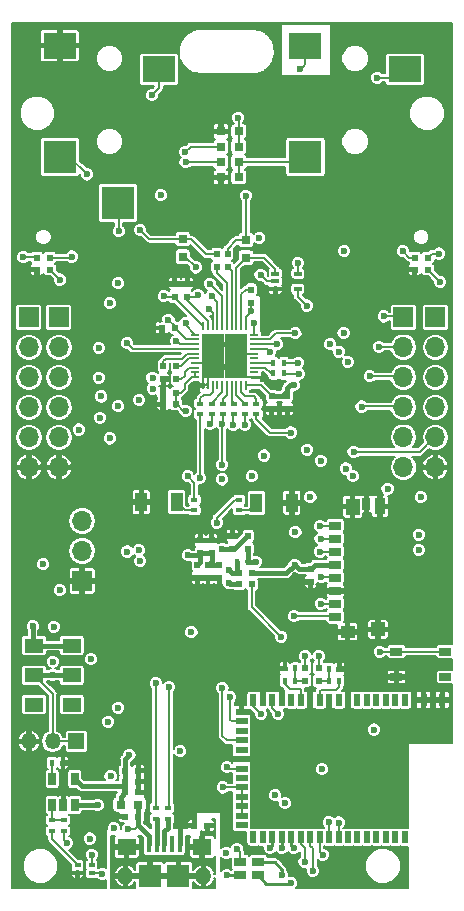
<source format=gbr>
G04 #@! TF.GenerationSoftware,KiCad,Pcbnew,(5.0.1-3-g963ef8bb5)*
G04 #@! TF.CreationDate,2019-01-09T16:01:24-05:00*
G04 #@! TF.ProjectId,Tympan_D_3,54796D70616E5F445F332E6B69636164,rev?*
G04 #@! TF.SameCoordinates,PX6d878d0PY72e6100*
G04 #@! TF.FileFunction,Copper,L1,Top,Signal*
G04 #@! TF.FilePolarity,Positive*
%FSLAX46Y46*%
G04 Gerber Fmt 4.6, Leading zero omitted, Abs format (unit mm)*
G04 Created by KiCad (PCBNEW (5.0.1-3-g963ef8bb5)) date Wednesday, January 09, 2019 at 04:01:24 PM*
%MOMM*%
%LPD*%
G01*
G04 APERTURE LIST*
G04 #@! TA.AperFunction,SMDPad,CuDef*
%ADD10R,0.600000X0.400000*%
G04 #@! TD*
G04 #@! TA.AperFunction,SMDPad,CuDef*
%ADD11R,0.600000X1.000000*%
G04 #@! TD*
G04 #@! TA.AperFunction,SMDPad,CuDef*
%ADD12R,1.000000X0.600000*%
G04 #@! TD*
G04 #@! TA.AperFunction,SMDPad,CuDef*
%ADD13R,1.000000X1.600000*%
G04 #@! TD*
G04 #@! TA.AperFunction,SMDPad,CuDef*
%ADD14R,0.800000X0.750000*%
G04 #@! TD*
G04 #@! TA.AperFunction,SMDPad,CuDef*
%ADD15R,0.750000X0.800000*%
G04 #@! TD*
G04 #@! TA.AperFunction,SMDPad,CuDef*
%ADD16R,0.200000X0.750000*%
G04 #@! TD*
G04 #@! TA.AperFunction,SMDPad,CuDef*
%ADD17R,0.750000X0.200000*%
G04 #@! TD*
G04 #@! TA.AperFunction,SMDPad,CuDef*
%ADD18R,1.900000X1.900000*%
G04 #@! TD*
G04 #@! TA.AperFunction,SMDPad,CuDef*
%ADD19R,2.800000X2.800000*%
G04 #@! TD*
G04 #@! TA.AperFunction,SMDPad,CuDef*
%ADD20R,2.800000X2.200000*%
G04 #@! TD*
G04 #@! TA.AperFunction,SMDPad,CuDef*
%ADD21R,0.500000X0.600000*%
G04 #@! TD*
G04 #@! TA.AperFunction,SMDPad,CuDef*
%ADD22R,0.600000X0.500000*%
G04 #@! TD*
G04 #@! TA.AperFunction,ComponentPad*
%ADD23O,1.400000X1.400000*%
G04 #@! TD*
G04 #@! TA.AperFunction,SMDPad,CuDef*
%ADD24R,1.600000X1.400000*%
G04 #@! TD*
G04 #@! TA.AperFunction,SMDPad,CuDef*
%ADD25R,0.400000X1.350000*%
G04 #@! TD*
G04 #@! TA.AperFunction,SMDPad,CuDef*
%ADD26R,0.400000X0.600000*%
G04 #@! TD*
G04 #@! TA.AperFunction,SMDPad,CuDef*
%ADD27R,1.050000X0.650000*%
G04 #@! TD*
G04 #@! TA.AperFunction,ComponentPad*
%ADD28R,1.700000X1.700000*%
G04 #@! TD*
G04 #@! TA.AperFunction,ComponentPad*
%ADD29O,1.700000X1.700000*%
G04 #@! TD*
G04 #@! TA.AperFunction,SMDPad,CuDef*
%ADD30R,1.000000X0.800000*%
G04 #@! TD*
G04 #@! TA.AperFunction,SMDPad,CuDef*
%ADD31R,1.600000X1.200000*%
G04 #@! TD*
G04 #@! TA.AperFunction,SMDPad,CuDef*
%ADD32R,0.650000X0.400000*%
G04 #@! TD*
G04 #@! TA.AperFunction,SMDPad,CuDef*
%ADD33R,1.000000X0.700000*%
G04 #@! TD*
G04 #@! TA.AperFunction,SMDPad,CuDef*
%ADD34R,1.200000X1.000000*%
G04 #@! TD*
G04 #@! TA.AperFunction,SMDPad,CuDef*
%ADD35R,1.200000X1.150000*%
G04 #@! TD*
G04 #@! TA.AperFunction,SMDPad,CuDef*
%ADD36R,1.200000X1.450000*%
G04 #@! TD*
G04 #@! TA.AperFunction,SMDPad,CuDef*
%ADD37R,0.700000X1.000000*%
G04 #@! TD*
G04 #@! TA.AperFunction,SMDPad,CuDef*
%ADD38R,0.900000X1.400000*%
G04 #@! TD*
G04 #@! TA.AperFunction,ComponentPad*
%ADD39R,1.350000X1.350000*%
G04 #@! TD*
G04 #@! TA.AperFunction,ComponentPad*
%ADD40O,1.350000X1.350000*%
G04 #@! TD*
G04 #@! TA.AperFunction,SMDPad,CuDef*
%ADD41R,0.650000X1.060000*%
G04 #@! TD*
G04 #@! TA.AperFunction,SMDPad,CuDef*
%ADD42R,0.500000X0.400000*%
G04 #@! TD*
G04 #@! TA.AperFunction,ViaPad*
%ADD43C,0.600000*%
G04 #@! TD*
G04 #@! TA.AperFunction,Conductor*
%ADD44C,0.177800*%
G04 #@! TD*
G04 #@! TA.AperFunction,Conductor*
%ADD45C,0.203200*%
G04 #@! TD*
G04 #@! TA.AperFunction,Conductor*
%ADD46C,0.381000*%
G04 #@! TD*
G04 #@! TA.AperFunction,Conductor*
%ADD47C,0.250000*%
G04 #@! TD*
G04 #@! TA.AperFunction,Conductor*
%ADD48C,0.200000*%
G04 #@! TD*
G04 APERTURE END LIST*
D10*
G04 #@! TO.P,R6,2*
G04 #@! TO.N,Net-(R6-Pad2)*
X21050000Y41400000D03*
G04 #@! TO.P,R6,1*
G04 #@! TO.N,/DOUT*
X21050000Y40500000D03*
G04 #@! TD*
D11*
G04 #@! TO.P,IC3,1*
G04 #@! TO.N,GND*
X36800000Y16300000D03*
G04 #@! TO.P,IC3,2*
X36000000Y16300000D03*
G04 #@! TO.P,IC3,3*
X35200000Y16300000D03*
G04 #@! TO.P,IC3,4*
X34400000Y16300000D03*
G04 #@! TO.P,IC3,5*
G04 #@! TO.N,Net-(IC3-Pad5)*
X33600000Y16300000D03*
G04 #@! TO.P,IC3,6*
G04 #@! TO.N,Net-(IC3-Pad6)*
X32800000Y16300000D03*
G04 #@! TO.P,IC3,7*
G04 #@! TO.N,Net-(IC3-Pad7)*
X32000000Y16300000D03*
G04 #@! TO.P,IC3,8*
G04 #@! TO.N,Net-(IC3-Pad8)*
X31200000Y16300000D03*
G04 #@! TO.P,IC3,9*
G04 #@! TO.N,Net-(IC3-Pad9)*
X30400000Y16300000D03*
G04 #@! TO.P,IC3,10*
G04 #@! TO.N,Net-(IC3-Pad10)*
X29600000Y16300000D03*
G04 #@! TO.P,IC3,11*
G04 #@! TO.N,GND*
X28800000Y16300000D03*
G04 #@! TO.P,IC3,12*
G04 #@! TO.N,Net-(IC3-Pad12)*
X28000000Y16300000D03*
G04 #@! TO.P,IC3,13*
G04 #@! TO.N,GND*
X27200000Y16300000D03*
G04 #@! TO.P,IC3,14*
G04 #@! TO.N,Net-(IC3-Pad14)*
X26400000Y16300000D03*
G04 #@! TO.P,IC3,15*
G04 #@! TO.N,GND*
X25600000Y16300000D03*
G04 #@! TO.P,IC3,16*
G04 #@! TO.N,Net-(IC3-Pad16)*
X24800000Y16300000D03*
G04 #@! TO.P,IC3,17*
G04 #@! TO.N,Net-(IC3-Pad17)*
X24000000Y16300000D03*
G04 #@! TO.P,IC3,18*
G04 #@! TO.N,GND*
X23200000Y16300000D03*
G04 #@! TO.P,IC3,19*
G04 #@! TO.N,/LOR*
X22400000Y16300000D03*
G04 #@! TO.P,IC3,20*
G04 #@! TO.N,GND*
X21600000Y16300000D03*
G04 #@! TO.P,IC3,21*
G04 #@! TO.N,/LOL*
X20800000Y16300000D03*
D12*
G04 #@! TO.P,IC3,22*
G04 #@! TO.N,GND*
X19800000Y15300000D03*
G04 #@! TO.P,IC3,23*
G04 #@! TO.N,/BT_PIO0*
X19800000Y14500000D03*
G04 #@! TO.P,IC3,24*
G04 #@! TO.N,Net-(IC3-Pad24)*
X19800000Y13700000D03*
G04 #@! TO.P,IC3,25*
G04 #@! TO.N,/BT_PIO5*
X19800000Y12900000D03*
G04 #@! TO.P,IC3,26*
G04 #@! TO.N,Net-(IC3-Pad26)*
X19800000Y12100000D03*
G04 #@! TO.P,IC3,27*
G04 #@! TO.N,GND*
X19800000Y11300000D03*
G04 #@! TO.P,IC3,28*
G04 #@! TO.N,/VREGEN*
X19800000Y10500000D03*
G04 #@! TO.P,IC3,29*
G04 #@! TO.N,Net-(IC3-Pad29)*
X19800000Y9700000D03*
G04 #@! TO.P,IC3,30*
G04 #@! TO.N,+3V3*
X19800000Y8900000D03*
G04 #@! TO.P,IC3,31*
X19800000Y8100000D03*
G04 #@! TO.P,IC3,32*
X19800000Y7300000D03*
G04 #@! TO.P,IC3,33*
X19800000Y6500000D03*
G04 #@! TO.P,IC3,34*
G04 #@! TO.N,Net-(IC3-Pad34)*
X19800000Y5700000D03*
D11*
G04 #@! TO.P,IC3,35*
G04 #@! TO.N,Net-(IC3-Pad35)*
X20800000Y4700000D03*
G04 #@! TO.P,IC3,36*
G04 #@! TO.N,Net-(IC3-Pad36)*
X21600000Y4700000D03*
G04 #@! TO.P,IC3,37*
G04 #@! TO.N,/LED_0*
X22400000Y4700000D03*
G04 #@! TO.P,IC3,38*
G04 #@! TO.N,/LED_1*
X23200000Y4700000D03*
G04 #@! TO.P,IC3,39*
G04 #@! TO.N,/LED_2*
X24000000Y4700000D03*
G04 #@! TO.P,IC3,40*
G04 #@! TO.N,/BT_CTS*
X24800000Y4700000D03*
G04 #@! TO.P,IC3,41*
G04 #@! TO.N,/BT_TX*
X25600000Y4700000D03*
G04 #@! TO.P,IC3,42*
G04 #@! TO.N,/BT_RX*
X26400000Y4700000D03*
G04 #@! TO.P,IC3,43*
G04 #@! TO.N,/BT_RTS*
X27200000Y4700000D03*
G04 #@! TO.P,IC3,44*
G04 #@! TO.N,/BT_nRESET*
X28000000Y4700000D03*
G04 #@! TO.P,IC3,45*
G04 #@! TO.N,Net-(IC3-Pad45)*
X28800000Y4700000D03*
G04 #@! TO.P,IC3,46*
G04 #@! TO.N,Net-(IC3-Pad46)*
X29600000Y4700000D03*
G04 #@! TO.P,IC3,47*
G04 #@! TO.N,Net-(IC3-Pad47)*
X30400000Y4700000D03*
G04 #@! TO.P,IC3,48*
G04 #@! TO.N,Net-(IC3-Pad48)*
X31200000Y4700000D03*
G04 #@! TO.P,IC3,49*
G04 #@! TO.N,Net-(IC3-Pad49)*
X32000000Y4700000D03*
G04 #@! TO.P,IC3,50*
G04 #@! TO.N,Net-(IC3-Pad50)*
X32800000Y4700000D03*
G04 #@! TO.P,IC3,51*
G04 #@! TO.N,Net-(IC3-Pad51)*
X33600000Y4700000D03*
G04 #@! TD*
D13*
G04 #@! TO.P,D2,1*
G04 #@! TO.N,GND*
X11300000Y33050000D03*
G04 #@! TO.P,D2,2*
G04 #@! TO.N,Net-(D2-Pad2)*
X14300000Y33050000D03*
G04 #@! TD*
G04 #@! TO.P,D3,1*
G04 #@! TO.N,GND*
X24050000Y33000000D03*
G04 #@! TO.P,D3,2*
G04 #@! TO.N,Net-(D3-Pad2)*
X21050000Y33000000D03*
G04 #@! TD*
D14*
G04 #@! TO.P,R12,1*
G04 #@! TO.N,/HPL*
X18050000Y61850000D03*
G04 #@! TO.P,R12,2*
G04 #@! TO.N,Net-(J1-Pad2)*
X19550000Y61850000D03*
G04 #@! TD*
G04 #@! TO.P,R13,1*
G04 #@! TO.N,/HPR*
X18050000Y63150000D03*
G04 #@! TO.P,R13,2*
G04 #@! TO.N,Net-(J1-Pad3)*
X19550000Y63150000D03*
G04 #@! TD*
G04 #@! TO.P,R14,1*
G04 #@! TO.N,Net-(J1-Pad2)*
X19550000Y60550000D03*
G04 #@! TO.P,R14,2*
G04 #@! TO.N,GND*
X18050000Y60550000D03*
G04 #@! TD*
D15*
G04 #@! TO.P,R15,1*
G04 #@! TO.N,/MICBIAS*
X20175000Y53750000D03*
G04 #@! TO.P,R15,2*
G04 #@! TO.N,Net-(C12-Pad2)*
X20175000Y55250000D03*
G04 #@! TD*
G04 #@! TO.P,R16,1*
G04 #@! TO.N,Net-(C13-Pad2)*
X14800000Y55325000D03*
G04 #@! TO.P,R16,2*
G04 #@! TO.N,Net-(R16-Pad2)*
X14800000Y53825000D03*
G04 #@! TD*
D14*
G04 #@! TO.P,R17,1*
G04 #@! TO.N,Net-(J1-Pad3)*
X19550000Y64450000D03*
G04 #@! TO.P,R17,2*
G04 #@! TO.N,GND*
X18050000Y64450000D03*
G04 #@! TD*
D16*
G04 #@! TO.P,U2,1*
G04 #@! TO.N,GND*
X16544600Y42933000D03*
G04 #@! TO.P,U2,2*
X16944600Y42933000D03*
G04 #@! TO.P,U2,3*
G04 #@! TO.N,Net-(R2-Pad2)*
X17344600Y42933000D03*
G04 #@! TO.P,U2,4*
G04 #@! TO.N,Net-(U2-Pad4)*
X17744600Y42933000D03*
G04 #@! TO.P,U2,5*
G04 #@! TO.N,Net-(R7-Pad2)*
X18144600Y42933000D03*
G04 #@! TO.P,U2,6*
G04 #@! TO.N,Net-(R3-Pad2)*
X18544600Y42933000D03*
G04 #@! TO.P,U2,7*
G04 #@! TO.N,Net-(R4-Pad2)*
X18944600Y42933000D03*
G04 #@! TO.P,U2,8*
G04 #@! TO.N,Net-(R5-Pad2)*
X19344600Y42933000D03*
G04 #@! TO.P,U2,9*
G04 #@! TO.N,Net-(R6-Pad2)*
X19744600Y42933000D03*
G04 #@! TO.P,U2,10*
G04 #@! TO.N,+3V3*
X20144600Y42933000D03*
D17*
G04 #@! TO.P,U2,11*
G04 #@! TO.N,GND*
X20844600Y43633000D03*
G04 #@! TO.P,U2,12*
G04 #@! TO.N,Net-(U2-Pad12)*
X20844600Y44033000D03*
G04 #@! TO.P,U2,13*
G04 #@! TO.N,Net-(R10-Pad2)*
X20844600Y44433000D03*
G04 #@! TO.P,U2,14*
G04 #@! TO.N,Net-(R9-Pad2)*
X20844600Y44833000D03*
G04 #@! TO.P,U2,15*
G04 #@! TO.N,Net-(U2-Pad15)*
X20844600Y45233000D03*
G04 #@! TO.P,U2,16*
G04 #@! TO.N,GND*
X20844600Y45633000D03*
G04 #@! TO.P,U2,17*
G04 #@! TO.N,/IN1_L*
X20844600Y46033000D03*
G04 #@! TO.P,U2,18*
G04 #@! TO.N,/IN1_R*
X20844600Y46433000D03*
G04 #@! TO.P,U2,19*
G04 #@! TO.N,/IN2_L*
X20844600Y46833000D03*
G04 #@! TO.P,U2,20*
G04 #@! TO.N,/IN2_R*
X20844600Y47233000D03*
D16*
G04 #@! TO.P,U2,21*
G04 #@! TO.N,GND*
X20144600Y47933000D03*
G04 #@! TO.P,U2,22*
G04 #@! TO.N,Net-(C11-Pad1)*
X19744600Y47933000D03*
G04 #@! TO.P,U2,23*
G04 #@! TO.N,/MICBIAS*
X19344600Y47933000D03*
G04 #@! TO.P,U2,24*
G04 #@! TO.N,Net-(C12-Pad1)*
X18944600Y47933000D03*
G04 #@! TO.P,U2,25*
G04 #@! TO.N,Net-(C13-Pad1)*
X18544600Y47933000D03*
G04 #@! TO.P,U2,26*
G04 #@! TO.N,/LOL*
X18144600Y47933000D03*
G04 #@! TO.P,U2,27*
G04 #@! TO.N,/LOR*
X17744600Y47933000D03*
G04 #@! TO.P,U2,28*
G04 #@! TO.N,GND*
X17344600Y47933000D03*
G04 #@! TO.P,U2,29*
G04 #@! TO.N,+1V8*
X16944600Y47933000D03*
G04 #@! TO.P,U2,30*
G04 #@! TO.N,+3V3*
X16544600Y47933000D03*
D17*
G04 #@! TO.P,U2,31*
G04 #@! TO.N,/HPL*
X15844600Y47233000D03*
G04 #@! TO.P,U2,32*
G04 #@! TO.N,+1V8*
X15844600Y46833000D03*
G04 #@! TO.P,U2,33*
G04 #@! TO.N,/HPR*
X15844600Y46433000D03*
G04 #@! TO.P,U2,34*
G04 #@! TO.N,/MICDET*
X15844600Y46033000D03*
G04 #@! TO.P,U2,35*
G04 #@! TO.N,Net-(C8-Pad1)*
X15844600Y45633000D03*
G04 #@! TO.P,U2,36*
G04 #@! TO.N,Net-(C2-Pad1)*
X15844600Y45233000D03*
G04 #@! TO.P,U2,37*
G04 #@! TO.N,GND*
X15844600Y44833000D03*
G04 #@! TO.P,U2,38*
G04 #@! TO.N,Net-(C2-Pad2)*
X15844600Y44433000D03*
G04 #@! TO.P,U2,39*
G04 #@! TO.N,+1V8*
X15844600Y44033000D03*
G04 #@! TO.P,U2,40*
X15844600Y43633000D03*
D18*
G04 #@! TO.P,U2,41*
G04 #@! TO.N,GND*
X19294600Y46383000D03*
X17394600Y46383000D03*
X19294600Y44483000D03*
X17394600Y44483000D03*
G04 #@! TD*
D19*
G04 #@! TO.P,J2,4*
G04 #@! TO.N,/MICDET*
X9350000Y58400000D03*
G04 #@! TO.P,J2,2*
G04 #@! TO.N,Net-(C12-Pad2)*
X4400000Y62300000D03*
D20*
G04 #@! TO.P,J2,3*
G04 #@! TO.N,Net-(C13-Pad2)*
X12800000Y69700000D03*
G04 #@! TO.P,J2,1*
G04 #@! TO.N,GND*
X4400000Y71700000D03*
G04 #@! TD*
D19*
G04 #@! TO.P,J1,2*
G04 #@! TO.N,Net-(J1-Pad2)*
X25200000Y62300000D03*
D20*
G04 #@! TO.P,J1,3*
G04 #@! TO.N,Net-(J1-Pad3)*
X33600000Y69700000D03*
G04 #@! TO.P,J1,1*
G04 #@! TO.N,GND*
X25200000Y71700000D03*
G04 #@! TD*
D21*
G04 #@! TO.P,C1,1*
G04 #@! TO.N,Net-(C1-Pad1)*
X20350000Y30200000D03*
G04 #@! TO.P,C1,2*
G04 #@! TO.N,Net-(C1-Pad2)*
X20350000Y29100000D03*
G04 #@! TD*
G04 #@! TO.P,C2,1*
G04 #@! TO.N,Net-(C2-Pad1)*
X14267900Y44560600D03*
G04 #@! TO.P,C2,2*
G04 #@! TO.N,Net-(C2-Pad2)*
X14267900Y43460600D03*
G04 #@! TD*
G04 #@! TO.P,C3,1*
G04 #@! TO.N,GND*
X14140900Y51532900D03*
G04 #@! TO.P,C3,2*
G04 #@! TO.N,+3V3*
X14140900Y50432900D03*
G04 #@! TD*
G04 #@! TO.P,C4,1*
G04 #@! TO.N,GND*
X22350600Y40940700D03*
G04 #@! TO.P,C4,2*
G04 #@! TO.N,+3V3*
X22350600Y42040700D03*
G04 #@! TD*
G04 #@! TO.P,C5,1*
G04 #@! TO.N,GND*
X23646000Y40940700D03*
G04 #@! TO.P,C5,2*
G04 #@! TO.N,+3V3*
X23646000Y42040700D03*
G04 #@! TD*
D22*
G04 #@! TO.P,C6,1*
G04 #@! TO.N,+1V8*
X14246400Y41330900D03*
G04 #@! TO.P,C6,2*
G04 #@! TO.N,GND*
X13146400Y41330900D03*
G04 #@! TD*
G04 #@! TO.P,C7,1*
G04 #@! TO.N,+1V8*
X14246400Y42308800D03*
G04 #@! TO.P,C7,2*
G04 #@! TO.N,GND*
X13146400Y42308800D03*
G04 #@! TD*
D21*
G04 #@! TO.P,C8,1*
G04 #@! TO.N,Net-(C8-Pad1)*
X13150300Y44560600D03*
G04 #@! TO.P,C8,2*
G04 #@! TO.N,GND*
X13150300Y43460600D03*
G04 #@! TD*
D22*
G04 #@! TO.P,C9,1*
G04 #@! TO.N,+1V8*
X14150000Y47800000D03*
G04 #@! TO.P,C9,2*
G04 #@! TO.N,GND*
X13050000Y47800000D03*
G04 #@! TD*
D21*
G04 #@! TO.P,C10,1*
G04 #@! TO.N,+1V8*
X15195000Y50432900D03*
G04 #@! TO.P,C10,2*
G04 #@! TO.N,GND*
X15195000Y51532900D03*
G04 #@! TD*
G04 #@! TO.P,C11,1*
G04 #@! TO.N,Net-(C11-Pad1)*
X20600000Y51050000D03*
G04 #@! TO.P,C11,2*
G04 #@! TO.N,GND*
X20600000Y49950000D03*
G04 #@! TD*
G04 #@! TO.P,C12,1*
G04 #@! TO.N,Net-(C12-Pad1)*
X18600000Y52950000D03*
G04 #@! TO.P,C12,2*
G04 #@! TO.N,Net-(C12-Pad2)*
X18600000Y54050000D03*
G04 #@! TD*
G04 #@! TO.P,C13,1*
G04 #@! TO.N,Net-(C13-Pad1)*
X17700000Y52950000D03*
G04 #@! TO.P,C13,2*
G04 #@! TO.N,Net-(C13-Pad2)*
X17700000Y54050000D03*
G04 #@! TD*
D22*
G04 #@! TO.P,C15,1*
G04 #@! TO.N,/USB*
X11050000Y6400000D03*
G04 #@! TO.P,C15,2*
G04 #@! TO.N,GND*
X9950000Y6400000D03*
G04 #@! TD*
G04 #@! TO.P,C16,1*
G04 #@! TO.N,GND*
X34450000Y52750000D03*
G04 #@! TO.P,C16,2*
G04 #@! TO.N,+3V3*
X35550000Y52750000D03*
G04 #@! TD*
G04 #@! TO.P,C17,1*
G04 #@! TO.N,/IN2_L*
X34450000Y53750000D03*
G04 #@! TO.P,C17,2*
G04 #@! TO.N,Net-(C17-Pad2)*
X35550000Y53750000D03*
G04 #@! TD*
G04 #@! TO.P,C18,1*
G04 #@! TO.N,GND*
X2450000Y52750000D03*
G04 #@! TO.P,C18,2*
G04 #@! TO.N,+3V3*
X3550000Y52750000D03*
G04 #@! TD*
G04 #@! TO.P,C19,1*
G04 #@! TO.N,/IN2_R*
X3550000Y53750000D03*
G04 #@! TO.P,C19,2*
G04 #@! TO.N,Net-(C19-Pad2)*
X2450000Y53750000D03*
G04 #@! TD*
D10*
G04 #@! TO.P,R18,1*
G04 #@! TO.N,Net-(IC1-PadA9)*
X15800000Y33250000D03*
G04 #@! TO.P,R18,2*
G04 #@! TO.N,Net-(D2-Pad2)*
X15800000Y32350000D03*
G04 #@! TD*
G04 #@! TO.P,R21,1*
G04 #@! TO.N,Net-(IC1-PadD7)*
X19600000Y33250000D03*
G04 #@! TO.P,R21,2*
G04 #@! TO.N,Net-(D3-Pad2)*
X19600000Y32350000D03*
G04 #@! TD*
D21*
G04 #@! TO.P,C27,1*
G04 #@! TO.N,+3V3*
X17900000Y27750000D03*
G04 #@! TO.P,C27,2*
G04 #@! TO.N,GND*
X17900000Y26650000D03*
G04 #@! TD*
D22*
G04 #@! TO.P,C28,1*
G04 #@! TO.N,Net-(C1-Pad1)*
X19550000Y26100000D03*
G04 #@! TO.P,C28,2*
G04 #@! TO.N,Net-(C28-Pad2)*
X20650000Y26100000D03*
G04 #@! TD*
D21*
G04 #@! TO.P,C29,1*
G04 #@! TO.N,+3V3*
X16050000Y27750000D03*
G04 #@! TO.P,C29,2*
G04 #@! TO.N,GND*
X16050000Y26650000D03*
G04 #@! TD*
G04 #@! TO.P,C30,1*
G04 #@! TO.N,+3V3*
X16950000Y27750000D03*
G04 #@! TO.P,C30,2*
G04 #@! TO.N,GND*
X16950000Y26650000D03*
G04 #@! TD*
G04 #@! TO.P,C31,1*
G04 #@! TO.N,+3V3*
X16275000Y28725000D03*
G04 #@! TO.P,C31,2*
G04 #@! TO.N,GND*
X16275000Y29825000D03*
G04 #@! TD*
G04 #@! TO.P,C32,1*
G04 #@! TO.N,+3V3*
X17275000Y28725000D03*
G04 #@! TO.P,C32,2*
G04 #@! TO.N,GND*
X17275000Y29825000D03*
G04 #@! TD*
D23*
G04 #@! TO.P,P1,10*
G04 #@! TO.N,Earth*
X9950000Y1400000D03*
D18*
G04 #@! TO.P,P1,9*
X14450000Y1400000D03*
D24*
G04 #@! TO.P,P1,7*
X16450000Y3850000D03*
D25*
G04 #@! TO.P,P1,1*
G04 #@! TO.N,/USB*
X11950000Y4075000D03*
G04 #@! TO.P,P1,2*
G04 #@! TO.N,Net-(P1-Pad2)*
X12600000Y4075000D03*
G04 #@! TO.P,P1,5*
G04 #@! TO.N,GND*
X14550000Y4075000D03*
G04 #@! TO.P,P1,4*
G04 #@! TO.N,Net-(P1-Pad4)*
X13900000Y4075000D03*
G04 #@! TO.P,P1,3*
G04 #@! TO.N,Net-(P1-Pad3)*
X13250000Y4075000D03*
D24*
G04 #@! TO.P,P1,6*
G04 #@! TO.N,Earth*
X10050000Y3850000D03*
D18*
G04 #@! TO.P,P1,8*
X12050000Y1400000D03*
D23*
G04 #@! TO.P,P1,11*
X16550000Y1400000D03*
G04 #@! TD*
D26*
G04 #@! TO.P,R25,1*
G04 #@! TO.N,Net-(C1-Pad2)*
X20300000Y28000000D03*
G04 #@! TO.P,R25,2*
G04 #@! TO.N,Net-(IC1-PadH5)*
X19400000Y28000000D03*
G04 #@! TD*
D10*
G04 #@! TO.P,R26,1*
G04 #@! TO.N,Net-(P1-Pad2)*
X12550000Y6250000D03*
G04 #@! TO.P,R26,2*
G04 #@! TO.N,/USB0_D-*
X12550000Y7150000D03*
G04 #@! TD*
G04 #@! TO.P,R27,1*
G04 #@! TO.N,Net-(P1-Pad3)*
X13550000Y6250000D03*
G04 #@! TO.P,R27,2*
G04 #@! TO.N,/USB0_D+*
X13550000Y7150000D03*
G04 #@! TD*
D27*
G04 #@! TO.P,SW2,1*
G04 #@! TO.N,/PROG*
X32900000Y20400000D03*
G04 #@! TO.P,SW2,2*
X37050000Y20400000D03*
G04 #@! TO.P,SW2,3*
G04 #@! TO.N,GND*
X32900000Y18250000D03*
G04 #@! TO.P,SW2,4*
G04 #@! TO.N,Net-(SW2-Pad4)*
X37050000Y18250000D03*
G04 #@! TD*
D28*
G04 #@! TO.P,RV1,1*
G04 #@! TO.N,GND*
X6300000Y26375000D03*
D29*
G04 #@! TO.P,RV1,2*
G04 #@! TO.N,/POT*
X6300000Y28915000D03*
G04 #@! TO.P,RV1,3*
G04 #@! TO.N,+3V3*
X6300000Y31455000D03*
G04 #@! TD*
D21*
G04 #@! TO.P,C33,1*
G04 #@! TO.N,+3V3*
X25650000Y27400000D03*
G04 #@! TO.P,C33,2*
G04 #@! TO.N,GND*
X25650000Y26300000D03*
G04 #@! TD*
G04 #@! TO.P,C37,1*
G04 #@! TO.N,/IN1_L*
X26325000Y19025000D03*
G04 #@! TO.P,C37,2*
G04 #@! TO.N,Net-(C37-Pad2)*
X26325000Y17925000D03*
G04 #@! TD*
G04 #@! TO.P,C39,1*
G04 #@! TO.N,/IN1_R*
X25200000Y19050000D03*
G04 #@! TO.P,C39,2*
G04 #@! TO.N,Net-(C39-Pad2)*
X25200000Y17950000D03*
G04 #@! TD*
D30*
G04 #@! TO.P,D6,1*
G04 #@! TO.N,+3V3*
X19700000Y2550000D03*
G04 #@! TO.P,D6,2*
G04 #@! TO.N,Net-(D6-Pad2)*
X21200000Y2550000D03*
G04 #@! TO.P,D6,3*
G04 #@! TO.N,Net-(D6-Pad3)*
X21200000Y1450000D03*
G04 #@! TO.P,D6,4*
G04 #@! TO.N,Net-(D6-Pad4)*
X19700000Y1450000D03*
G04 #@! TD*
D28*
G04 #@! TO.P,P3,1*
G04 #@! TO.N,+3V3*
X36200000Y48700000D03*
D29*
G04 #@! TO.P,P3,2*
G04 #@! TO.N,/DOUT_1*
X36200000Y46160000D03*
G04 #@! TO.P,P3,3*
G04 #@! TO.N,/DIN_1*
X36200000Y43620000D03*
G04 #@! TO.P,P3,4*
G04 #@! TO.N,/SDA2*
X36200000Y41080000D03*
G04 #@! TO.P,P3,5*
G04 #@! TO.N,/SCL2*
X36200000Y38540000D03*
G04 #@! TO.P,P3,6*
G04 #@! TO.N,GND*
X36200000Y36000000D03*
G04 #@! TD*
D28*
G04 #@! TO.P,P4,1*
G04 #@! TO.N,/M_BIAS_1*
X4318000Y48700000D03*
D29*
G04 #@! TO.P,P4,2*
G04 #@! TO.N,/MCLK*
X4318000Y46160000D03*
G04 #@! TO.P,P4,3*
G04 #@! TO.N,/BCLK*
X4318000Y43620000D03*
G04 #@! TO.P,P4,4*
G04 #@! TO.N,/WCLK*
X4318000Y41080000D03*
G04 #@! TO.P,P4,5*
G04 #@! TO.N,/nRESET_1*
X4318000Y38540000D03*
G04 #@! TO.P,P4,6*
G04 #@! TO.N,GND*
X4318000Y36000000D03*
G04 #@! TD*
D26*
G04 #@! TO.P,R30,1*
G04 #@! TO.N,Net-(IC3-Pad14)*
X28075000Y17925000D03*
G04 #@! TO.P,R30,2*
G04 #@! TO.N,Net-(C37-Pad2)*
X27175000Y17925000D03*
G04 #@! TD*
G04 #@! TO.P,R31,1*
G04 #@! TO.N,Net-(IC3-Pad16)*
X23450000Y17950000D03*
G04 #@! TO.P,R31,2*
G04 #@! TO.N,Net-(C39-Pad2)*
X24350000Y17950000D03*
G04 #@! TD*
G04 #@! TO.P,R32,1*
G04 #@! TO.N,Net-(C37-Pad2)*
X27175000Y18925000D03*
G04 #@! TO.P,R32,2*
G04 #@! TO.N,GND*
X28075000Y18925000D03*
G04 #@! TD*
G04 #@! TO.P,R33,1*
G04 #@! TO.N,Net-(C39-Pad2)*
X24350000Y18975000D03*
G04 #@! TO.P,R33,2*
G04 #@! TO.N,GND*
X23450000Y18975000D03*
G04 #@! TD*
D22*
G04 #@! TO.P,L1,1*
G04 #@! TO.N,Net-(IC1-PadH5)*
X19550000Y27050000D03*
G04 #@! TO.P,L1,2*
G04 #@! TO.N,+3V3*
X20650000Y27050000D03*
G04 #@! TD*
D21*
G04 #@! TO.P,L2,1*
G04 #@! TO.N,Net-(C1-Pad1)*
X19000000Y29100000D03*
G04 #@! TO.P,L2,2*
G04 #@! TO.N,GND*
X19000000Y30200000D03*
G04 #@! TD*
D31*
G04 #@! TO.P,SW1,5*
G04 #@! TO.N,VPP*
X5400000Y18400000D03*
G04 #@! TO.P,SW1,2*
X2200000Y18400000D03*
G04 #@! TO.P,SW1,6*
G04 #@! TO.N,Net-(SW1-Pad6)*
X5400000Y15900000D03*
G04 #@! TO.P,SW1,3*
G04 #@! TO.N,Net-(SW1-Pad3)*
X2200000Y15900000D03*
G04 #@! TO.P,SW1,1*
G04 #@! TO.N,Net-(F1-Pad1)*
X2200000Y20900000D03*
G04 #@! TO.P,SW1,4*
X5400000Y20900000D03*
G04 #@! TD*
D22*
G04 #@! TO.P,C35,1*
G04 #@! TO.N,/V_USB*
X9950000Y8500000D03*
G04 #@! TO.P,C35,2*
G04 #@! TO.N,GND*
X11050000Y8500000D03*
G04 #@! TD*
G04 #@! TO.P,C40,1*
G04 #@! TO.N,/V_USB*
X9950000Y9400000D03*
G04 #@! TO.P,C40,2*
G04 #@! TO.N,GND*
X11050000Y9400000D03*
G04 #@! TD*
G04 #@! TO.P,C41,1*
G04 #@! TO.N,/V_USB*
X9950000Y10300000D03*
G04 #@! TO.P,C41,2*
G04 #@! TO.N,GND*
X11050000Y10300000D03*
G04 #@! TD*
G04 #@! TO.P,C42,1*
G04 #@! TO.N,GND*
X15800000Y5650000D03*
G04 #@! TO.P,C42,2*
G04 #@! TO.N,Earth*
X16900000Y5650000D03*
G04 #@! TD*
D14*
G04 #@! TO.P,L3,2*
G04 #@! TO.N,/V_USB*
X9550000Y7450000D03*
G04 #@! TO.P,L3,1*
G04 #@! TO.N,/USB*
X11050000Y7450000D03*
G04 #@! TD*
D28*
G04 #@! TO.P,P5,1*
G04 #@! TO.N,+1V8*
X1778000Y48700000D03*
D29*
G04 #@! TO.P,P5,2*
G04 #@! TO.N,Net-(C23-Pad2)*
X1778000Y46160000D03*
G04 #@! TO.P,P5,3*
G04 #@! TO.N,Net-(C24-Pad2)*
X1778000Y43620000D03*
G04 #@! TO.P,P5,4*
G04 #@! TO.N,Net-(C25-Pad2)*
X1778000Y41080000D03*
G04 #@! TO.P,P5,5*
G04 #@! TO.N,Net-(C26-Pad2)*
X1778000Y38540000D03*
G04 #@! TO.P,P5,6*
G04 #@! TO.N,GND*
X1778000Y36000000D03*
G04 #@! TD*
D32*
G04 #@! TO.P,U3,1*
G04 #@! TO.N,/MICBIAS*
X22650000Y52400000D03*
G04 #@! TO.P,U3,3*
G04 #@! TO.N,GND*
X22650000Y51100000D03*
G04 #@! TO.P,U3,2*
G04 #@! TO.N,Net-(R16-Pad2)*
X22650000Y51750000D03*
G04 #@! TO.P,U3,4*
G04 #@! TO.N,/M_BIAS*
X24550000Y51100000D03*
G04 #@! TO.P,U3,5*
G04 #@! TO.N,+3V3*
X24550000Y52400000D03*
G04 #@! TD*
D28*
G04 #@! TO.P,P2,1*
G04 #@! TO.N,/TX_3*
X33500000Y48707000D03*
D29*
G04 #@! TO.P,P2,2*
G04 #@! TO.N,/RX_3*
X33500000Y46167000D03*
G04 #@! TO.P,P2,3*
G04 #@! TO.N,/MISO_2*
X33500000Y43627000D03*
G04 #@! TO.P,P2,4*
G04 #@! TO.N,/MOSI_2*
X33500000Y41087000D03*
G04 #@! TO.P,P2,5*
G04 #@! TO.N,/SCK_2*
X33500000Y38547000D03*
G04 #@! TO.P,P2,6*
G04 #@! TO.N,/SS_2*
X33500000Y36007000D03*
G04 #@! TD*
D33*
G04 #@! TO.P,CONN1,1*
G04 #@! TO.N,/DAT2*
X27710000Y31050000D03*
G04 #@! TO.P,CONN1,2*
G04 #@! TO.N,/DAT3*
X27710000Y29950000D03*
G04 #@! TO.P,CONN1,3*
G04 #@! TO.N,/CMD*
X27710000Y28850000D03*
G04 #@! TO.P,CONN1,4*
G04 #@! TO.N,+3V3*
X27710000Y27750000D03*
G04 #@! TO.P,CONN1,5*
G04 #@! TO.N,/CLK*
X27710000Y26650000D03*
G04 #@! TO.P,CONN1,6*
G04 #@! TO.N,GND*
X27710000Y25550000D03*
G04 #@! TO.P,CONN1,7*
G04 #@! TO.N,/DAT0*
X27710000Y24450000D03*
G04 #@! TO.P,CONN1,8*
G04 #@! TO.N,/DAT1*
X27710000Y23350000D03*
D34*
G04 #@! TO.P,CONN1,9*
G04 #@! TO.N,GND*
X28760000Y22075000D03*
D35*
G04 #@! TO.P,CONN1,10*
X31350000Y22275000D03*
D36*
G04 #@! TO.P,CONN1,11*
X29200000Y32675000D03*
D37*
G04 #@! TO.P,CONN1,12*
X30350000Y32900000D03*
D38*
G04 #@! TO.P,CONN1,13*
X31500000Y32700000D03*
G04 #@! TD*
D39*
G04 #@! TO.P,P6,1*
G04 #@! TO.N,VPP*
X5800000Y12800000D03*
D40*
G04 #@! TO.P,P6,2*
X3800000Y12800000D03*
G04 #@! TO.P,P6,3*
G04 #@! TO.N,GND*
X1800000Y12800000D03*
G04 #@! TD*
D10*
G04 #@! TO.P,R1,1*
G04 #@! TO.N,Net-(D1-Pad4)*
X3750000Y5225000D03*
G04 #@! TO.P,R1,2*
G04 #@! TO.N,Net-(R1-Pad2)*
X3750000Y6125000D03*
G04 #@! TD*
D26*
G04 #@! TO.P,R8,1*
G04 #@! TO.N,Net-(R8-Pad1)*
X3750000Y10975000D03*
G04 #@! TO.P,R8,2*
G04 #@! TO.N,GND*
X4650000Y10975000D03*
G04 #@! TD*
D10*
G04 #@! TO.P,R11,1*
G04 #@! TO.N,Net-(D1-Pad1)*
X4725000Y5225000D03*
G04 #@! TO.P,R11,2*
G04 #@! TO.N,Net-(R1-Pad2)*
X4725000Y6125000D03*
G04 #@! TD*
D41*
G04 #@! TO.P,U5,1*
G04 #@! TO.N,Net-(R1-Pad2)*
X3762500Y7412500D03*
G04 #@! TO.P,U5,2*
G04 #@! TO.N,GND*
X4712500Y7412500D03*
G04 #@! TO.P,U5,3*
G04 #@! TO.N,+BATT*
X5662500Y7412500D03*
G04 #@! TO.P,U5,4*
G04 #@! TO.N,/V_USB*
X5662500Y9612500D03*
G04 #@! TO.P,U5,5*
G04 #@! TO.N,Net-(R8-Pad1)*
X3762500Y9612500D03*
G04 #@! TD*
D42*
G04 #@! TO.P,D1,1*
G04 #@! TO.N,Net-(D1-Pad1)*
X7100000Y1650000D03*
G04 #@! TO.P,D1,2*
G04 #@! TO.N,GND*
X5900000Y1650000D03*
G04 #@! TO.P,D1,3*
G04 #@! TO.N,/USB*
X7100000Y2350000D03*
G04 #@! TO.P,D1,4*
G04 #@! TO.N,Net-(D1-Pad4)*
X5900000Y2350000D03*
G04 #@! TD*
D10*
G04 #@! TO.P,R2,1*
G04 #@! TO.N,/nRESET*
X16300000Y40500000D03*
G04 #@! TO.P,R2,2*
G04 #@! TO.N,Net-(R2-Pad2)*
X16300000Y41400000D03*
G04 #@! TD*
G04 #@! TO.P,R3,2*
G04 #@! TO.N,Net-(R3-Pad2)*
X18200000Y41400000D03*
G04 #@! TO.P,R3,1*
G04 #@! TO.N,/BCLK*
X18200000Y40500000D03*
G04 #@! TD*
G04 #@! TO.P,R4,2*
G04 #@! TO.N,Net-(R4-Pad2)*
X19150000Y41400000D03*
G04 #@! TO.P,R4,1*
G04 #@! TO.N,/WCLK*
X19150000Y40500000D03*
G04 #@! TD*
G04 #@! TO.P,R5,1*
G04 #@! TO.N,/DIN*
X20100000Y40500000D03*
G04 #@! TO.P,R5,2*
G04 #@! TO.N,Net-(R5-Pad2)*
X20100000Y41400000D03*
G04 #@! TD*
G04 #@! TO.P,R7,1*
G04 #@! TO.N,/MCLK*
X17250000Y40500000D03*
G04 #@! TO.P,R7,2*
G04 #@! TO.N,Net-(R7-Pad2)*
X17250000Y41400000D03*
G04 #@! TD*
D26*
G04 #@! TO.P,R9,2*
G04 #@! TO.N,Net-(R9-Pad2)*
X22479300Y44810700D03*
G04 #@! TO.P,R9,1*
G04 #@! TO.N,/SDA/MOSI*
X23379300Y44810700D03*
G04 #@! TD*
G04 #@! TO.P,R10,1*
G04 #@! TO.N,/SCL/SS*
X23379300Y43947100D03*
G04 #@! TO.P,R10,2*
G04 #@! TO.N,Net-(R10-Pad2)*
X22479300Y43947100D03*
G04 #@! TD*
D43*
G04 #@! TO.N,GND*
X10175000Y31675000D03*
X17000000Y49400000D03*
X18350000Y2350000D03*
X14550000Y7150000D03*
X36750000Y57600000D03*
X32250000Y56350000D03*
X1100000Y55050000D03*
X5600000Y56300000D03*
X27050000Y12400000D03*
X11900000Y16900000D03*
X32425000Y27925000D03*
X17394600Y44483000D03*
X19294600Y44483000D03*
X19294600Y46383000D03*
X17394600Y46383000D03*
X23000000Y40175000D03*
X14700000Y22049999D03*
X24766379Y69718390D03*
X21550000Y51150000D03*
X20600000Y49200008D03*
G04 #@! TO.N,+3V3*
X18200000Y8900000D03*
X36600000Y51700000D03*
X4400000Y51900000D03*
X3800000Y19550000D03*
X3900000Y22500000D03*
X15250000Y28550000D03*
X19400000Y3700000D03*
X24275000Y27750000D03*
X24225000Y42950000D03*
X24550000Y53299998D03*
X13200000Y50500000D03*
G04 #@! TO.N,VPP*
X31000000Y13800000D03*
X3800000Y18400000D03*
X7050000Y19750000D03*
G04 #@! TO.N,+1V8*
X12950000Y59050000D03*
X34800000Y29000000D03*
X34800000Y30300000D03*
X16100000Y50600000D03*
X13600000Y48500000D03*
X15075000Y40800000D03*
G04 #@! TO.N,/IN2_L*
X33450000Y54300000D03*
X28475000Y54325000D03*
X24350000Y47350000D03*
X28425000Y47375000D03*
G04 #@! TO.N,Net-(C17-Pad2)*
X36500000Y54100000D03*
G04 #@! TO.N,/IN2_R*
X5400000Y53850000D03*
X21300000Y55400000D03*
X20850000Y48225000D03*
G04 #@! TO.N,Net-(C19-Pad2)*
X1300000Y53800000D03*
G04 #@! TO.N,+BATT*
X7600000Y7400000D03*
G04 #@! TO.N,Net-(J1-Pad3)*
X19500000Y65600000D03*
X31275000Y69000000D03*
G04 #@! TO.N,/MICDET*
X9400000Y56000000D03*
X10100000Y46500000D03*
G04 #@! TO.N,/BT_TX*
X11087500Y28962500D03*
X25825000Y1825000D03*
X6925000Y4575000D03*
G04 #@! TO.N,/BT_RX*
X11225000Y28075000D03*
X8975000Y5425000D03*
X26675000Y3200000D03*
G04 #@! TO.N,/BT_nRESET*
X22650000Y8225000D03*
X28000000Y5925000D03*
G04 #@! TO.N,/BCLK*
X18175000Y39650000D03*
X18150000Y36225000D03*
X7800000Y40200000D03*
G04 #@! TO.N,/MCLK*
X17125000Y39650000D03*
X7900000Y42000000D03*
G04 #@! TO.N,/BT_RTS*
X27175000Y5950000D03*
X23475000Y7550000D03*
G04 #@! TO.N,/BT_CTS*
X15550000Y22050000D03*
X18500000Y3375000D03*
X25125000Y2600000D03*
G04 #@! TO.N,/WCLK*
X19075000Y39575000D03*
X6000000Y39200000D03*
G04 #@! TO.N,/DIN*
X18150000Y34975000D03*
X20075000Y39625000D03*
G04 #@! TO.N,/nRESET*
X16250000Y35100000D03*
G04 #@! TO.N,/SCL/SS*
X12275000Y42650000D03*
X24624996Y43900000D03*
G04 #@! TO.N,/SDA/MOSI*
X12250000Y43575000D03*
X24600000Y44850000D03*
G04 #@! TO.N,/DOUT*
X23950000Y38950000D03*
G04 #@! TO.N,/IN1_L*
X26325000Y20000000D03*
X28025000Y45800000D03*
X22200000Y45800000D03*
X7700000Y43600000D03*
G04 #@! TO.N,/IN1_R*
X25200000Y20000000D03*
X27300000Y46425000D03*
X22825000Y46425000D03*
X7700000Y46100000D03*
G04 #@! TO.N,/LOL*
X9350000Y51600000D03*
X17100000Y51550000D03*
X9350000Y15650000D03*
X21450000Y15125000D03*
X9350000Y41175000D03*
G04 #@! TO.N,/LOR*
X22900000Y15125000D03*
X8500000Y14450000D03*
X8625000Y49900000D03*
X17250000Y50500000D03*
X8625000Y38450000D03*
G04 #@! TO.N,/HPL*
X15050000Y48250000D03*
X15050000Y61825000D03*
G04 #@! TO.N,/HPR*
X14275000Y46700000D03*
X15025000Y62700000D03*
G04 #@! TO.N,Net-(C1-Pad1)*
X18150000Y29050000D03*
X18700000Y26250000D03*
G04 #@! TO.N,Net-(C1-Pad2)*
X21000000Y28000000D03*
G04 #@! TO.N,Net-(C28-Pad2)*
X23150000Y21650000D03*
G04 #@! TO.N,Net-(IC1-PadA9)*
X15225000Y35250000D03*
G04 #@! TO.N,/CLK*
X26525000Y26700000D03*
G04 #@! TO.N,/USB0_D+*
X13650000Y17400000D03*
G04 #@! TO.N,/DAT0*
X26500000Y24450000D03*
X24350000Y30500000D03*
G04 #@! TO.N,/DAT1*
X24225000Y23400000D03*
G04 #@! TO.N,Net-(IC1-PadD7)*
X17700000Y31300000D03*
G04 #@! TO.N,/DAT2*
X26425000Y31025000D03*
G04 #@! TO.N,/DAT3*
X26475000Y29950000D03*
G04 #@! TO.N,/CMD*
X26450000Y28875000D03*
G04 #@! TO.N,/USB0_D-*
X12525000Y17700000D03*
G04 #@! TO.N,Net-(IC1-PadH5)*
X18700000Y27300000D03*
G04 #@! TO.N,/PROG*
X31500000Y20400000D03*
G04 #@! TO.N,/V_USB*
X10300000Y11650000D03*
G04 #@! TO.N,Net-(C21-Pad1)*
X26600000Y10450000D03*
X14600000Y11950000D03*
G04 #@! TO.N,Net-(D6-Pad2)*
X23200000Y1450000D03*
G04 #@! TO.N,Net-(D6-Pad3)*
X24000000Y800000D03*
G04 #@! TO.N,Net-(D6-Pad4)*
X18550000Y1450000D03*
G04 #@! TO.N,Net-(F1-Pad1)*
X2100000Y22550000D03*
G04 #@! TO.N,/VREGEN*
X18550000Y10600000D03*
X8700000Y9850000D03*
X10125000Y28875000D03*
G04 #@! TO.N,/LED_0*
X22200000Y3800000D03*
G04 #@! TO.N,/LED_1*
X23200000Y3750000D03*
G04 #@! TO.N,/LED_2*
X24200000Y3750000D03*
G04 #@! TO.N,/M_BIAS*
X25300002Y49700000D03*
X25350000Y37500000D03*
G04 #@! TO.N,Net-(R16-Pad2)*
X15900000Y52925000D03*
X21400000Y52300000D03*
G04 #@! TO.N,/SS_2*
X26486166Y36550435D03*
G04 #@! TO.N,/SCK_2*
X25625000Y33475000D03*
X34950000Y33475000D03*
G04 #@! TO.N,/TX_3*
X31825000Y48775000D03*
X32150000Y34200000D03*
G04 #@! TO.N,/MISO_2*
X30650000Y43700000D03*
G04 #@! TO.N,/MOSI_2*
X29950000Y41150000D03*
G04 #@! TO.N,/RX_3*
X31425000Y46225000D03*
G04 #@! TO.N,Net-(D1-Pad1)*
X8000000Y1600000D03*
X5000000Y4200000D03*
G04 #@! TO.N,/BT_PIO5*
X18175000Y17325000D03*
G04 #@! TO.N,/BT_PIO0*
X18825000Y16550000D03*
G04 #@! TO.N,/USB*
X10200000Y5400000D03*
X7100000Y3200000D03*
G04 #@! TO.N,Net-(C12-Pad2)*
X6700000Y60800000D03*
X20150000Y59000000D03*
G04 #@! TO.N,Net-(C13-Pad2)*
X12200000Y67500000D03*
X11200000Y56100000D03*
G04 #@! TO.N,/nRESET_1*
X4400000Y25600000D03*
G04 #@! TO.N,/DIN_1*
X11125000Y41700000D03*
G04 #@! TO.N,/DOUT_1*
X28599998Y35902058D03*
X28775000Y44925000D03*
G04 #@! TO.N,/SDA2*
X21700000Y37000000D03*
G04 #@! TO.N,/SCL2*
X29275000Y37325000D03*
X29225000Y35250002D03*
X20650002Y35250002D03*
G04 #@! TO.N,/M_BIAS_1*
X3000000Y27800000D03*
G04 #@! TD*
D44*
G04 #@! TO.N,GND*
X17344600Y49055400D02*
X17344600Y47933000D01*
X17344600Y49055400D02*
X17000000Y49400000D01*
D45*
X20144600Y47933000D02*
X20144600Y48494600D01*
D46*
X14550000Y7150000D02*
X14550000Y4075000D01*
X23200000Y16300000D02*
X23200000Y16975000D01*
X21600000Y17150000D02*
X21600000Y16300000D01*
X21850000Y17400000D02*
X21600000Y17150000D01*
X22775000Y17400000D02*
X21850000Y17400000D01*
X23200000Y16975000D02*
X22775000Y17400000D01*
X16975000Y26625000D02*
X16950000Y26650000D01*
X16061600Y26638400D02*
X16050000Y26650000D01*
D44*
X16544600Y42933000D02*
X16544600Y43633000D01*
X16544600Y43633000D02*
X17394600Y44483000D01*
X17344600Y46433000D02*
X17394600Y46383000D01*
X20144600Y47233000D02*
X19294600Y46383000D01*
X17394600Y46383000D02*
X17394600Y44483000D01*
X19294600Y46383000D02*
X19294600Y44483000D01*
X19744600Y46833000D02*
X19294600Y46383000D01*
D46*
X13150300Y43460600D02*
X13150300Y42312700D01*
X13150300Y42312700D02*
X13146400Y42308800D01*
X15195000Y51532900D02*
X14140900Y51532900D01*
X13146400Y41330900D02*
X13146400Y42308800D01*
D44*
X16544600Y42933000D02*
X16944600Y42933000D01*
X16944600Y42933000D02*
X16944600Y44033000D01*
X16944600Y44033000D02*
X17394600Y44483000D01*
X15844600Y44833000D02*
X17044600Y44833000D01*
X17044600Y44833000D02*
X17394600Y44483000D01*
X19744600Y46833000D02*
X19294600Y46383000D01*
X20844600Y45633000D02*
X20044600Y45633000D01*
X20044600Y45633000D02*
X19294600Y46383000D01*
X20844600Y43633000D02*
X20144600Y43633000D01*
X20144600Y43633000D02*
X19294600Y44483000D01*
X20621800Y49979600D02*
X20605200Y49963000D01*
D46*
X22350600Y40940700D02*
X22981600Y40940700D01*
X23000000Y40899264D02*
X23000000Y40175000D01*
X23646000Y40940700D02*
X23015000Y40940700D01*
X22981600Y40940700D02*
X23000000Y40922300D01*
X23000000Y40922300D02*
X23000000Y40899264D01*
X23000000Y40925700D02*
X23000000Y40899264D01*
X23015000Y40940700D02*
X23000000Y40925700D01*
D45*
X25200000Y70152011D02*
X25066378Y70018389D01*
X25200000Y71700000D02*
X25200000Y70152011D01*
X25066378Y70018389D02*
X24766379Y69718390D01*
X21600000Y51100000D02*
X21550000Y51150000D01*
X22650000Y51100000D02*
X21600000Y51100000D01*
X20144600Y47933000D02*
X20144600Y48744608D01*
X20144600Y48744608D02*
X20300001Y48900009D01*
X20300001Y48900009D02*
X20600000Y49200008D01*
X20600000Y49200008D02*
X20600000Y49950000D01*
G04 #@! TO.N,+3V3*
X19800000Y8900000D02*
X18200000Y8900000D01*
X19800000Y8900000D02*
X19800000Y8100000D01*
X19800000Y8100000D02*
X19800000Y7300000D01*
X19800000Y6500000D02*
X19800000Y7300000D01*
X35550000Y52750000D02*
X36600000Y51700000D01*
X3550000Y52750000D02*
X4400000Y51900000D01*
D46*
X20650000Y27050000D02*
X23575000Y27050000D01*
X23575000Y27050000D02*
X24275000Y27750000D01*
X17900000Y27750000D02*
X16950000Y27750000D01*
X16950000Y27750000D02*
X17275000Y28075000D01*
X17275000Y28075000D02*
X17275000Y28725000D01*
X16050000Y27750000D02*
X16275000Y27975000D01*
X16275000Y27975000D02*
X16275000Y28725000D01*
X17275000Y28725000D02*
X16275000Y28725000D01*
X15250000Y28550000D02*
X16100000Y28550000D01*
X16100000Y28550000D02*
X16275000Y28725000D01*
D45*
X19700000Y2550000D02*
X19700000Y3400000D01*
X19700000Y3400000D02*
X19400000Y3700000D01*
X19700000Y2550000D02*
X19400000Y2850000D01*
D44*
X20144600Y42933000D02*
X21458300Y42933000D01*
X21458300Y42933000D02*
X22350600Y42040700D01*
D46*
X25650000Y27400000D02*
X24625000Y27400000D01*
X24625000Y27400000D02*
X24275000Y27750000D01*
X27610000Y27750000D02*
X26000000Y27750000D01*
X26000000Y27750000D02*
X25650000Y27400000D01*
D44*
X20144600Y42933000D02*
X20144600Y42671700D01*
X20144600Y42933000D02*
X20144600Y42786000D01*
D46*
X22350600Y42040700D02*
X23240700Y42040700D01*
X23240700Y42040700D02*
X23550001Y42350001D01*
X23874300Y42950000D02*
X24225000Y42950000D01*
X23646000Y42040700D02*
X23646000Y42721700D01*
X23646000Y42721700D02*
X23874300Y42950000D01*
D44*
X24550000Y52400000D02*
X24550000Y53299998D01*
X14073800Y50500000D02*
X14140900Y50432900D01*
X16544600Y47933000D02*
X14140900Y50336700D01*
X14140900Y50336700D02*
X14140900Y50432900D01*
D46*
X14140900Y50432900D02*
X14124300Y50449500D01*
D45*
X13267100Y50432900D02*
X13200000Y50500000D01*
X14140900Y50432900D02*
X13267100Y50432900D01*
D44*
G04 #@! TO.N,Net-(C2-Pad1)*
X15844600Y45233000D02*
X15337900Y45233000D01*
X14665500Y44560600D02*
X14267900Y44560600D01*
X15337900Y45233000D02*
X14665500Y44560600D01*
X14318000Y44610700D02*
X14267900Y44560600D01*
G04 #@! TO.N,Net-(C2-Pad2)*
X15844600Y44433000D02*
X15325300Y44433000D01*
X14695800Y43460600D02*
X14267900Y43460600D01*
X14966400Y43731200D02*
X14695800Y43460600D01*
X14966400Y44074100D02*
X14966400Y43731200D01*
X15325300Y44433000D02*
X14966400Y44074100D01*
D45*
G04 #@! TO.N,VPP*
X3800000Y12800000D02*
X5800000Y12800000D01*
X3800000Y12800000D02*
X3800000Y16800000D01*
X3800000Y16800000D02*
X2200000Y18400000D01*
D46*
X2200000Y18400000D02*
X3800000Y18400000D01*
X3800000Y18400000D02*
X5400000Y18400000D01*
D45*
G04 #@! TO.N,+1V8*
X15195000Y50432900D02*
X15932900Y50432900D01*
X15932900Y50432900D02*
X16100000Y50600000D01*
X14150000Y47800000D02*
X14150000Y47950000D01*
X14150000Y47950000D02*
X13600000Y48500000D01*
D44*
X15844600Y46833000D02*
X15117000Y46833000D01*
X15117000Y46833000D02*
X14150000Y47800000D01*
D46*
X14246400Y41330900D02*
X14191700Y41276200D01*
D45*
X14246400Y41330900D02*
X14246400Y42308800D01*
D44*
X15844600Y43633000D02*
X15566700Y43633000D01*
X15566700Y43633000D02*
X14966400Y43032700D01*
X14623500Y42308800D02*
X14246400Y42308800D01*
X14966400Y42651700D02*
X14623500Y42308800D01*
X14966400Y43032700D02*
X14966400Y42651700D01*
X16944600Y47933000D02*
X16944600Y48420500D01*
X16944600Y48420500D02*
X15195000Y50170100D01*
X15195000Y50170100D02*
X15195000Y50432900D01*
D45*
X14150000Y47800000D02*
X14209600Y47859600D01*
D44*
X15844600Y44033000D02*
X15844600Y43633000D01*
D45*
X14827300Y40800000D02*
X15075000Y40800000D01*
X14246400Y41330900D02*
X14296400Y41330900D01*
X14296400Y41330900D02*
X14827300Y40800000D01*
D44*
G04 #@! TO.N,Net-(C8-Pad1)*
X15844600Y45633000D02*
X15203608Y45633000D01*
X13150300Y44975800D02*
X13150300Y44560600D01*
X13378900Y45204400D02*
X13150300Y44975800D01*
X14775008Y45204400D02*
X13378900Y45204400D01*
X15203608Y45633000D02*
X14775008Y45204400D01*
D45*
G04 #@! TO.N,Net-(C11-Pad1)*
X19744600Y47933000D02*
X19744600Y50644600D01*
X20150000Y51050000D02*
X20600000Y51050000D01*
X19744600Y50644600D02*
X20150000Y51050000D01*
G04 #@! TO.N,/IN2_L*
X34000000Y53750000D02*
X34450000Y53750000D01*
X33450000Y54300000D02*
X34000000Y53750000D01*
X20844600Y46833000D02*
X22183000Y46833000D01*
X22183000Y46833000D02*
X22700000Y47350000D01*
X22700000Y47350000D02*
X23925736Y47350000D01*
X23925736Y47350000D02*
X24350000Y47350000D01*
G04 #@! TO.N,Net-(C17-Pad2)*
X35900000Y54100000D02*
X35550000Y53750000D01*
X36500000Y54100000D02*
X35900000Y54100000D01*
G04 #@! TO.N,/IN2_R*
X3550000Y53750000D02*
X5300000Y53750000D01*
X5300000Y53750000D02*
X5400000Y53850000D01*
X20844600Y48219600D02*
X20850000Y48225000D01*
X20844600Y47233000D02*
X20844600Y48219600D01*
G04 #@! TO.N,Net-(C19-Pad2)*
X1300000Y53800000D02*
X2400000Y53800000D01*
X2400000Y53800000D02*
X2450000Y53750000D01*
D46*
G04 #@! TO.N,+BATT*
X5662500Y7412500D02*
X7587500Y7412500D01*
X7587500Y7412500D02*
X7600000Y7400000D01*
D45*
G04 #@! TO.N,Net-(D2-Pad2)*
X15800000Y32350000D02*
X15000000Y32350000D01*
X15000000Y32350000D02*
X14300000Y33050000D01*
G04 #@! TO.N,Net-(D3-Pad2)*
X19600000Y32350000D02*
X20400000Y32350000D01*
X20400000Y32350000D02*
X21050000Y33000000D01*
D44*
G04 #@! TO.N,Net-(J1-Pad3)*
X19550000Y65550000D02*
X19500000Y65600000D01*
X19550000Y64450000D02*
X19550000Y65550000D01*
D45*
X31275000Y69000000D02*
X32900000Y69000000D01*
X32900000Y69000000D02*
X33600000Y69700000D01*
X19550000Y64450000D02*
X19550000Y63150000D01*
D44*
G04 #@! TO.N,/MICDET*
X15844600Y46033000D02*
X10567000Y46033000D01*
X9400000Y56000000D02*
X9400000Y58350000D01*
X10567000Y46033000D02*
X10100000Y46500000D01*
X9400000Y58350000D02*
X9350000Y58400000D01*
D45*
G04 #@! TO.N,/BT_TX*
X25600000Y3975000D02*
X25825000Y3750000D01*
X25825000Y3750000D02*
X25825000Y1825000D01*
X25600000Y4700000D02*
X25600000Y3975000D01*
G04 #@! TO.N,/BT_RX*
X26400000Y3475000D02*
X26400000Y4700000D01*
X26400000Y3475000D02*
X26675000Y3200000D01*
G04 #@! TO.N,/BT_nRESET*
X28000000Y4700000D02*
X28000000Y5925000D01*
G04 #@! TO.N,/BCLK*
X18175000Y36250000D02*
X18175000Y39650000D01*
X18150000Y36225000D02*
X18175000Y36250000D01*
X18200000Y39675000D02*
X18200000Y40500000D01*
X18175000Y39650000D02*
X18200000Y39675000D01*
G04 #@! TO.N,/MCLK*
X17250000Y39775000D02*
X17250000Y40515000D01*
X17125000Y39650000D02*
X17250000Y39775000D01*
G04 #@! TO.N,/BT_RTS*
X27200000Y5925000D02*
X27175000Y5950000D01*
X27200000Y5925000D02*
X27200000Y4700000D01*
G04 #@! TO.N,/BT_CTS*
X24800000Y4700000D02*
X24800000Y4125000D01*
X25125000Y3800000D02*
X25125000Y2600000D01*
X24800000Y4125000D02*
X25125000Y3800000D01*
G04 #@! TO.N,/WCLK*
X19075000Y40425000D02*
X19150000Y40500000D01*
X19075000Y39575000D02*
X19075000Y40425000D01*
G04 #@! TO.N,/DIN*
X20075000Y40475000D02*
X20100000Y40500000D01*
X20075000Y39625000D02*
X20075000Y40475000D01*
G04 #@! TO.N,/nRESET*
X16300000Y35150000D02*
X16250000Y35100000D01*
X16300000Y40336000D02*
X16300000Y35150000D01*
X16250000Y40386000D02*
X16300000Y40336000D01*
G04 #@! TO.N,/SCL/SS*
X24200732Y43900000D02*
X24624996Y43900000D01*
X23426400Y43900000D02*
X24200732Y43900000D01*
X23379300Y43947100D02*
X23426400Y43900000D01*
G04 #@! TO.N,/SDA/MOSI*
X24175736Y44850000D02*
X24600000Y44850000D01*
X23418600Y44850000D02*
X24175736Y44850000D01*
X23379300Y44810700D02*
X23418600Y44850000D01*
G04 #@! TO.N,/DOUT*
X23525736Y38950000D02*
X23950000Y38950000D01*
X22196800Y38950000D02*
X23525736Y38950000D01*
X21050000Y40096800D02*
X22196800Y38950000D01*
X21050000Y40500000D02*
X21050000Y40096800D01*
G04 #@! TO.N,/IN1_L*
X26325000Y19025000D02*
X26325000Y20000000D01*
D44*
X21967000Y46033000D02*
X22200000Y45800000D01*
X20844600Y46033000D02*
X21967000Y46033000D01*
D45*
G04 #@! TO.N,/IN1_R*
X25200000Y19050000D02*
X25200000Y20000000D01*
D44*
X22817000Y46433000D02*
X20844600Y46433000D01*
X22817000Y46433000D02*
X22825000Y46425000D01*
G04 #@! TO.N,/LOL*
X18144600Y47933000D02*
X18144600Y50505400D01*
X18144600Y50505400D02*
X17100000Y51550000D01*
D45*
X20800000Y16300000D02*
X20800000Y15775000D01*
X20800000Y15775000D02*
X21450000Y15125000D01*
G04 #@! TO.N,/LOR*
X22400000Y15625000D02*
X22900000Y15125000D01*
X22400000Y15625000D02*
X22400000Y16300000D01*
D44*
X17744600Y47933000D02*
X17744600Y50005400D01*
X17744600Y50005400D02*
X17250000Y50500000D01*
G04 #@! TO.N,Net-(R2-Pad2)*
X16300000Y41850000D02*
X16300000Y41500000D01*
X16300000Y41500000D02*
X16200000Y41400000D01*
X17120622Y42150000D02*
X16600000Y42150000D01*
X17344600Y42373978D02*
X17120622Y42150000D01*
X16600000Y42150000D02*
X16300000Y41850000D01*
X17344600Y42933000D02*
X17344600Y42373978D01*
G04 #@! TO.N,Net-(R3-Pad2)*
X18200000Y41800000D02*
X18200000Y41400000D01*
X18544600Y42144600D02*
X18200000Y41800000D01*
X18544600Y42933000D02*
X18544600Y42144600D01*
G04 #@! TO.N,Net-(R4-Pad2)*
X18944600Y41605400D02*
X19150000Y41400000D01*
X18944600Y42933000D02*
X18944600Y41605400D01*
G04 #@! TO.N,Net-(R5-Pad2)*
X19344600Y42155400D02*
X20100000Y41400000D01*
X19344600Y42933000D02*
X19344600Y42155400D01*
G04 #@! TO.N,Net-(R6-Pad2)*
X19744600Y42933000D02*
X19744600Y42356600D01*
X21050000Y41803200D02*
X20853200Y42000000D01*
X21050000Y41400000D02*
X21050000Y41803200D01*
X20101200Y42000000D02*
X19744600Y42356600D01*
X20853200Y42000000D02*
X20101200Y42000000D01*
G04 #@! TO.N,Net-(R7-Pad2)*
X17250000Y41479378D02*
X17250000Y41415000D01*
X18144600Y42373978D02*
X17250000Y41479378D01*
X18144600Y42933000D02*
X18144600Y42373978D01*
G04 #@! TO.N,Net-(R9-Pad2)*
X22457000Y44833000D02*
X22479300Y44810700D01*
X20844600Y44833000D02*
X22457000Y44833000D01*
G04 #@! TO.N,Net-(R10-Pad2)*
X22268900Y43947100D02*
X22479300Y43947100D01*
X21783000Y44433000D02*
X22268900Y43947100D01*
X20844600Y44433000D02*
X21783000Y44433000D01*
G04 #@! TO.N,/HPL*
X15075000Y61850000D02*
X15050000Y61825000D01*
X15050000Y48027600D02*
X15050000Y48250000D01*
X15844600Y47233000D02*
X15050000Y48027600D01*
X15075000Y61850000D02*
X18050000Y61850000D01*
G04 #@! TO.N,Net-(J1-Pad2)*
X19550000Y61850000D02*
X24750000Y61850000D01*
X24750000Y61850000D02*
X25200000Y62300000D01*
D45*
X19550000Y60550000D02*
X19575000Y60575000D01*
X25175000Y62325000D02*
X25200000Y62300000D01*
X19550000Y61850000D02*
X19550000Y60550000D01*
D44*
G04 #@! TO.N,/HPR*
X14542000Y46433000D02*
X14275000Y46700000D01*
X15025000Y62700000D02*
X15475000Y63150000D01*
X18050000Y63150000D02*
X15475000Y63150000D01*
X14542000Y46433000D02*
X15844600Y46433000D01*
G04 #@! TO.N,/MICBIAS*
X20175000Y53750000D02*
X19344600Y52919600D01*
X19344600Y52109200D02*
X19344600Y47933000D01*
X19344600Y52919600D02*
X19344600Y52109200D01*
D45*
X20175000Y53750000D02*
X21675000Y53750000D01*
X22650000Y52775000D02*
X22650000Y52400000D01*
X21675000Y53750000D02*
X22650000Y52775000D01*
D46*
G04 #@! TO.N,Net-(C1-Pad1)*
X20350000Y30200000D02*
X20275000Y30200000D01*
X20275000Y30200000D02*
X19175000Y29100000D01*
X19175000Y29100000D02*
X19000000Y29100000D01*
X18150000Y29050000D02*
X18950000Y29050000D01*
X18950000Y29050000D02*
X19000000Y29100000D01*
X18700000Y26250000D02*
X18850000Y26100000D01*
X18850000Y26100000D02*
X19550000Y26100000D01*
G04 #@! TO.N,Net-(C1-Pad2)*
X20350000Y29100000D02*
X20350000Y28050000D01*
X20350000Y28050000D02*
X20300000Y28000000D01*
X20250000Y28050000D02*
X20300000Y28000000D01*
X21000000Y28000000D02*
X20300000Y28000000D01*
D45*
G04 #@! TO.N,Net-(C28-Pad2)*
X20650000Y24150000D02*
X20650000Y26100000D01*
X23150000Y21650000D02*
X20650000Y24150000D01*
G04 #@! TO.N,Net-(IC1-PadA9)*
X15800000Y34675000D02*
X15800000Y33250000D01*
X15225000Y35250000D02*
X15800000Y34675000D01*
G04 #@! TO.N,/CLK*
X26525000Y26700000D02*
X27560000Y26700000D01*
X27610000Y26650000D02*
X27560000Y26700000D01*
G04 #@! TO.N,/USB0_D+*
X13650000Y7250000D02*
X13650000Y17400000D01*
X13650000Y7250000D02*
X13550000Y7150000D01*
G04 #@! TO.N,/DAT0*
X27610000Y24450000D02*
X26500000Y24450000D01*
X27610000Y24450000D02*
X27560000Y24500000D01*
G04 #@! TO.N,/DAT1*
X24225000Y23400000D02*
X27560000Y23400000D01*
X27560000Y23400000D02*
X27610000Y23350000D01*
X27610000Y23350000D02*
X27585000Y23375000D01*
G04 #@! TO.N,Net-(IC1-PadD7)*
X19600000Y33250000D02*
X19225000Y33250000D01*
X17700000Y31725000D02*
X17700000Y31300000D01*
X19225000Y33250000D02*
X17700000Y31725000D01*
G04 #@! TO.N,/DAT2*
X27610000Y31050000D02*
X27585000Y31025000D01*
X27585000Y31025000D02*
X26425000Y31025000D01*
X27610000Y31050000D02*
X27585000Y31025000D01*
G04 #@! TO.N,/DAT3*
X26475000Y29950000D02*
X27610000Y29950000D01*
G04 #@! TO.N,/CMD*
X26450000Y28875000D02*
X27585000Y28875000D01*
X27610000Y28850000D02*
X27585000Y28875000D01*
G04 #@! TO.N,/USB0_D-*
X12550000Y17675000D02*
X12550000Y7150000D01*
X12525000Y17700000D02*
X12550000Y17675000D01*
D46*
G04 #@! TO.N,Net-(IC1-PadH5)*
X18700000Y27300000D02*
X18950000Y27050000D01*
X19400000Y28000000D02*
X19400000Y27200000D01*
X19400000Y27200000D02*
X19550000Y27050000D01*
X18950000Y27050000D02*
X19550000Y27050000D01*
D45*
G04 #@! TO.N,/PROG*
X32900000Y20400000D02*
X31500000Y20400000D01*
X37050000Y20400000D02*
X32900000Y20400000D01*
G04 #@! TO.N,Net-(IC3-Pad14)*
X26400000Y16300000D02*
X26400000Y17100000D01*
X28075000Y17425000D02*
X28075000Y17925000D01*
X27825000Y17175000D02*
X28075000Y17425000D01*
X26475000Y17175000D02*
X27825000Y17175000D01*
X26400000Y17100000D02*
X26475000Y17175000D01*
G04 #@! TO.N,Net-(IC3-Pad16)*
X24800000Y16300000D02*
X24800000Y17175000D01*
X23450000Y17625000D02*
X23450000Y17950000D01*
X23850000Y17225000D02*
X23450000Y17625000D01*
X24750000Y17225000D02*
X23850000Y17225000D01*
X24800000Y17175000D02*
X24750000Y17225000D01*
D46*
G04 #@! TO.N,Net-(P1-Pad2)*
X12600000Y4075000D02*
X12600000Y6200000D01*
X12600000Y6200000D02*
X12550000Y6250000D01*
G04 #@! TO.N,Net-(P1-Pad3)*
X13250000Y4075000D02*
X13250000Y5200000D01*
X13550000Y5500000D02*
X13550000Y6250000D01*
X13250000Y5200000D02*
X13550000Y5500000D01*
G04 #@! TO.N,/V_USB*
X5662500Y9612500D02*
X6275000Y9000000D01*
X6275000Y9000000D02*
X9950000Y9000000D01*
X9950000Y10300000D02*
X9950000Y11300000D01*
X9950000Y11300000D02*
X10300000Y11650000D01*
X9950000Y10300000D02*
X9950000Y9400000D01*
X9950000Y9400000D02*
X9950000Y9000000D01*
X9950000Y9000000D02*
X9950000Y8500000D01*
X9550000Y7450000D02*
X9550000Y8100000D01*
X9550000Y8100000D02*
X9950000Y8500000D01*
D45*
G04 #@! TO.N,Net-(C37-Pad2)*
X26325000Y17925000D02*
X27175000Y17925000D01*
X27175000Y17925000D02*
X27175000Y18925000D01*
G04 #@! TO.N,Net-(C39-Pad2)*
X25200000Y17950000D02*
X24350000Y17950000D01*
X24350000Y17950000D02*
X24350000Y18975000D01*
D47*
G04 #@! TO.N,Net-(D6-Pad2)*
X22600000Y2550000D02*
X21200000Y2550000D01*
X23200000Y1950000D02*
X22600000Y2550000D01*
X23200000Y1450000D02*
X23200000Y1950000D01*
G04 #@! TO.N,Net-(D6-Pad3)*
X21900000Y750000D02*
X21200000Y1450000D01*
X23950000Y750000D02*
X21900000Y750000D01*
X24000000Y800000D02*
X23950000Y750000D01*
G04 #@! TO.N,Net-(D6-Pad4)*
X18550000Y1450000D02*
X19700000Y1450000D01*
D46*
G04 #@! TO.N,Net-(F1-Pad1)*
X2200000Y20900000D02*
X2100000Y21000000D01*
X2100000Y21000000D02*
X2100000Y22550000D01*
X5400000Y20900000D02*
X2200000Y20900000D01*
D45*
G04 #@! TO.N,/VREGEN*
X19800000Y10500000D02*
X18650000Y10500000D01*
X18650000Y10500000D02*
X18550000Y10600000D01*
D47*
X19800000Y10500000D02*
X19750000Y10550000D01*
G04 #@! TO.N,/LED_0*
X22400000Y4700000D02*
X22400000Y4000000D01*
X22400000Y4000000D02*
X22200000Y3800000D01*
G04 #@! TO.N,/LED_1*
X23200000Y3750000D02*
X23200000Y4700000D01*
G04 #@! TO.N,/LED_2*
X24000000Y4700000D02*
X24000000Y3950000D01*
X24000000Y3950000D02*
X24200000Y3750000D01*
D45*
G04 #@! TO.N,/M_BIAS*
X24550000Y50450002D02*
X25000003Y49999999D01*
X24550000Y51100000D02*
X24550000Y50450002D01*
X25000003Y49999999D02*
X25300002Y49700000D01*
G04 #@! TO.N,Net-(R16-Pad2)*
X14800000Y53825000D02*
X15000000Y53825000D01*
X15000000Y53825000D02*
X15900000Y52925000D01*
D44*
X14736200Y53761200D02*
X14800000Y53825000D01*
X21950000Y51750000D02*
X21699999Y52000001D01*
X22650000Y51750000D02*
X21950000Y51750000D01*
X21699999Y52000001D02*
X21400000Y52300000D01*
D45*
G04 #@! TO.N,/TX_3*
X31825000Y48775000D02*
X33500000Y48775000D01*
G04 #@! TO.N,/MISO_2*
X30655000Y43695000D02*
X33500000Y43695000D01*
X30650000Y43700000D02*
X30655000Y43695000D01*
G04 #@! TO.N,/MOSI_2*
X29955000Y41155000D02*
X33500000Y41155000D01*
X29950000Y41150000D02*
X29955000Y41155000D01*
G04 #@! TO.N,/RX_3*
X31425000Y46225000D02*
X33490000Y46225000D01*
X33490000Y46225000D02*
X33500000Y46235000D01*
G04 #@! TO.N,Net-(D1-Pad1)*
X4725000Y5225000D02*
X4725000Y4475000D01*
X7950000Y1650000D02*
X7100000Y1650000D01*
X8000000Y1600000D02*
X7950000Y1650000D01*
X4725000Y4475000D02*
X5000000Y4200000D01*
D44*
G04 #@! TO.N,/BT_PIO5*
X18175000Y17325000D02*
X18175000Y13250000D01*
X18525000Y12900000D02*
X19800000Y12900000D01*
X18175000Y13250000D02*
X18525000Y12900000D01*
G04 #@! TO.N,/BT_PIO0*
X19800000Y14500000D02*
X18950000Y14500000D01*
X18825000Y14625000D02*
X18825000Y16550000D01*
X18950000Y14500000D02*
X18825000Y14625000D01*
D45*
G04 #@! TO.N,Net-(R1-Pad2)*
X3762500Y7412500D02*
X3762500Y6137500D01*
X3762500Y6137500D02*
X3775000Y6125000D01*
X3775000Y6125000D02*
X4725000Y6125000D01*
G04 #@! TO.N,Net-(R8-Pad1)*
X3762500Y9612500D02*
X3762500Y10962500D01*
X3762500Y10962500D02*
X3750000Y10975000D01*
G04 #@! TO.N,Net-(D1-Pad4)*
X3750000Y5225000D02*
X3750000Y4500000D01*
X3750000Y4500000D02*
X5900000Y2350000D01*
G04 #@! TO.N,/USB*
X7100000Y2350000D02*
X7100000Y3200000D01*
X10750000Y5400000D02*
X11050000Y5700000D01*
X10200000Y5400000D02*
X10750000Y5400000D01*
D46*
X11050000Y6400000D02*
X11050000Y5700000D01*
X11050000Y5700000D02*
X11450000Y5300000D01*
X11050000Y7450000D02*
X11050000Y6400000D01*
X11950000Y4075000D02*
X11950000Y4800000D01*
X11950000Y4800000D02*
X11450000Y5300000D01*
D45*
G04 #@! TO.N,Net-(C12-Pad1)*
X18944600Y47933000D02*
X18944600Y52605400D01*
X18944600Y52605400D02*
X18600000Y52950000D01*
G04 #@! TO.N,Net-(C13-Pad1)*
X18544600Y47933000D02*
X18544600Y51605400D01*
X17700000Y52450000D02*
X17700000Y52950000D01*
X18544600Y51605400D02*
X17700000Y52450000D01*
G04 #@! TO.N,Net-(C12-Pad2)*
X20175000Y55250000D02*
X20175000Y58975000D01*
X6700000Y60800000D02*
X5200000Y62300000D01*
X20175000Y58975000D02*
X20150000Y59000000D01*
X5200000Y62300000D02*
X4400000Y62300000D01*
X5450000Y62300000D02*
X4400000Y62300000D01*
D46*
X20175000Y55250000D02*
X20044800Y55380200D01*
D44*
X19622200Y55250000D02*
X20175000Y55250000D01*
X18600000Y54527800D02*
X19322200Y55250000D01*
X19322200Y55250000D02*
X19622200Y55250000D01*
X18600000Y54050000D02*
X18600000Y54527800D01*
D45*
G04 #@! TO.N,Net-(C13-Pad2)*
X17700000Y54050000D02*
X16800000Y54050000D01*
D44*
X11975000Y55325000D02*
X11200000Y56100000D01*
X11975000Y55325000D02*
X14800000Y55325000D01*
X12800000Y68100000D02*
X12800000Y69700000D01*
X12200000Y67500000D02*
X12800000Y68100000D01*
D45*
X13475000Y69025000D02*
X12800000Y69700000D01*
D46*
X14800000Y55325000D02*
X14866700Y55391700D01*
D44*
X15525000Y55325000D02*
X14800000Y55325000D01*
X16800000Y54050000D02*
X15525000Y55325000D01*
D45*
G04 #@! TO.N,/SCL2*
X34860000Y37300000D02*
X36200000Y38640000D01*
X29300000Y37300000D02*
X34860000Y37300000D01*
X29275000Y37325000D02*
X29300000Y37300000D01*
G04 #@! TD*
D48*
G04 #@! TO.N,GND*
G36*
X37625000Y21020931D02*
X37575000Y21030877D01*
X36525000Y21030877D01*
X36407946Y21007593D01*
X36308712Y20941288D01*
X36242407Y20842054D01*
X36234360Y20801600D01*
X33715640Y20801600D01*
X33707593Y20842054D01*
X33641288Y20941288D01*
X33542054Y21007593D01*
X33425000Y21030877D01*
X32375000Y21030877D01*
X32257946Y21007593D01*
X32158712Y20941288D01*
X32092407Y20842054D01*
X32084360Y20801600D01*
X31946929Y20801600D01*
X31839873Y20908656D01*
X31619347Y21000000D01*
X31380653Y21000000D01*
X31160127Y20908656D01*
X30991344Y20739873D01*
X30900000Y20519347D01*
X30900000Y20280653D01*
X30991344Y20060127D01*
X31160127Y19891344D01*
X31380653Y19800000D01*
X31619347Y19800000D01*
X31839873Y19891344D01*
X31946929Y19998400D01*
X32084360Y19998400D01*
X32092407Y19957946D01*
X32158712Y19858712D01*
X32257946Y19792407D01*
X32375000Y19769123D01*
X33425000Y19769123D01*
X33542054Y19792407D01*
X33641288Y19858712D01*
X33707593Y19957946D01*
X33715640Y19998400D01*
X36234360Y19998400D01*
X36242407Y19957946D01*
X36308712Y19858712D01*
X36407946Y19792407D01*
X36525000Y19769123D01*
X37575000Y19769123D01*
X37625000Y19779069D01*
X37625000Y18870931D01*
X37575000Y18880877D01*
X36525000Y18880877D01*
X36407946Y18857593D01*
X36308712Y18791288D01*
X36242407Y18692054D01*
X36219123Y18575000D01*
X36219123Y17925000D01*
X36242407Y17807946D01*
X36308712Y17708712D01*
X36407946Y17642407D01*
X36525000Y17619123D01*
X37575000Y17619123D01*
X37625000Y17629069D01*
X37625000Y12700000D01*
X34000000Y12700000D01*
X33961732Y12692388D01*
X33929289Y12670711D01*
X33907612Y12638268D01*
X33900000Y12600000D01*
X33900000Y5505877D01*
X33300000Y5505877D01*
X33200000Y5485985D01*
X33100000Y5505877D01*
X32500000Y5505877D01*
X32400000Y5485985D01*
X32300000Y5505877D01*
X31700000Y5505877D01*
X31600000Y5485985D01*
X31500000Y5505877D01*
X30900000Y5505877D01*
X30800000Y5485985D01*
X30700000Y5505877D01*
X30100000Y5505877D01*
X30000000Y5485985D01*
X29900000Y5505877D01*
X29300000Y5505877D01*
X29200000Y5485985D01*
X29100000Y5505877D01*
X28500000Y5505877D01*
X28411877Y5488348D01*
X28508656Y5585127D01*
X28600000Y5805653D01*
X28600000Y6044347D01*
X28508656Y6264873D01*
X28339873Y6433656D01*
X28119347Y6525000D01*
X27880653Y6525000D01*
X27660127Y6433656D01*
X27600000Y6373529D01*
X27514873Y6458656D01*
X27294347Y6550000D01*
X27055653Y6550000D01*
X26835127Y6458656D01*
X26666344Y6289873D01*
X26575000Y6069347D01*
X26575000Y5830653D01*
X26666344Y5610127D01*
X26788123Y5488348D01*
X26700000Y5505877D01*
X26100000Y5505877D01*
X26000000Y5485985D01*
X25900000Y5505877D01*
X25300000Y5505877D01*
X25200000Y5485985D01*
X25100000Y5505877D01*
X24500000Y5505877D01*
X24400000Y5485985D01*
X24300000Y5505877D01*
X23700000Y5505877D01*
X23600000Y5485985D01*
X23500000Y5505877D01*
X22900000Y5505877D01*
X22800000Y5485985D01*
X22700000Y5505877D01*
X22100000Y5505877D01*
X22000000Y5485985D01*
X21900000Y5505877D01*
X21300000Y5505877D01*
X21200000Y5485985D01*
X21100000Y5505877D01*
X20605877Y5505877D01*
X20605877Y6000000D01*
X20585985Y6100000D01*
X20605877Y6200000D01*
X20605877Y6800000D01*
X20585985Y6900000D01*
X20605877Y7000000D01*
X20605877Y7600000D01*
X20585985Y7700000D01*
X20605877Y7800000D01*
X20605877Y8344347D01*
X22050000Y8344347D01*
X22050000Y8105653D01*
X22141344Y7885127D01*
X22310127Y7716344D01*
X22530653Y7625000D01*
X22769347Y7625000D01*
X22875000Y7668762D01*
X22875000Y7430653D01*
X22966344Y7210127D01*
X23135127Y7041344D01*
X23355653Y6950000D01*
X23594347Y6950000D01*
X23814873Y7041344D01*
X23983656Y7210127D01*
X24075000Y7430653D01*
X24075000Y7669347D01*
X23983656Y7889873D01*
X23814873Y8058656D01*
X23594347Y8150000D01*
X23355653Y8150000D01*
X23250000Y8106238D01*
X23250000Y8344347D01*
X23158656Y8564873D01*
X22989873Y8733656D01*
X22769347Y8825000D01*
X22530653Y8825000D01*
X22310127Y8733656D01*
X22141344Y8564873D01*
X22050000Y8344347D01*
X20605877Y8344347D01*
X20605877Y8400000D01*
X20585985Y8500000D01*
X20605877Y8600000D01*
X20605877Y9200000D01*
X20585985Y9300000D01*
X20605877Y9400000D01*
X20605877Y10000000D01*
X20585985Y10100000D01*
X20605877Y10200000D01*
X20605877Y10569347D01*
X26000000Y10569347D01*
X26000000Y10330653D01*
X26091344Y10110127D01*
X26260127Y9941344D01*
X26480653Y9850000D01*
X26719347Y9850000D01*
X26939873Y9941344D01*
X27108656Y10110127D01*
X27200000Y10330653D01*
X27200000Y10569347D01*
X27108656Y10789873D01*
X26939873Y10958656D01*
X26719347Y11050000D01*
X26480653Y11050000D01*
X26260127Y10958656D01*
X26091344Y10789873D01*
X26000000Y10569347D01*
X20605877Y10569347D01*
X20605877Y10800000D01*
X20585113Y10904385D01*
X20600000Y10940326D01*
X20600000Y11075000D01*
X20525000Y11150000D01*
X19950000Y11150000D01*
X19950000Y11130000D01*
X19650000Y11130000D01*
X19650000Y11150000D01*
X19075000Y11150000D01*
X19000000Y11075000D01*
X19000000Y10998529D01*
X18889873Y11108656D01*
X18669347Y11200000D01*
X18430653Y11200000D01*
X18210127Y11108656D01*
X18041344Y10939873D01*
X17950000Y10719347D01*
X17950000Y10480653D01*
X18041344Y10260127D01*
X18210127Y10091344D01*
X18430653Y10000000D01*
X18669347Y10000000D01*
X18889873Y10091344D01*
X18896929Y10098400D01*
X19013696Y10098400D01*
X18994123Y10000000D01*
X18994123Y9400000D01*
X19013696Y9301600D01*
X18646929Y9301600D01*
X18539873Y9408656D01*
X18319347Y9500000D01*
X18080653Y9500000D01*
X17860127Y9408656D01*
X17691344Y9239873D01*
X17600000Y9019347D01*
X17600000Y8780653D01*
X17691344Y8560127D01*
X17860127Y8391344D01*
X18080653Y8300000D01*
X18319347Y8300000D01*
X18539873Y8391344D01*
X18646929Y8498400D01*
X19013696Y8498400D01*
X18994123Y8400000D01*
X18994123Y7800000D01*
X19014015Y7700000D01*
X18994123Y7600000D01*
X18994123Y7000000D01*
X19014015Y6900000D01*
X18994123Y6800000D01*
X18994123Y6200000D01*
X19014015Y6100000D01*
X18994123Y6000000D01*
X18994123Y5400000D01*
X19017407Y5282946D01*
X19083712Y5183712D01*
X19182946Y5117407D01*
X19300000Y5094123D01*
X20194123Y5094123D01*
X20194123Y4200000D01*
X20217407Y4082946D01*
X20283712Y3983712D01*
X20382946Y3917407D01*
X20500000Y3894123D01*
X21100000Y3894123D01*
X21200000Y3914015D01*
X21300000Y3894123D01*
X21600000Y3894123D01*
X21600000Y3680653D01*
X21691344Y3460127D01*
X21860127Y3291344D01*
X22080653Y3200000D01*
X22319347Y3200000D01*
X22539873Y3291344D01*
X22681770Y3433241D01*
X22691344Y3410127D01*
X22860127Y3241344D01*
X23080653Y3150000D01*
X23319347Y3150000D01*
X23539873Y3241344D01*
X23700000Y3401471D01*
X23860127Y3241344D01*
X24080653Y3150000D01*
X24319347Y3150000D01*
X24539873Y3241344D01*
X24708656Y3410127D01*
X24723400Y3445723D01*
X24723401Y3046930D01*
X24616344Y2939873D01*
X24525000Y2719347D01*
X24525000Y2480653D01*
X24616344Y2260127D01*
X24785127Y2091344D01*
X25005653Y2000000D01*
X25244347Y2000000D01*
X25248819Y2001852D01*
X25225000Y1944347D01*
X25225000Y1705653D01*
X25316344Y1485127D01*
X25485127Y1316344D01*
X25705653Y1225000D01*
X25944347Y1225000D01*
X26164873Y1316344D01*
X26333656Y1485127D01*
X26425000Y1705653D01*
X26425000Y1944347D01*
X26333656Y2164873D01*
X26226600Y2271929D01*
X26226600Y2548369D01*
X30250000Y2548369D01*
X30250000Y1951631D01*
X30478361Y1400318D01*
X30900318Y978361D01*
X31451631Y750000D01*
X32048369Y750000D01*
X32599682Y978361D01*
X33021639Y1400318D01*
X33250000Y1951631D01*
X33250000Y2548369D01*
X33021639Y3099682D01*
X32599682Y3521639D01*
X32048369Y3750000D01*
X31451631Y3750000D01*
X30900318Y3521639D01*
X30478361Y3099682D01*
X30250000Y2548369D01*
X26226600Y2548369D01*
X26226600Y2799871D01*
X26335127Y2691344D01*
X26555653Y2600000D01*
X26794347Y2600000D01*
X27014873Y2691344D01*
X27183656Y2860127D01*
X27275000Y3080653D01*
X27275000Y3319347D01*
X27183656Y3539873D01*
X27014873Y3708656D01*
X26801600Y3796996D01*
X26801600Y3913696D01*
X26900000Y3894123D01*
X27500000Y3894123D01*
X27600000Y3914015D01*
X27700000Y3894123D01*
X28300000Y3894123D01*
X28400000Y3914015D01*
X28500000Y3894123D01*
X29100000Y3894123D01*
X29200000Y3914015D01*
X29300000Y3894123D01*
X29900000Y3894123D01*
X30000000Y3914015D01*
X30100000Y3894123D01*
X30700000Y3894123D01*
X30800000Y3914015D01*
X30900000Y3894123D01*
X31500000Y3894123D01*
X31600000Y3914015D01*
X31700000Y3894123D01*
X32300000Y3894123D01*
X32400000Y3914015D01*
X32500000Y3894123D01*
X33100000Y3894123D01*
X33200000Y3914015D01*
X33300000Y3894123D01*
X33900000Y3894123D01*
X33900000Y375000D01*
X24423529Y375000D01*
X24508656Y460127D01*
X24600000Y680653D01*
X24600000Y919347D01*
X24508656Y1139873D01*
X24339873Y1308656D01*
X24119347Y1400000D01*
X23880653Y1400000D01*
X23800000Y1366593D01*
X23800000Y1569347D01*
X23708656Y1789873D01*
X23625000Y1873529D01*
X23625000Y1908143D01*
X23633326Y1950001D01*
X23600341Y2115827D01*
X23577507Y2150000D01*
X23506408Y2256408D01*
X23470922Y2280119D01*
X22930121Y2820919D01*
X22906408Y2856408D01*
X22765827Y2950341D01*
X22641858Y2975000D01*
X22641857Y2975000D01*
X22600000Y2983326D01*
X22558143Y2975000D01*
X22000904Y2975000D01*
X21982593Y3067054D01*
X21916288Y3166288D01*
X21817054Y3232593D01*
X21700000Y3255877D01*
X20700000Y3255877D01*
X20582946Y3232593D01*
X20483712Y3166288D01*
X20450000Y3115834D01*
X20416288Y3166288D01*
X20317054Y3232593D01*
X20200000Y3255877D01*
X20101600Y3255877D01*
X20101600Y3360452D01*
X20109467Y3400001D01*
X20097440Y3460464D01*
X20078298Y3556696D01*
X20020428Y3643305D01*
X20011940Y3656009D01*
X20011939Y3656010D01*
X20000000Y3673878D01*
X20000000Y3819347D01*
X19908656Y4039873D01*
X19739873Y4208656D01*
X19519347Y4300000D01*
X19280653Y4300000D01*
X19060127Y4208656D01*
X18891344Y4039873D01*
X18828576Y3888335D01*
X18619347Y3975000D01*
X18380653Y3975000D01*
X18160127Y3883656D01*
X18050000Y3773529D01*
X18050000Y6725000D01*
X18042388Y6763268D01*
X18020711Y6795711D01*
X17988268Y6817388D01*
X17950000Y6825000D01*
X16050000Y6825000D01*
X16011732Y6817388D01*
X15979289Y6795711D01*
X15957612Y6763268D01*
X15950000Y6725000D01*
X15950000Y5480000D01*
X15650000Y5480000D01*
X15650000Y5525000D01*
X15275000Y5525000D01*
X15200000Y5450000D01*
X15200000Y5444429D01*
X14037539Y5436806D01*
X14040500Y5451693D01*
X14040500Y5451697D01*
X14050108Y5499999D01*
X14040500Y5548301D01*
X14040500Y5816481D01*
X14066288Y5833712D01*
X14132593Y5932946D01*
X14137909Y5959673D01*
X15200000Y5959673D01*
X15200000Y5850000D01*
X15275000Y5775000D01*
X15650000Y5775000D01*
X15650000Y6125000D01*
X15575000Y6200000D01*
X15440326Y6200000D01*
X15330063Y6154328D01*
X15245672Y6069936D01*
X15200000Y5959673D01*
X14137909Y5959673D01*
X14155877Y6050000D01*
X14155877Y6450000D01*
X14132593Y6567054D01*
X14066288Y6666288D01*
X14015834Y6700000D01*
X14066288Y6733712D01*
X14132593Y6832946D01*
X14155877Y6950000D01*
X14155877Y7350000D01*
X14132593Y7467054D01*
X14066288Y7566288D01*
X14051600Y7576102D01*
X14051600Y11706078D01*
X14091344Y11610127D01*
X14260127Y11441344D01*
X14480653Y11350000D01*
X14719347Y11350000D01*
X14939873Y11441344D01*
X15108656Y11610127D01*
X15200000Y11830653D01*
X15200000Y12069347D01*
X15108656Y12289873D01*
X14939873Y12458656D01*
X14719347Y12550000D01*
X14480653Y12550000D01*
X14260127Y12458656D01*
X14091344Y12289873D01*
X14051600Y12193922D01*
X14051600Y16953071D01*
X14158656Y17060127D01*
X14250000Y17280653D01*
X14250000Y17444347D01*
X17575000Y17444347D01*
X17575000Y17205653D01*
X17666344Y16985127D01*
X17786100Y16865371D01*
X17786101Y13288303D01*
X17778482Y13250000D01*
X17786101Y13211696D01*
X17791667Y13183712D01*
X17808665Y13098259D01*
X17839748Y13051741D01*
X17894620Y12969619D01*
X17927092Y12947922D01*
X18222923Y12652089D01*
X18244619Y12619619D01*
X18277089Y12597923D01*
X18277091Y12597921D01*
X18344481Y12552893D01*
X18373259Y12533664D01*
X18486696Y12511100D01*
X18486701Y12511100D01*
X18525000Y12503482D01*
X18563298Y12511100D01*
X19011807Y12511100D01*
X19014015Y12500000D01*
X18994123Y12400000D01*
X18994123Y11800000D01*
X19014887Y11695615D01*
X19000000Y11659674D01*
X19000000Y11525000D01*
X19075000Y11450000D01*
X19650000Y11450000D01*
X19650000Y11470000D01*
X19950000Y11470000D01*
X19950000Y11450000D01*
X20525000Y11450000D01*
X20600000Y11525000D01*
X20600000Y11659674D01*
X20585113Y11695615D01*
X20605877Y11800000D01*
X20605877Y12400000D01*
X20585985Y12500000D01*
X20605877Y12600000D01*
X20605877Y13200000D01*
X20585985Y13300000D01*
X20605877Y13400000D01*
X20605877Y13919347D01*
X30400000Y13919347D01*
X30400000Y13680653D01*
X30491344Y13460127D01*
X30660127Y13291344D01*
X30880653Y13200000D01*
X31119347Y13200000D01*
X31339873Y13291344D01*
X31508656Y13460127D01*
X31600000Y13680653D01*
X31600000Y13919347D01*
X31508656Y14139873D01*
X31339873Y14308656D01*
X31119347Y14400000D01*
X30880653Y14400000D01*
X30660127Y14308656D01*
X30491344Y14139873D01*
X30400000Y13919347D01*
X20605877Y13919347D01*
X20605877Y14000000D01*
X20585985Y14100000D01*
X20605877Y14200000D01*
X20605877Y14800000D01*
X20585113Y14904385D01*
X20600000Y14940326D01*
X20600000Y15075000D01*
X20525000Y15150000D01*
X19950000Y15150000D01*
X19950000Y15130000D01*
X19650000Y15130000D01*
X19650000Y15150000D01*
X19630000Y15150000D01*
X19630000Y15450000D01*
X19650000Y15450000D01*
X19650000Y15825000D01*
X19950000Y15825000D01*
X19950000Y15450000D01*
X20525000Y15450000D01*
X20540436Y15465436D01*
X20543991Y15463061D01*
X20850000Y15157052D01*
X20850000Y15005653D01*
X20941344Y14785127D01*
X21110127Y14616344D01*
X21330653Y14525000D01*
X21569347Y14525000D01*
X21789873Y14616344D01*
X21958656Y14785127D01*
X22050000Y15005653D01*
X22050000Y15244347D01*
X21958656Y15464873D01*
X21923529Y15500000D01*
X21959673Y15500000D01*
X21995614Y15514887D01*
X22013129Y15511403D01*
X22021702Y15468305D01*
X22110463Y15335463D01*
X22143993Y15313059D01*
X22300000Y15157052D01*
X22300000Y15005653D01*
X22391344Y14785127D01*
X22560127Y14616344D01*
X22780653Y14525000D01*
X23019347Y14525000D01*
X23239873Y14616344D01*
X23408656Y14785127D01*
X23500000Y15005653D01*
X23500000Y15244347D01*
X23408656Y15464873D01*
X23350002Y15523527D01*
X23350002Y15574998D01*
X23425000Y15500000D01*
X23559673Y15500000D01*
X23595614Y15514887D01*
X23700000Y15494123D01*
X24300000Y15494123D01*
X24400000Y15514015D01*
X24500000Y15494123D01*
X25100000Y15494123D01*
X25204386Y15514887D01*
X25240327Y15500000D01*
X25375000Y15500000D01*
X25450000Y15575000D01*
X25450000Y16150000D01*
X25430000Y16150000D01*
X25430000Y16450000D01*
X25450000Y16450000D01*
X25450000Y17025000D01*
X25375000Y17100000D01*
X25240327Y17100000D01*
X25204386Y17085113D01*
X25201600Y17085667D01*
X25201600Y17135450D01*
X25209467Y17175000D01*
X25195205Y17246702D01*
X25178298Y17331696D01*
X25169995Y17344123D01*
X25450000Y17344123D01*
X25567054Y17367407D01*
X25666288Y17433712D01*
X25732593Y17532946D01*
X25755877Y17650000D01*
X25755877Y18250000D01*
X25732593Y18367054D01*
X25666288Y18466288D01*
X25615834Y18500000D01*
X25666288Y18533712D01*
X25732593Y18632946D01*
X25755877Y18750000D01*
X25755877Y19350000D01*
X25732593Y19467054D01*
X25666288Y19566288D01*
X25635433Y19586904D01*
X25708656Y19660127D01*
X25762500Y19790119D01*
X25816344Y19660127D01*
X25904553Y19571918D01*
X25858712Y19541288D01*
X25792407Y19442054D01*
X25769123Y19325000D01*
X25769123Y18725000D01*
X25792407Y18607946D01*
X25858712Y18508712D01*
X25909166Y18475000D01*
X25858712Y18441288D01*
X25792407Y18342054D01*
X25769123Y18225000D01*
X25769123Y17625000D01*
X25792407Y17507946D01*
X25858712Y17408712D01*
X25957946Y17342407D01*
X26064774Y17321157D01*
X26021703Y17256696D01*
X25990533Y17100000D01*
X25993304Y17086070D01*
X25959673Y17100000D01*
X25825000Y17100000D01*
X25750000Y17025000D01*
X25750000Y16450000D01*
X25770000Y16450000D01*
X25770000Y16150000D01*
X25750000Y16150000D01*
X25750000Y15575000D01*
X25825000Y15500000D01*
X25959673Y15500000D01*
X25995614Y15514887D01*
X26100000Y15494123D01*
X26700000Y15494123D01*
X26804386Y15514887D01*
X26840327Y15500000D01*
X26975000Y15500000D01*
X27050000Y15575000D01*
X27050000Y16150000D01*
X27030000Y16150000D01*
X27030000Y16450000D01*
X27050000Y16450000D01*
X27050000Y16470000D01*
X27350000Y16470000D01*
X27350000Y16450000D01*
X27370000Y16450000D01*
X27370000Y16150000D01*
X27350000Y16150000D01*
X27350000Y15575000D01*
X27425000Y15500000D01*
X27559673Y15500000D01*
X27595614Y15514887D01*
X27700000Y15494123D01*
X28300000Y15494123D01*
X28404386Y15514887D01*
X28440327Y15500000D01*
X28575000Y15500000D01*
X28650000Y15575000D01*
X28650000Y16150000D01*
X28630000Y16150000D01*
X28630000Y16450000D01*
X28650000Y16450000D01*
X28650000Y17025000D01*
X28950000Y17025000D01*
X28950000Y16450000D01*
X28970000Y16450000D01*
X28970000Y16150000D01*
X28950000Y16150000D01*
X28950000Y15575000D01*
X29025000Y15500000D01*
X29159673Y15500000D01*
X29195614Y15514887D01*
X29300000Y15494123D01*
X29900000Y15494123D01*
X30000000Y15514015D01*
X30100000Y15494123D01*
X30700000Y15494123D01*
X30800000Y15514015D01*
X30900000Y15494123D01*
X31500000Y15494123D01*
X31600000Y15514015D01*
X31700000Y15494123D01*
X32300000Y15494123D01*
X32400000Y15514015D01*
X32500000Y15494123D01*
X33100000Y15494123D01*
X33200000Y15514015D01*
X33300000Y15494123D01*
X33900000Y15494123D01*
X34004386Y15514887D01*
X34040327Y15500000D01*
X34175000Y15500000D01*
X34250000Y15575000D01*
X34250000Y16150000D01*
X34550000Y16150000D01*
X34550000Y15575000D01*
X34625000Y15500000D01*
X34759673Y15500000D01*
X34800000Y15516704D01*
X34840327Y15500000D01*
X34975000Y15500000D01*
X35050000Y15575000D01*
X35050000Y16150000D01*
X35350000Y16150000D01*
X35350000Y15575000D01*
X35425000Y15500000D01*
X35559673Y15500000D01*
X35600000Y15516704D01*
X35640327Y15500000D01*
X35775000Y15500000D01*
X35850000Y15575000D01*
X35850000Y16150000D01*
X36150000Y16150000D01*
X36150000Y15575000D01*
X36225000Y15500000D01*
X36359673Y15500000D01*
X36400000Y15516704D01*
X36440327Y15500000D01*
X36575000Y15500000D01*
X36650000Y15575000D01*
X36650000Y16150000D01*
X36950000Y16150000D01*
X36950000Y15575000D01*
X37025000Y15500000D01*
X37159673Y15500000D01*
X37269936Y15545672D01*
X37354328Y15630063D01*
X37400000Y15740326D01*
X37400000Y16075000D01*
X37325000Y16150000D01*
X36950000Y16150000D01*
X36650000Y16150000D01*
X36150000Y16150000D01*
X35850000Y16150000D01*
X35350000Y16150000D01*
X35050000Y16150000D01*
X34550000Y16150000D01*
X34250000Y16150000D01*
X34230000Y16150000D01*
X34230000Y16450000D01*
X34250000Y16450000D01*
X34250000Y17025000D01*
X34550000Y17025000D01*
X34550000Y16450000D01*
X35050000Y16450000D01*
X35050000Y17025000D01*
X35350000Y17025000D01*
X35350000Y16450000D01*
X35850000Y16450000D01*
X35850000Y17025000D01*
X36150000Y17025000D01*
X36150000Y16450000D01*
X36650000Y16450000D01*
X36650000Y17025000D01*
X36950000Y17025000D01*
X36950000Y16450000D01*
X37325000Y16450000D01*
X37400000Y16525000D01*
X37400000Y16859674D01*
X37354328Y16969937D01*
X37269936Y17054328D01*
X37159673Y17100000D01*
X37025000Y17100000D01*
X36950000Y17025000D01*
X36650000Y17025000D01*
X36575000Y17100000D01*
X36440327Y17100000D01*
X36400000Y17083296D01*
X36359673Y17100000D01*
X36225000Y17100000D01*
X36150000Y17025000D01*
X35850000Y17025000D01*
X35775000Y17100000D01*
X35640327Y17100000D01*
X35600000Y17083296D01*
X35559673Y17100000D01*
X35425000Y17100000D01*
X35350000Y17025000D01*
X35050000Y17025000D01*
X34975000Y17100000D01*
X34840327Y17100000D01*
X34800000Y17083296D01*
X34759673Y17100000D01*
X34625000Y17100000D01*
X34550000Y17025000D01*
X34250000Y17025000D01*
X34175000Y17100000D01*
X34040327Y17100000D01*
X34004386Y17085113D01*
X33900000Y17105877D01*
X33300000Y17105877D01*
X33200000Y17085985D01*
X33100000Y17105877D01*
X32500000Y17105877D01*
X32400000Y17085985D01*
X32300000Y17105877D01*
X31700000Y17105877D01*
X31600000Y17085985D01*
X31500000Y17105877D01*
X30900000Y17105877D01*
X30800000Y17085985D01*
X30700000Y17105877D01*
X30100000Y17105877D01*
X30000000Y17085985D01*
X29900000Y17105877D01*
X29300000Y17105877D01*
X29195614Y17085113D01*
X29159673Y17100000D01*
X29025000Y17100000D01*
X28950000Y17025000D01*
X28650000Y17025000D01*
X28575000Y17100000D01*
X28440327Y17100000D01*
X28404386Y17085113D01*
X28319871Y17101924D01*
X28331005Y17113058D01*
X28364537Y17135463D01*
X28453298Y17268304D01*
X28476600Y17385450D01*
X28476600Y17385454D01*
X28479684Y17400959D01*
X28491288Y17408712D01*
X28557593Y17507946D01*
X28580877Y17625000D01*
X28580877Y18025000D01*
X32075000Y18025000D01*
X32075000Y17865327D01*
X32120672Y17755064D01*
X32205063Y17670672D01*
X32315326Y17625000D01*
X32675000Y17625000D01*
X32750000Y17700000D01*
X32750000Y18100000D01*
X33050000Y18100000D01*
X33050000Y17700000D01*
X33125000Y17625000D01*
X33484674Y17625000D01*
X33594937Y17670672D01*
X33679328Y17755064D01*
X33725000Y17865327D01*
X33725000Y18025000D01*
X33650000Y18100000D01*
X33050000Y18100000D01*
X32750000Y18100000D01*
X32150000Y18100000D01*
X32075000Y18025000D01*
X28580877Y18025000D01*
X28580877Y18225000D01*
X28557593Y18342054D01*
X28501007Y18426743D01*
X28529328Y18455064D01*
X28575000Y18565327D01*
X28575000Y18634673D01*
X32075000Y18634673D01*
X32075000Y18475000D01*
X32150000Y18400000D01*
X32750000Y18400000D01*
X32750000Y18800000D01*
X33050000Y18800000D01*
X33050000Y18400000D01*
X33650000Y18400000D01*
X33725000Y18475000D01*
X33725000Y18634673D01*
X33679328Y18744936D01*
X33594937Y18829328D01*
X33484674Y18875000D01*
X33125000Y18875000D01*
X33050000Y18800000D01*
X32750000Y18800000D01*
X32675000Y18875000D01*
X32315326Y18875000D01*
X32205063Y18829328D01*
X32120672Y18744936D01*
X32075000Y18634673D01*
X28575000Y18634673D01*
X28575000Y18700000D01*
X28500000Y18775000D01*
X28175000Y18775000D01*
X28175000Y18755000D01*
X27975000Y18755000D01*
X27975000Y18775000D01*
X27905000Y18775000D01*
X27905000Y19075000D01*
X27975000Y19075000D01*
X27975000Y19450000D01*
X28175000Y19450000D01*
X28175000Y19075000D01*
X28500000Y19075000D01*
X28575000Y19150000D01*
X28575000Y19284673D01*
X28529328Y19394936D01*
X28444937Y19479328D01*
X28334674Y19525000D01*
X28250000Y19525000D01*
X28175000Y19450000D01*
X27975000Y19450000D01*
X27900000Y19525000D01*
X27815326Y19525000D01*
X27705063Y19479328D01*
X27621623Y19395887D01*
X27591288Y19441288D01*
X27492054Y19507593D01*
X27375000Y19530877D01*
X26975000Y19530877D01*
X26857946Y19507593D01*
X26827427Y19487201D01*
X26791288Y19541288D01*
X26745447Y19571918D01*
X26833656Y19660127D01*
X26925000Y19880653D01*
X26925000Y20119347D01*
X26833656Y20339873D01*
X26664873Y20508656D01*
X26444347Y20600000D01*
X26205653Y20600000D01*
X25985127Y20508656D01*
X25816344Y20339873D01*
X25762500Y20209881D01*
X25708656Y20339873D01*
X25539873Y20508656D01*
X25319347Y20600000D01*
X25080653Y20600000D01*
X24860127Y20508656D01*
X24691344Y20339873D01*
X24600000Y20119347D01*
X24600000Y19880653D01*
X24691344Y19660127D01*
X24764567Y19586904D01*
X24733712Y19566288D01*
X24709121Y19529485D01*
X24667054Y19557593D01*
X24550000Y19580877D01*
X24150000Y19580877D01*
X24032946Y19557593D01*
X23933712Y19491288D01*
X23903377Y19445887D01*
X23819937Y19529328D01*
X23709674Y19575000D01*
X23625000Y19575000D01*
X23550000Y19500000D01*
X23550000Y19125000D01*
X23620000Y19125000D01*
X23620000Y18825000D01*
X23550000Y18825000D01*
X23550000Y18805000D01*
X23350000Y18805000D01*
X23350000Y18825000D01*
X23025000Y18825000D01*
X22950000Y18750000D01*
X22950000Y18615327D01*
X22995672Y18505064D01*
X23034153Y18466583D01*
X23033712Y18466288D01*
X22967407Y18367054D01*
X22944123Y18250000D01*
X22944123Y17650000D01*
X22967407Y17532946D01*
X23033712Y17433712D01*
X23132946Y17367407D01*
X23140065Y17365991D01*
X23160463Y17335463D01*
X23193993Y17313059D01*
X23416026Y17091026D01*
X23350000Y17025000D01*
X23350000Y16450000D01*
X23370000Y16450000D01*
X23370000Y16150000D01*
X23350000Y16150000D01*
X23350000Y16130000D01*
X23050000Y16130000D01*
X23050000Y16150000D01*
X23030000Y16150000D01*
X23030000Y16450000D01*
X23050000Y16450000D01*
X23050000Y17025000D01*
X22975000Y17100000D01*
X22840327Y17100000D01*
X22804386Y17085113D01*
X22700000Y17105877D01*
X22100000Y17105877D01*
X21995614Y17085113D01*
X21959673Y17100000D01*
X21825000Y17100000D01*
X21750000Y17025000D01*
X21750000Y16450000D01*
X21770000Y16450000D01*
X21770000Y16150000D01*
X21750000Y16150000D01*
X21750000Y16130000D01*
X21450000Y16130000D01*
X21450000Y16150000D01*
X21430000Y16150000D01*
X21430000Y16450000D01*
X21450000Y16450000D01*
X21450000Y17025000D01*
X21375000Y17100000D01*
X21240327Y17100000D01*
X21204386Y17085113D01*
X21100000Y17105877D01*
X20500000Y17105877D01*
X20382946Y17082593D01*
X20283712Y17016288D01*
X20217407Y16917054D01*
X20194123Y16800000D01*
X20194123Y15900000D01*
X20025000Y15900000D01*
X19950000Y15825000D01*
X19650000Y15825000D01*
X19575000Y15900000D01*
X19240327Y15900000D01*
X19213900Y15889054D01*
X19213900Y16090371D01*
X19333656Y16210127D01*
X19425000Y16430653D01*
X19425000Y16669347D01*
X19333656Y16889873D01*
X19164873Y17058656D01*
X18944347Y17150000D01*
X18751948Y17150000D01*
X18775000Y17205653D01*
X18775000Y17444347D01*
X18683656Y17664873D01*
X18514873Y17833656D01*
X18294347Y17925000D01*
X18055653Y17925000D01*
X17835127Y17833656D01*
X17666344Y17664873D01*
X17575000Y17444347D01*
X14250000Y17444347D01*
X14250000Y17519347D01*
X14158656Y17739873D01*
X13989873Y17908656D01*
X13769347Y18000000D01*
X13530653Y18000000D01*
X13310127Y17908656D01*
X13141344Y17739873D01*
X13125000Y17700415D01*
X13125000Y17819347D01*
X13033656Y18039873D01*
X12864873Y18208656D01*
X12644347Y18300000D01*
X12405653Y18300000D01*
X12185127Y18208656D01*
X12016344Y18039873D01*
X11925000Y17819347D01*
X11925000Y17580653D01*
X12016344Y17360127D01*
X12148400Y17228071D01*
X12148401Y7635667D01*
X12132946Y7632593D01*
X12033712Y7566288D01*
X11967407Y7467054D01*
X11944123Y7350000D01*
X11944123Y6950000D01*
X11967407Y6832946D01*
X12033712Y6733712D01*
X12084166Y6700000D01*
X12033712Y6666288D01*
X11967407Y6567054D01*
X11944123Y6450000D01*
X11944123Y6050000D01*
X11967407Y5932946D01*
X12033712Y5833712D01*
X12109501Y5783072D01*
X12109501Y5424163D01*
X12020095Y5423577D01*
X11762677Y5680994D01*
X11540500Y5903171D01*
X11540500Y5916481D01*
X11566288Y5933712D01*
X11632593Y6032946D01*
X11655877Y6150000D01*
X11655877Y6650000D01*
X11632593Y6767054D01*
X11600653Y6814857D01*
X11666288Y6858712D01*
X11732593Y6957946D01*
X11755877Y7075000D01*
X11755877Y7825000D01*
X11732593Y7942054D01*
X11666288Y8041288D01*
X11605179Y8082119D01*
X11650000Y8190327D01*
X11650000Y8300000D01*
X11575000Y8375000D01*
X11200000Y8375000D01*
X11200000Y8330000D01*
X10900000Y8330000D01*
X10900000Y8375000D01*
X10880000Y8375000D01*
X10880000Y8625000D01*
X10900000Y8625000D01*
X10900000Y9275000D01*
X11200000Y9275000D01*
X11200000Y8625000D01*
X11575000Y8625000D01*
X11650000Y8700000D01*
X11650000Y8809673D01*
X11604328Y8919936D01*
X11574264Y8950000D01*
X11604328Y8980064D01*
X11650000Y9090327D01*
X11650000Y9200000D01*
X11575000Y9275000D01*
X11200000Y9275000D01*
X10900000Y9275000D01*
X10880000Y9275000D01*
X10880000Y9525000D01*
X10900000Y9525000D01*
X10900000Y10175000D01*
X11200000Y10175000D01*
X11200000Y9525000D01*
X11575000Y9525000D01*
X11650000Y9600000D01*
X11650000Y9709673D01*
X11604328Y9819936D01*
X11574264Y9850000D01*
X11604328Y9880064D01*
X11650000Y9990327D01*
X11650000Y10100000D01*
X11575000Y10175000D01*
X11200000Y10175000D01*
X10900000Y10175000D01*
X10880000Y10175000D01*
X10880000Y10425000D01*
X10900000Y10425000D01*
X10900000Y10775000D01*
X11200000Y10775000D01*
X11200000Y10425000D01*
X11575000Y10425000D01*
X11650000Y10500000D01*
X11650000Y10609673D01*
X11604328Y10719936D01*
X11519937Y10804328D01*
X11409674Y10850000D01*
X11275000Y10850000D01*
X11200000Y10775000D01*
X10900000Y10775000D01*
X10825000Y10850000D01*
X10690326Y10850000D01*
X10580063Y10804328D01*
X10496623Y10720887D01*
X10466288Y10766288D01*
X10440500Y10783519D01*
X10440500Y11058762D01*
X10639873Y11141344D01*
X10808656Y11310127D01*
X10900000Y11530653D01*
X10900000Y11769347D01*
X10808656Y11989873D01*
X10639873Y12158656D01*
X10419347Y12250000D01*
X10180653Y12250000D01*
X9960127Y12158656D01*
X9791344Y11989873D01*
X9700000Y11769347D01*
X9700000Y11743671D01*
X9637320Y11680991D01*
X9596371Y11653630D01*
X9569009Y11612680D01*
X9569006Y11612677D01*
X9487961Y11491383D01*
X9449892Y11300000D01*
X9459501Y11251693D01*
X9459500Y10783519D01*
X9433712Y10766288D01*
X9367407Y10667054D01*
X9344123Y10550000D01*
X9344123Y10050000D01*
X9367407Y9932946D01*
X9422829Y9850000D01*
X9367407Y9767054D01*
X9344123Y9650000D01*
X9344123Y9490500D01*
X9189029Y9490500D01*
X9208656Y9510127D01*
X9300000Y9730653D01*
X9300000Y9969347D01*
X9208656Y10189873D01*
X9039873Y10358656D01*
X8819347Y10450000D01*
X8580653Y10450000D01*
X8360127Y10358656D01*
X8191344Y10189873D01*
X8100000Y9969347D01*
X8100000Y9730653D01*
X8191344Y9510127D01*
X8210971Y9490500D01*
X6478172Y9490500D01*
X6293377Y9675294D01*
X6293377Y10142500D01*
X6270093Y10259554D01*
X6203788Y10358788D01*
X6104554Y10425093D01*
X5987500Y10448377D01*
X5337500Y10448377D01*
X5220446Y10425093D01*
X5121212Y10358788D01*
X5054907Y10259554D01*
X5031623Y10142500D01*
X5031623Y9082500D01*
X5054907Y8965446D01*
X5121212Y8866212D01*
X5220446Y8799907D01*
X5337500Y8776623D01*
X5804705Y8776623D01*
X5894008Y8687320D01*
X5921370Y8646370D01*
X5962320Y8619008D01*
X5962322Y8619006D01*
X6043339Y8564873D01*
X6083617Y8537960D01*
X6226693Y8509500D01*
X6226698Y8509500D01*
X6275000Y8499892D01*
X6323302Y8509500D01*
X9265829Y8509500D01*
X9237321Y8480992D01*
X9196371Y8453630D01*
X9169009Y8412680D01*
X9169006Y8412677D01*
X9087961Y8291383D01*
X9052163Y8111416D01*
X9032946Y8107593D01*
X8933712Y8041288D01*
X8867407Y7942054D01*
X8844123Y7825000D01*
X8844123Y7075000D01*
X8867407Y6957946D01*
X8933712Y6858712D01*
X9032946Y6792407D01*
X9150000Y6769123D01*
X9374625Y6769123D01*
X9350000Y6709673D01*
X9350000Y6600000D01*
X9425000Y6525000D01*
X9800000Y6525000D01*
X9800000Y6570000D01*
X10100000Y6570000D01*
X10100000Y6525000D01*
X10120000Y6525000D01*
X10120000Y6275000D01*
X10100000Y6275000D01*
X10100000Y6230000D01*
X9800000Y6230000D01*
X9800000Y6275000D01*
X9425000Y6275000D01*
X9350000Y6200000D01*
X9350000Y6090327D01*
X9395672Y5980064D01*
X9480063Y5895672D01*
X9590326Y5850000D01*
X9725000Y5850000D01*
X9799998Y5924998D01*
X9799998Y5850000D01*
X9801471Y5850000D01*
X9691344Y5739873D01*
X9600000Y5519347D01*
X9600000Y5407707D01*
X9575000Y5407543D01*
X9575000Y5544347D01*
X9483656Y5764873D01*
X9314873Y5933656D01*
X9094347Y6025000D01*
X8855653Y6025000D01*
X8635127Y5933656D01*
X8466344Y5764873D01*
X8375000Y5544347D01*
X8375000Y5384594D01*
X8353827Y5370245D01*
X8332363Y5337662D01*
X8325000Y5300000D01*
X8325000Y2114817D01*
X8119347Y2200000D01*
X7880653Y2200000D01*
X7660127Y2108656D01*
X7644556Y2093085D01*
X7655877Y2150000D01*
X7655877Y2550000D01*
X7632593Y2667054D01*
X7566288Y2766288D01*
X7535433Y2786904D01*
X7608656Y2860127D01*
X7700000Y3080653D01*
X7700000Y3319347D01*
X7608656Y3539873D01*
X7439873Y3708656D01*
X7219347Y3800000D01*
X6980653Y3800000D01*
X6760127Y3708656D01*
X6591344Y3539873D01*
X6500000Y3319347D01*
X6500000Y3080653D01*
X6591344Y2860127D01*
X6664567Y2786904D01*
X6633712Y2766288D01*
X6567407Y2667054D01*
X6544123Y2550000D01*
X6544123Y2150000D01*
X6567407Y2032946D01*
X6589420Y2000000D01*
X6567407Y1967054D01*
X6544123Y1850000D01*
X6544123Y1450000D01*
X6567407Y1332946D01*
X6633712Y1233712D01*
X6732946Y1167407D01*
X6850000Y1144123D01*
X7350000Y1144123D01*
X7467054Y1167407D01*
X7537197Y1214274D01*
X7660127Y1091344D01*
X7880653Y1000000D01*
X8119347Y1000000D01*
X8325000Y1085183D01*
X8325000Y375000D01*
X375000Y375000D01*
X375000Y2548369D01*
X1250000Y2548369D01*
X1250000Y1951631D01*
X1478361Y1400318D01*
X1900318Y978361D01*
X2451631Y750000D01*
X3048369Y750000D01*
X3599682Y978361D01*
X4021639Y1400318D01*
X4052573Y1475000D01*
X5350000Y1475000D01*
X5350000Y1390327D01*
X5395672Y1280064D01*
X5480063Y1195672D01*
X5590326Y1150000D01*
X5700000Y1150000D01*
X5775000Y1225000D01*
X5775000Y1550000D01*
X6025000Y1550000D01*
X6025000Y1225000D01*
X6100000Y1150000D01*
X6209674Y1150000D01*
X6319937Y1195672D01*
X6404328Y1280064D01*
X6450000Y1390327D01*
X6450000Y1475000D01*
X6375000Y1550000D01*
X6025000Y1550000D01*
X5775000Y1550000D01*
X5425000Y1550000D01*
X5350000Y1475000D01*
X4052573Y1475000D01*
X4250000Y1951631D01*
X4250000Y2548369D01*
X4021639Y3099682D01*
X3599682Y3521639D01*
X3048369Y3750000D01*
X2451631Y3750000D01*
X1900318Y3521639D01*
X1478361Y3099682D01*
X1250000Y2548369D01*
X375000Y2548369D01*
X375000Y7942500D01*
X3131623Y7942500D01*
X3131623Y6882500D01*
X3154907Y6765446D01*
X3221212Y6666212D01*
X3320446Y6599907D01*
X3321214Y6599754D01*
X3233712Y6541288D01*
X3167407Y6442054D01*
X3144123Y6325000D01*
X3144123Y5925000D01*
X3167407Y5807946D01*
X3233712Y5708712D01*
X3284166Y5675000D01*
X3233712Y5641288D01*
X3167407Y5542054D01*
X3144123Y5425000D01*
X3144123Y5025000D01*
X3167407Y4907946D01*
X3233712Y4808712D01*
X3332946Y4742407D01*
X3348401Y4739333D01*
X3348401Y4539553D01*
X3340533Y4500000D01*
X3371703Y4343304D01*
X3438060Y4243992D01*
X3438062Y4243990D01*
X3460464Y4210463D01*
X3493991Y4188061D01*
X5344123Y2337928D01*
X5344123Y2150000D01*
X5367407Y2032946D01*
X5388182Y2001853D01*
X5350000Y1909673D01*
X5350000Y1825000D01*
X5425000Y1750000D01*
X5775000Y1750000D01*
X5775000Y1820000D01*
X6025000Y1820000D01*
X6025000Y1750000D01*
X6375000Y1750000D01*
X6450000Y1825000D01*
X6450000Y1909673D01*
X6411818Y2001853D01*
X6432593Y2032946D01*
X6455877Y2150000D01*
X6455877Y2550000D01*
X6432593Y2667054D01*
X6366288Y2766288D01*
X6267054Y2832593D01*
X6150000Y2855877D01*
X5962072Y2855877D01*
X5189069Y3628880D01*
X5339873Y3691344D01*
X5508656Y3860127D01*
X5600000Y4080653D01*
X5600000Y4319347D01*
X5508656Y4539873D01*
X5354182Y4694347D01*
X6325000Y4694347D01*
X6325000Y4455653D01*
X6416344Y4235127D01*
X6585127Y4066344D01*
X6805653Y3975000D01*
X7044347Y3975000D01*
X7264873Y4066344D01*
X7433656Y4235127D01*
X7525000Y4455653D01*
X7525000Y4694347D01*
X7433656Y4914873D01*
X7264873Y5083656D01*
X7044347Y5175000D01*
X6805653Y5175000D01*
X6585127Y5083656D01*
X6416344Y4914873D01*
X6325000Y4694347D01*
X5354182Y4694347D01*
X5339873Y4708656D01*
X5186574Y4772154D01*
X5241288Y4808712D01*
X5307593Y4907946D01*
X5330877Y5025000D01*
X5330877Y5425000D01*
X5307593Y5542054D01*
X5241288Y5641288D01*
X5190834Y5675000D01*
X5241288Y5708712D01*
X5307593Y5807946D01*
X5330877Y5925000D01*
X5330877Y6325000D01*
X5307593Y6442054D01*
X5241288Y6541288D01*
X5148062Y6603579D01*
X5189353Y6620682D01*
X5220446Y6599907D01*
X5337500Y6576623D01*
X5987500Y6576623D01*
X6104554Y6599907D01*
X6203788Y6666212D01*
X6270093Y6765446D01*
X6293377Y6882500D01*
X6293377Y6922000D01*
X7229471Y6922000D01*
X7260127Y6891344D01*
X7480653Y6800000D01*
X7719347Y6800000D01*
X7939873Y6891344D01*
X8108656Y7060127D01*
X8200000Y7280653D01*
X8200000Y7519347D01*
X8108656Y7739873D01*
X7939873Y7908656D01*
X7719347Y8000000D01*
X7480653Y8000000D01*
X7260127Y7908656D01*
X7254471Y7903000D01*
X6293377Y7903000D01*
X6293377Y7942500D01*
X6270093Y8059554D01*
X6203788Y8158788D01*
X6104554Y8225093D01*
X5987500Y8248377D01*
X5337500Y8248377D01*
X5220446Y8225093D01*
X5189353Y8204318D01*
X5097173Y8242500D01*
X4937500Y8242500D01*
X4862500Y8167500D01*
X4862500Y7562500D01*
X4882500Y7562500D01*
X4882500Y7262500D01*
X4862500Y7262500D01*
X4862500Y7242500D01*
X4562500Y7242500D01*
X4562500Y7262500D01*
X4542500Y7262500D01*
X4542500Y7562500D01*
X4562500Y7562500D01*
X4562500Y8167500D01*
X4487500Y8242500D01*
X4327827Y8242500D01*
X4235647Y8204318D01*
X4204554Y8225093D01*
X4087500Y8248377D01*
X3437500Y8248377D01*
X3320446Y8225093D01*
X3221212Y8158788D01*
X3154907Y8059554D01*
X3131623Y7942500D01*
X375000Y7942500D01*
X375000Y10142500D01*
X3131623Y10142500D01*
X3131623Y9082500D01*
X3154907Y8965446D01*
X3221212Y8866212D01*
X3320446Y8799907D01*
X3437500Y8776623D01*
X4087500Y8776623D01*
X4204554Y8799907D01*
X4303788Y8866212D01*
X4370093Y8965446D01*
X4393377Y9082500D01*
X4393377Y10142500D01*
X4370093Y10259554D01*
X4303788Y10358788D01*
X4204554Y10425093D01*
X4164100Y10433140D01*
X4164100Y10457250D01*
X4166288Y10458712D01*
X4196623Y10504113D01*
X4280063Y10420672D01*
X4390326Y10375000D01*
X4475000Y10375000D01*
X4550000Y10450000D01*
X4550000Y10825000D01*
X4750000Y10825000D01*
X4750000Y10450000D01*
X4825000Y10375000D01*
X4909674Y10375000D01*
X5019937Y10420672D01*
X5104328Y10505064D01*
X5150000Y10615327D01*
X5150000Y10750000D01*
X5075000Y10825000D01*
X4750000Y10825000D01*
X4550000Y10825000D01*
X4480000Y10825000D01*
X4480000Y11125000D01*
X4550000Y11125000D01*
X4550000Y11500000D01*
X4750000Y11500000D01*
X4750000Y11125000D01*
X5075000Y11125000D01*
X5150000Y11200000D01*
X5150000Y11334673D01*
X5104328Y11444936D01*
X5019937Y11529328D01*
X4909674Y11575000D01*
X4825000Y11575000D01*
X4750000Y11500000D01*
X4550000Y11500000D01*
X4475000Y11575000D01*
X4390326Y11575000D01*
X4280063Y11529328D01*
X4196623Y11445887D01*
X4166288Y11491288D01*
X4067054Y11557593D01*
X3950000Y11580877D01*
X3550000Y11580877D01*
X3432946Y11557593D01*
X3333712Y11491288D01*
X3267407Y11392054D01*
X3244123Y11275000D01*
X3244123Y10675000D01*
X3267407Y10557946D01*
X3333712Y10458712D01*
X3360901Y10440545D01*
X3360901Y10433140D01*
X3320446Y10425093D01*
X3221212Y10358788D01*
X3154907Y10259554D01*
X3131623Y10142500D01*
X375000Y10142500D01*
X375000Y12501136D01*
X871916Y12501136D01*
X1056932Y12168723D01*
X1355074Y11932416D01*
X1501139Y11871934D01*
X1650000Y11912588D01*
X1650000Y12650000D01*
X1950000Y12650000D01*
X1950000Y11912588D01*
X2098861Y11871934D01*
X2244926Y11932416D01*
X2543068Y12168723D01*
X2728084Y12501136D01*
X2688410Y12650000D01*
X1950000Y12650000D01*
X1650000Y12650000D01*
X911590Y12650000D01*
X871916Y12501136D01*
X375000Y12501136D01*
X375000Y13098864D01*
X871916Y13098864D01*
X911590Y12950000D01*
X1650000Y12950000D01*
X1650000Y13687412D01*
X1950000Y13687412D01*
X1950000Y12950000D01*
X2688410Y12950000D01*
X2728084Y13098864D01*
X2543068Y13431277D01*
X2244926Y13667584D01*
X2098861Y13728066D01*
X1950000Y13687412D01*
X1650000Y13687412D01*
X1501139Y13728066D01*
X1355074Y13667584D01*
X1056932Y13431277D01*
X871916Y13098864D01*
X375000Y13098864D01*
X375000Y16500000D01*
X1094123Y16500000D01*
X1094123Y15300000D01*
X1117407Y15182946D01*
X1183712Y15083712D01*
X1282946Y15017407D01*
X1400000Y14994123D01*
X3000000Y14994123D01*
X3117054Y15017407D01*
X3216288Y15083712D01*
X3282593Y15182946D01*
X3305877Y15300000D01*
X3305877Y16500000D01*
X3282593Y16617054D01*
X3216288Y16716288D01*
X3117054Y16782593D01*
X3000000Y16805877D01*
X1400000Y16805877D01*
X1282946Y16782593D01*
X1183712Y16716288D01*
X1117407Y16617054D01*
X1094123Y16500000D01*
X375000Y16500000D01*
X375000Y19000000D01*
X1094123Y19000000D01*
X1094123Y17800000D01*
X1117407Y17682946D01*
X1183712Y17583712D01*
X1282946Y17517407D01*
X1400000Y17494123D01*
X2537929Y17494123D01*
X3398401Y16633651D01*
X3398400Y13704282D01*
X3097064Y13502936D01*
X2881570Y13180426D01*
X2805899Y12800000D01*
X2881570Y12419574D01*
X3097064Y12097064D01*
X3419574Y11881570D01*
X3703972Y11825000D01*
X3896028Y11825000D01*
X4180426Y11881570D01*
X4502936Y12097064D01*
X4704282Y12398400D01*
X4819123Y12398400D01*
X4819123Y12125000D01*
X4842407Y12007946D01*
X4908712Y11908712D01*
X5007946Y11842407D01*
X5125000Y11819123D01*
X6475000Y11819123D01*
X6592054Y11842407D01*
X6691288Y11908712D01*
X6757593Y12007946D01*
X6780877Y12125000D01*
X6780877Y13475000D01*
X6757593Y13592054D01*
X6691288Y13691288D01*
X6592054Y13757593D01*
X6475000Y13780877D01*
X5125000Y13780877D01*
X5007946Y13757593D01*
X4908712Y13691288D01*
X4842407Y13592054D01*
X4819123Y13475000D01*
X4819123Y13201600D01*
X4704282Y13201600D01*
X4502936Y13502936D01*
X4201600Y13704282D01*
X4201600Y14569347D01*
X7900000Y14569347D01*
X7900000Y14330653D01*
X7991344Y14110127D01*
X8160127Y13941344D01*
X8380653Y13850000D01*
X8619347Y13850000D01*
X8839873Y13941344D01*
X9008656Y14110127D01*
X9100000Y14330653D01*
X9100000Y14569347D01*
X9008656Y14789873D01*
X8839873Y14958656D01*
X8619347Y15050000D01*
X8380653Y15050000D01*
X8160127Y14958656D01*
X7991344Y14789873D01*
X7900000Y14569347D01*
X4201600Y14569347D01*
X4201600Y16500000D01*
X4294123Y16500000D01*
X4294123Y15300000D01*
X4317407Y15182946D01*
X4383712Y15083712D01*
X4482946Y15017407D01*
X4600000Y14994123D01*
X6200000Y14994123D01*
X6317054Y15017407D01*
X6416288Y15083712D01*
X6482593Y15182946D01*
X6505877Y15300000D01*
X6505877Y15769347D01*
X8750000Y15769347D01*
X8750000Y15530653D01*
X8841344Y15310127D01*
X9010127Y15141344D01*
X9230653Y15050000D01*
X9469347Y15050000D01*
X9689873Y15141344D01*
X9858656Y15310127D01*
X9950000Y15530653D01*
X9950000Y15769347D01*
X9858656Y15989873D01*
X9689873Y16158656D01*
X9469347Y16250000D01*
X9230653Y16250000D01*
X9010127Y16158656D01*
X8841344Y15989873D01*
X8750000Y15769347D01*
X6505877Y15769347D01*
X6505877Y16500000D01*
X6482593Y16617054D01*
X6416288Y16716288D01*
X6317054Y16782593D01*
X6200000Y16805877D01*
X4600000Y16805877D01*
X4482946Y16782593D01*
X4383712Y16716288D01*
X4317407Y16617054D01*
X4294123Y16500000D01*
X4201600Y16500000D01*
X4201600Y16760450D01*
X4209467Y16800000D01*
X4178298Y16956697D01*
X4111940Y17056008D01*
X4089537Y17089537D01*
X4056007Y17111941D01*
X3305877Y17862071D01*
X3305877Y17909500D01*
X3441971Y17909500D01*
X3460127Y17891344D01*
X3680653Y17800000D01*
X3919347Y17800000D01*
X4139873Y17891344D01*
X4158029Y17909500D01*
X4294123Y17909500D01*
X4294123Y17800000D01*
X4317407Y17682946D01*
X4383712Y17583712D01*
X4482946Y17517407D01*
X4600000Y17494123D01*
X6200000Y17494123D01*
X6317054Y17517407D01*
X6416288Y17583712D01*
X6482593Y17682946D01*
X6505877Y17800000D01*
X6505877Y19000000D01*
X6482593Y19117054D01*
X6416288Y19216288D01*
X6317054Y19282593D01*
X6200000Y19305877D01*
X4600000Y19305877D01*
X4482946Y19282593D01*
X4383712Y19216288D01*
X4317407Y19117054D01*
X4294123Y19000000D01*
X4294123Y18890500D01*
X4158029Y18890500D01*
X4139873Y18908656D01*
X3979703Y18975000D01*
X4139873Y19041344D01*
X4308656Y19210127D01*
X4400000Y19430653D01*
X4400000Y19669347D01*
X4317159Y19869347D01*
X6450000Y19869347D01*
X6450000Y19630653D01*
X6541344Y19410127D01*
X6710127Y19241344D01*
X6930653Y19150000D01*
X7169347Y19150000D01*
X7389873Y19241344D01*
X7483202Y19334673D01*
X22950000Y19334673D01*
X22950000Y19200000D01*
X23025000Y19125000D01*
X23350000Y19125000D01*
X23350000Y19500000D01*
X23275000Y19575000D01*
X23190326Y19575000D01*
X23080063Y19529328D01*
X22995672Y19444936D01*
X22950000Y19334673D01*
X7483202Y19334673D01*
X7558656Y19410127D01*
X7650000Y19630653D01*
X7650000Y19869347D01*
X7558656Y20089873D01*
X7389873Y20258656D01*
X7169347Y20350000D01*
X6930653Y20350000D01*
X6710127Y20258656D01*
X6541344Y20089873D01*
X6450000Y19869347D01*
X4317159Y19869347D01*
X4308656Y19889873D01*
X4139873Y20058656D01*
X3919347Y20150000D01*
X3680653Y20150000D01*
X3460127Y20058656D01*
X3291344Y19889873D01*
X3200000Y19669347D01*
X3200000Y19430653D01*
X3291344Y19210127D01*
X3460127Y19041344D01*
X3620297Y18975000D01*
X3460127Y18908656D01*
X3441971Y18890500D01*
X3305877Y18890500D01*
X3305877Y19000000D01*
X3282593Y19117054D01*
X3216288Y19216288D01*
X3117054Y19282593D01*
X3000000Y19305877D01*
X1400000Y19305877D01*
X1282946Y19282593D01*
X1183712Y19216288D01*
X1117407Y19117054D01*
X1094123Y19000000D01*
X375000Y19000000D01*
X375000Y21500000D01*
X1094123Y21500000D01*
X1094123Y20300000D01*
X1117407Y20182946D01*
X1183712Y20083712D01*
X1282946Y20017407D01*
X1400000Y19994123D01*
X3000000Y19994123D01*
X3117054Y20017407D01*
X3216288Y20083712D01*
X3282593Y20182946D01*
X3305877Y20300000D01*
X3305877Y20409500D01*
X4294123Y20409500D01*
X4294123Y20300000D01*
X4317407Y20182946D01*
X4383712Y20083712D01*
X4482946Y20017407D01*
X4600000Y19994123D01*
X6200000Y19994123D01*
X6317054Y20017407D01*
X6416288Y20083712D01*
X6482593Y20182946D01*
X6505877Y20300000D01*
X6505877Y21500000D01*
X6482593Y21617054D01*
X6416288Y21716288D01*
X6317054Y21782593D01*
X6200000Y21805877D01*
X4600000Y21805877D01*
X4482946Y21782593D01*
X4383712Y21716288D01*
X4317407Y21617054D01*
X4294123Y21500000D01*
X4294123Y21390500D01*
X3305877Y21390500D01*
X3305877Y21500000D01*
X3282593Y21617054D01*
X3216288Y21716288D01*
X3117054Y21782593D01*
X3000000Y21805877D01*
X2590500Y21805877D01*
X2590500Y22191971D01*
X2608656Y22210127D01*
X2700000Y22430653D01*
X2700000Y22619347D01*
X3300000Y22619347D01*
X3300000Y22380653D01*
X3391344Y22160127D01*
X3560127Y21991344D01*
X3780653Y21900000D01*
X4019347Y21900000D01*
X4239873Y21991344D01*
X4408656Y22160127D01*
X4412475Y22169347D01*
X14950000Y22169347D01*
X14950000Y21930653D01*
X15041344Y21710127D01*
X15210127Y21541344D01*
X15430653Y21450000D01*
X15669347Y21450000D01*
X15889873Y21541344D01*
X16058656Y21710127D01*
X16150000Y21930653D01*
X16150000Y22169347D01*
X16058656Y22389873D01*
X15889873Y22558656D01*
X15669347Y22650000D01*
X15430653Y22650000D01*
X15210127Y22558656D01*
X15041344Y22389873D01*
X14950000Y22169347D01*
X4412475Y22169347D01*
X4500000Y22380653D01*
X4500000Y22619347D01*
X4408656Y22839873D01*
X4239873Y23008656D01*
X4019347Y23100000D01*
X3780653Y23100000D01*
X3560127Y23008656D01*
X3391344Y22839873D01*
X3300000Y22619347D01*
X2700000Y22619347D01*
X2700000Y22669347D01*
X2608656Y22889873D01*
X2439873Y23058656D01*
X2219347Y23150000D01*
X1980653Y23150000D01*
X1760127Y23058656D01*
X1591344Y22889873D01*
X1500000Y22669347D01*
X1500000Y22430653D01*
X1591344Y22210127D01*
X1609501Y22191970D01*
X1609501Y21805877D01*
X1400000Y21805877D01*
X1282946Y21782593D01*
X1183712Y21716288D01*
X1117407Y21617054D01*
X1094123Y21500000D01*
X375000Y21500000D01*
X375000Y25719347D01*
X3800000Y25719347D01*
X3800000Y25480653D01*
X3891344Y25260127D01*
X4060127Y25091344D01*
X4280653Y25000000D01*
X4519347Y25000000D01*
X4739873Y25091344D01*
X4908656Y25260127D01*
X5000000Y25480653D01*
X5000000Y25719347D01*
X4908656Y25939873D01*
X4739873Y26108656D01*
X4640059Y26150000D01*
X5150000Y26150000D01*
X5150000Y25465327D01*
X5195672Y25355064D01*
X5280063Y25270672D01*
X5390326Y25225000D01*
X6075000Y25225000D01*
X6150000Y25300000D01*
X6150000Y26225000D01*
X6450000Y26225000D01*
X6450000Y25300000D01*
X6525000Y25225000D01*
X7209674Y25225000D01*
X7319937Y25270672D01*
X7404328Y25355064D01*
X7450000Y25465327D01*
X7450000Y26150000D01*
X7375000Y26225000D01*
X6450000Y26225000D01*
X6150000Y26225000D01*
X5225000Y26225000D01*
X5150000Y26150000D01*
X4640059Y26150000D01*
X4519347Y26200000D01*
X4280653Y26200000D01*
X4060127Y26108656D01*
X3891344Y25939873D01*
X3800000Y25719347D01*
X375000Y25719347D01*
X375000Y26425000D01*
X15500000Y26425000D01*
X15500000Y26290326D01*
X15545672Y26180063D01*
X15630064Y26095672D01*
X15740327Y26050000D01*
X15850000Y26050000D01*
X15925000Y26125000D01*
X15925000Y26500000D01*
X16175000Y26500000D01*
X16175000Y26125000D01*
X16250000Y26050000D01*
X16359673Y26050000D01*
X16469936Y26095672D01*
X16500000Y26125736D01*
X16530064Y26095672D01*
X16640327Y26050000D01*
X16750000Y26050000D01*
X16825000Y26125000D01*
X16825000Y26500000D01*
X17075000Y26500000D01*
X17075000Y26125000D01*
X17150000Y26050000D01*
X17259673Y26050000D01*
X17369936Y26095672D01*
X17425000Y26150735D01*
X17480064Y26095672D01*
X17590327Y26050000D01*
X17700000Y26050000D01*
X17775000Y26125000D01*
X17775000Y26500000D01*
X17075000Y26500000D01*
X16825000Y26500000D01*
X16175000Y26500000D01*
X15925000Y26500000D01*
X15575000Y26500000D01*
X15500000Y26425000D01*
X375000Y26425000D01*
X375000Y27919347D01*
X2400000Y27919347D01*
X2400000Y27680653D01*
X2491344Y27460127D01*
X2660127Y27291344D01*
X2880653Y27200000D01*
X3119347Y27200000D01*
X3323767Y27284673D01*
X5150000Y27284673D01*
X5150000Y26600000D01*
X5225000Y26525000D01*
X6150000Y26525000D01*
X6150000Y27450000D01*
X6450000Y27450000D01*
X6450000Y26525000D01*
X7375000Y26525000D01*
X7450000Y26600000D01*
X7450000Y27284673D01*
X7404328Y27394936D01*
X7319937Y27479328D01*
X7209674Y27525000D01*
X6525000Y27525000D01*
X6450000Y27450000D01*
X6150000Y27450000D01*
X6075000Y27525000D01*
X5390326Y27525000D01*
X5280063Y27479328D01*
X5195672Y27394936D01*
X5150000Y27284673D01*
X3323767Y27284673D01*
X3339873Y27291344D01*
X3508656Y27460127D01*
X3600000Y27680653D01*
X3600000Y27919347D01*
X3508656Y28139873D01*
X3339873Y28308656D01*
X3119347Y28400000D01*
X2880653Y28400000D01*
X2660127Y28308656D01*
X2491344Y28139873D01*
X2400000Y27919347D01*
X375000Y27919347D01*
X375000Y28915000D01*
X5127471Y28915000D01*
X5216724Y28466293D01*
X5470897Y28085897D01*
X5851293Y27831724D01*
X6186739Y27765000D01*
X6413261Y27765000D01*
X6748707Y27831724D01*
X7129103Y28085897D01*
X7383276Y28466293D01*
X7472529Y28915000D01*
X7456746Y28994347D01*
X9525000Y28994347D01*
X9525000Y28755653D01*
X9616344Y28535127D01*
X9785127Y28366344D01*
X10005653Y28275000D01*
X10244347Y28275000D01*
X10464873Y28366344D01*
X10633656Y28535127D01*
X10643230Y28558241D01*
X10747627Y28453844D01*
X10753063Y28451592D01*
X10716344Y28414873D01*
X10625000Y28194347D01*
X10625000Y27955653D01*
X10716344Y27735127D01*
X10885127Y27566344D01*
X11105653Y27475000D01*
X11344347Y27475000D01*
X11564873Y27566344D01*
X11733656Y27735127D01*
X11825000Y27955653D01*
X11825000Y28194347D01*
X11733656Y28414873D01*
X11564873Y28583656D01*
X11559437Y28585908D01*
X11596156Y28622627D01*
X11615507Y28669347D01*
X14650000Y28669347D01*
X14650000Y28430653D01*
X14741344Y28210127D01*
X14910127Y28041344D01*
X15130653Y27950000D01*
X15369347Y27950000D01*
X15494123Y28001683D01*
X15494123Y27450000D01*
X15517407Y27332946D01*
X15583712Y27233712D01*
X15629113Y27203377D01*
X15545672Y27119937D01*
X15500000Y27009674D01*
X15500000Y26875000D01*
X15575000Y26800000D01*
X15925000Y26800000D01*
X15925000Y26820000D01*
X16175000Y26820000D01*
X16175000Y26800000D01*
X16825000Y26800000D01*
X16825000Y26820000D01*
X17075000Y26820000D01*
X17075000Y26800000D01*
X17775000Y26800000D01*
X17775000Y26820000D01*
X18025000Y26820000D01*
X18025000Y26800000D01*
X18070000Y26800000D01*
X18070000Y26500000D01*
X18025000Y26500000D01*
X18025000Y26125000D01*
X18100000Y26050000D01*
X18133407Y26050000D01*
X18191344Y25910127D01*
X18360127Y25741344D01*
X18580653Y25650000D01*
X18640598Y25650000D01*
X18658617Y25637960D01*
X18801693Y25609500D01*
X18801697Y25609500D01*
X18849999Y25599892D01*
X18898301Y25609500D01*
X19069948Y25609500D01*
X19132946Y25567407D01*
X19250000Y25544123D01*
X19850000Y25544123D01*
X19967054Y25567407D01*
X20066288Y25633712D01*
X20100000Y25684166D01*
X20133712Y25633712D01*
X20232946Y25567407D01*
X20248401Y25564333D01*
X20248400Y24189549D01*
X20240533Y24150000D01*
X20248400Y24110451D01*
X20271702Y23993305D01*
X20360463Y23860463D01*
X20393993Y23838059D01*
X22550000Y21682052D01*
X22550000Y21530653D01*
X22641344Y21310127D01*
X22810127Y21141344D01*
X23030653Y21050000D01*
X23269347Y21050000D01*
X23489873Y21141344D01*
X23658656Y21310127D01*
X23750000Y21530653D01*
X23750000Y21769347D01*
X23716593Y21850000D01*
X27860000Y21850000D01*
X27860000Y21515326D01*
X27905672Y21405063D01*
X27990064Y21320672D01*
X28100327Y21275000D01*
X28535000Y21275000D01*
X28610000Y21350000D01*
X28610000Y21925000D01*
X28910000Y21925000D01*
X28910000Y21350000D01*
X28985000Y21275000D01*
X29419673Y21275000D01*
X29529936Y21320672D01*
X29614328Y21405063D01*
X29660000Y21515326D01*
X29660000Y21850000D01*
X29585000Y21925000D01*
X28910000Y21925000D01*
X28610000Y21925000D01*
X27935000Y21925000D01*
X27860000Y21850000D01*
X23716593Y21850000D01*
X23658656Y21989873D01*
X23598529Y22050000D01*
X30450000Y22050000D01*
X30450000Y21640326D01*
X30495672Y21530063D01*
X30580064Y21445672D01*
X30690327Y21400000D01*
X31125000Y21400000D01*
X31200000Y21475000D01*
X31200000Y22125000D01*
X31500000Y22125000D01*
X31500000Y21475000D01*
X31575000Y21400000D01*
X32009673Y21400000D01*
X32119936Y21445672D01*
X32204328Y21530063D01*
X32250000Y21640326D01*
X32250000Y22050000D01*
X32175000Y22125000D01*
X31500000Y22125000D01*
X31200000Y22125000D01*
X30525000Y22125000D01*
X30450000Y22050000D01*
X23598529Y22050000D01*
X23489873Y22158656D01*
X23269347Y22250000D01*
X23117948Y22250000D01*
X21848601Y23519347D01*
X23625000Y23519347D01*
X23625000Y23280653D01*
X23716344Y23060127D01*
X23885127Y22891344D01*
X24105653Y22800000D01*
X24344347Y22800000D01*
X24564873Y22891344D01*
X24671929Y22998400D01*
X26904441Y22998400D01*
X26927407Y22882946D01*
X26993712Y22783712D01*
X27092946Y22717407D01*
X27210000Y22694123D01*
X27884624Y22694123D01*
X27860000Y22634674D01*
X27860000Y22300000D01*
X27935000Y22225000D01*
X28610000Y22225000D01*
X28610000Y22800000D01*
X28910000Y22800000D01*
X28910000Y22225000D01*
X29585000Y22225000D01*
X29660000Y22300000D01*
X29660000Y22634674D01*
X29614328Y22744937D01*
X29529936Y22829328D01*
X29419673Y22875000D01*
X28985000Y22875000D01*
X28910000Y22800000D01*
X28610000Y22800000D01*
X28535000Y22875000D01*
X28487284Y22875000D01*
X28492593Y22882946D01*
X28497909Y22909674D01*
X30450000Y22909674D01*
X30450000Y22500000D01*
X30525000Y22425000D01*
X31200000Y22425000D01*
X31200000Y23075000D01*
X31500000Y23075000D01*
X31500000Y22425000D01*
X32175000Y22425000D01*
X32250000Y22500000D01*
X32250000Y22909674D01*
X32204328Y23019937D01*
X32119936Y23104328D01*
X32009673Y23150000D01*
X31575000Y23150000D01*
X31500000Y23075000D01*
X31200000Y23075000D01*
X31125000Y23150000D01*
X30690327Y23150000D01*
X30580064Y23104328D01*
X30495672Y23019937D01*
X30450000Y22909674D01*
X28497909Y22909674D01*
X28515877Y23000000D01*
X28515877Y23700000D01*
X28492593Y23817054D01*
X28437171Y23900000D01*
X28492593Y23982946D01*
X28515877Y24100000D01*
X28515877Y24800000D01*
X28492593Y24917054D01*
X28436007Y25001742D01*
X28464328Y25030063D01*
X28510000Y25140326D01*
X28510000Y25325000D01*
X28435000Y25400000D01*
X27860000Y25400000D01*
X27860000Y25380000D01*
X27560000Y25380000D01*
X27560000Y25400000D01*
X26985000Y25400000D01*
X26910000Y25325000D01*
X26910000Y25140326D01*
X26955672Y25030063D01*
X26983993Y25001742D01*
X26927407Y24917054D01*
X26919786Y24878743D01*
X26839873Y24958656D01*
X26619347Y25050000D01*
X26380653Y25050000D01*
X26160127Y24958656D01*
X25991344Y24789873D01*
X25900000Y24569347D01*
X25900000Y24330653D01*
X25991344Y24110127D01*
X26160127Y23941344D01*
X26380653Y23850000D01*
X26619347Y23850000D01*
X26839873Y23941344D01*
X26919786Y24021257D01*
X26927407Y23982946D01*
X26982829Y23900000D01*
X26927407Y23817054D01*
X26924333Y23801600D01*
X24671929Y23801600D01*
X24564873Y23908656D01*
X24344347Y24000000D01*
X24105653Y24000000D01*
X23885127Y23908656D01*
X23716344Y23739873D01*
X23625000Y23519347D01*
X21848601Y23519347D01*
X21051600Y24316348D01*
X21051600Y25564333D01*
X21067054Y25567407D01*
X21166288Y25633712D01*
X21232593Y25732946D01*
X21255877Y25850000D01*
X21255877Y26075000D01*
X25100000Y26075000D01*
X25100000Y25940326D01*
X25145672Y25830063D01*
X25230064Y25745672D01*
X25340327Y25700000D01*
X25450000Y25700000D01*
X25525000Y25775000D01*
X25525000Y26150000D01*
X25175000Y26150000D01*
X25100000Y26075000D01*
X21255877Y26075000D01*
X21255877Y26350000D01*
X21232593Y26467054D01*
X21170824Y26559500D01*
X23526698Y26559500D01*
X23575000Y26549892D01*
X23623302Y26559500D01*
X23623307Y26559500D01*
X23766383Y26587960D01*
X23928630Y26696370D01*
X23955994Y26737323D01*
X24268835Y27050164D01*
X24271370Y27046370D01*
X24312320Y27019008D01*
X24312322Y27019006D01*
X24433616Y26937960D01*
X24465381Y26931642D01*
X24576693Y26909500D01*
X24576697Y26909500D01*
X24625000Y26899892D01*
X24673303Y26909500D01*
X25166481Y26909500D01*
X25183712Y26883712D01*
X25229113Y26853377D01*
X25145672Y26769937D01*
X25100000Y26659674D01*
X25100000Y26525000D01*
X25175000Y26450000D01*
X25525000Y26450000D01*
X25525000Y26470000D01*
X25775000Y26470000D01*
X25775000Y26450000D01*
X25820000Y26450000D01*
X25820000Y26150000D01*
X25775000Y26150000D01*
X25775000Y25775000D01*
X25850000Y25700000D01*
X25959673Y25700000D01*
X26069936Y25745672D01*
X26154328Y25830063D01*
X26200000Y25940326D01*
X26200000Y26075000D01*
X26125002Y26149998D01*
X26200000Y26149998D01*
X26200000Y26185183D01*
X26405653Y26100000D01*
X26644347Y26100000D01*
X26864873Y26191344D01*
X26915638Y26242109D01*
X26927407Y26182946D01*
X26983993Y26098258D01*
X26955672Y26069937D01*
X26910000Y25959674D01*
X26910000Y25775000D01*
X26985000Y25700000D01*
X27560000Y25700000D01*
X27560000Y25720000D01*
X27860000Y25720000D01*
X27860000Y25700000D01*
X28435000Y25700000D01*
X28510000Y25775000D01*
X28510000Y25959674D01*
X28464328Y26069937D01*
X28436007Y26098258D01*
X28492593Y26182946D01*
X28515877Y26300000D01*
X28515877Y27000000D01*
X28492593Y27117054D01*
X28437171Y27200000D01*
X28492593Y27282946D01*
X28515877Y27400000D01*
X28515877Y28100000D01*
X28492593Y28217054D01*
X28437171Y28300000D01*
X28492593Y28382946D01*
X28515877Y28500000D01*
X28515877Y29119347D01*
X34200000Y29119347D01*
X34200000Y28880653D01*
X34291344Y28660127D01*
X34460127Y28491344D01*
X34680653Y28400000D01*
X34919347Y28400000D01*
X35139873Y28491344D01*
X35308656Y28660127D01*
X35400000Y28880653D01*
X35400000Y29119347D01*
X35308656Y29339873D01*
X35139873Y29508656D01*
X34919347Y29600000D01*
X34680653Y29600000D01*
X34460127Y29508656D01*
X34291344Y29339873D01*
X34200000Y29119347D01*
X28515877Y29119347D01*
X28515877Y29200000D01*
X28492593Y29317054D01*
X28437171Y29400000D01*
X28492593Y29482946D01*
X28515877Y29600000D01*
X28515877Y30300000D01*
X28492593Y30417054D01*
X28491061Y30419347D01*
X34200000Y30419347D01*
X34200000Y30180653D01*
X34291344Y29960127D01*
X34460127Y29791344D01*
X34680653Y29700000D01*
X34919347Y29700000D01*
X35139873Y29791344D01*
X35308656Y29960127D01*
X35400000Y30180653D01*
X35400000Y30419347D01*
X35308656Y30639873D01*
X35139873Y30808656D01*
X34919347Y30900000D01*
X34680653Y30900000D01*
X34460127Y30808656D01*
X34291344Y30639873D01*
X34200000Y30419347D01*
X28491061Y30419347D01*
X28437171Y30500000D01*
X28492593Y30582946D01*
X28515877Y30700000D01*
X28515877Y31400000D01*
X28492593Y31517054D01*
X28426288Y31616288D01*
X28327054Y31682593D01*
X28210000Y31705877D01*
X27210000Y31705877D01*
X27092946Y31682593D01*
X26993712Y31616288D01*
X26927407Y31517054D01*
X26909414Y31426600D01*
X26871929Y31426600D01*
X26764873Y31533656D01*
X26544347Y31625000D01*
X26305653Y31625000D01*
X26085127Y31533656D01*
X25916344Y31364873D01*
X25825000Y31144347D01*
X25825000Y30905653D01*
X25916344Y30685127D01*
X26085127Y30516344D01*
X26179763Y30477145D01*
X26135127Y30458656D01*
X25966344Y30289873D01*
X25875000Y30069347D01*
X25875000Y29830653D01*
X25966344Y29610127D01*
X26135127Y29441344D01*
X26192263Y29417678D01*
X26110127Y29383656D01*
X25941344Y29214873D01*
X25850000Y28994347D01*
X25850000Y28755653D01*
X25941344Y28535127D01*
X26110127Y28366344D01*
X26330653Y28275000D01*
X26569347Y28275000D01*
X26789873Y28366344D01*
X26896929Y28473400D01*
X26909414Y28473400D01*
X26927407Y28382946D01*
X26982829Y28300000D01*
X26943073Y28240500D01*
X26048303Y28240500D01*
X26000000Y28250108D01*
X25951697Y28240500D01*
X25951693Y28240500D01*
X25840381Y28218358D01*
X25808616Y28212040D01*
X25687322Y28130994D01*
X25687320Y28130992D01*
X25646370Y28103630D01*
X25619008Y28062680D01*
X25562205Y28005877D01*
X25400000Y28005877D01*
X25282946Y27982593D01*
X25183712Y27916288D01*
X25166481Y27890500D01*
X24866238Y27890500D01*
X24783656Y28089873D01*
X24614873Y28258656D01*
X24394347Y28350000D01*
X24155653Y28350000D01*
X23935127Y28258656D01*
X23766344Y28089873D01*
X23675000Y27869347D01*
X23675000Y27843672D01*
X23371829Y27540500D01*
X21389029Y27540500D01*
X21508656Y27660127D01*
X21600000Y27880653D01*
X21600000Y28119347D01*
X21508656Y28339873D01*
X21339873Y28508656D01*
X21119347Y28600000D01*
X20880653Y28600000D01*
X20840500Y28583368D01*
X20840500Y28619948D01*
X20882593Y28682946D01*
X20905877Y28800000D01*
X20905877Y29400000D01*
X20882593Y29517054D01*
X20816288Y29616288D01*
X20765834Y29650000D01*
X20816288Y29683712D01*
X20882593Y29782946D01*
X20905877Y29900000D01*
X20905877Y30500000D01*
X20882593Y30617054D01*
X20881061Y30619347D01*
X23750000Y30619347D01*
X23750000Y30380653D01*
X23841344Y30160127D01*
X24010127Y29991344D01*
X24230653Y29900000D01*
X24469347Y29900000D01*
X24689873Y29991344D01*
X24858656Y30160127D01*
X24950000Y30380653D01*
X24950000Y30619347D01*
X24858656Y30839873D01*
X24689873Y31008656D01*
X24469347Y31100000D01*
X24230653Y31100000D01*
X24010127Y31008656D01*
X23841344Y30839873D01*
X23750000Y30619347D01*
X20881061Y30619347D01*
X20816288Y30716288D01*
X20717054Y30782593D01*
X20600000Y30805877D01*
X20100000Y30805877D01*
X19982946Y30782593D01*
X19883712Y30716288D01*
X19817407Y30617054D01*
X19794123Y30500000D01*
X19794123Y30412795D01*
X19431328Y30050000D01*
X19125000Y30050000D01*
X19125000Y30030000D01*
X18875000Y30030000D01*
X18875000Y30050000D01*
X18525000Y30050000D01*
X18450000Y29975000D01*
X18450000Y29840326D01*
X18495672Y29730063D01*
X18579113Y29646623D01*
X18533712Y29616288D01*
X18493069Y29555460D01*
X18489873Y29558656D01*
X18269347Y29650000D01*
X18030653Y29650000D01*
X17825000Y29564817D01*
X17825000Y29600000D01*
X17750000Y29675000D01*
X17400000Y29675000D01*
X17400000Y29655000D01*
X17150000Y29655000D01*
X17150000Y29675000D01*
X16800000Y29675000D01*
X16775000Y29650000D01*
X16750000Y29675000D01*
X16400000Y29675000D01*
X16400000Y29655000D01*
X16150000Y29655000D01*
X16150000Y29675000D01*
X15800000Y29675000D01*
X15725000Y29600000D01*
X15725000Y29465326D01*
X15770672Y29355063D01*
X15854113Y29271623D01*
X15808712Y29241288D01*
X15742407Y29142054D01*
X15722206Y29040500D01*
X15608029Y29040500D01*
X15589873Y29058656D01*
X15369347Y29150000D01*
X15130653Y29150000D01*
X14910127Y29058656D01*
X14741344Y28889873D01*
X14650000Y28669347D01*
X11615507Y28669347D01*
X11687500Y28843153D01*
X11687500Y29081847D01*
X11596156Y29302373D01*
X11427373Y29471156D01*
X11206847Y29562500D01*
X10968153Y29562500D01*
X10747627Y29471156D01*
X10578844Y29302373D01*
X10569270Y29279259D01*
X10464873Y29383656D01*
X10244347Y29475000D01*
X10005653Y29475000D01*
X9785127Y29383656D01*
X9616344Y29214873D01*
X9525000Y28994347D01*
X7456746Y28994347D01*
X7383276Y29363707D01*
X7129103Y29744103D01*
X6748707Y29998276D01*
X6413261Y30065000D01*
X6186739Y30065000D01*
X5851293Y29998276D01*
X5470897Y29744103D01*
X5216724Y29363707D01*
X5127471Y28915000D01*
X375000Y28915000D01*
X375000Y30184674D01*
X15725000Y30184674D01*
X15725000Y30050000D01*
X15800000Y29975000D01*
X16150000Y29975000D01*
X16150000Y30350000D01*
X16400000Y30350000D01*
X16400000Y29975000D01*
X16750000Y29975000D01*
X16775000Y30000000D01*
X16800000Y29975000D01*
X17150000Y29975000D01*
X17150000Y30350000D01*
X17400000Y30350000D01*
X17400000Y29975000D01*
X17750000Y29975000D01*
X17825000Y30050000D01*
X17825000Y30184674D01*
X17779328Y30294937D01*
X17694936Y30379328D01*
X17584673Y30425000D01*
X17475000Y30425000D01*
X17400000Y30350000D01*
X17150000Y30350000D01*
X17075000Y30425000D01*
X16965327Y30425000D01*
X16855064Y30379328D01*
X16775000Y30299265D01*
X16694936Y30379328D01*
X16584673Y30425000D01*
X16475000Y30425000D01*
X16400000Y30350000D01*
X16150000Y30350000D01*
X16075000Y30425000D01*
X15965327Y30425000D01*
X15855064Y30379328D01*
X15770672Y30294937D01*
X15725000Y30184674D01*
X375000Y30184674D01*
X375000Y31455000D01*
X5127471Y31455000D01*
X5216724Y31006293D01*
X5470897Y30625897D01*
X5851293Y30371724D01*
X6186739Y30305000D01*
X6413261Y30305000D01*
X6748707Y30371724D01*
X7029993Y30559674D01*
X18450000Y30559674D01*
X18450000Y30425000D01*
X18525000Y30350000D01*
X18875000Y30350000D01*
X18875000Y30725000D01*
X19125000Y30725000D01*
X19125000Y30350000D01*
X19475000Y30350000D01*
X19550000Y30425000D01*
X19550000Y30559674D01*
X19504328Y30669937D01*
X19419936Y30754328D01*
X19309673Y30800000D01*
X19200000Y30800000D01*
X19125000Y30725000D01*
X18875000Y30725000D01*
X18800000Y30800000D01*
X18690327Y30800000D01*
X18580064Y30754328D01*
X18495672Y30669937D01*
X18450000Y30559674D01*
X7029993Y30559674D01*
X7129103Y30625897D01*
X7383276Y31006293D01*
X7465437Y31419347D01*
X17100000Y31419347D01*
X17100000Y31180653D01*
X17191344Y30960127D01*
X17360127Y30791344D01*
X17580653Y30700000D01*
X17819347Y30700000D01*
X18039873Y30791344D01*
X18208656Y30960127D01*
X18300000Y31180653D01*
X18300000Y31419347D01*
X18208656Y31639873D01*
X18195739Y31652790D01*
X18994123Y32451175D01*
X18994123Y32150000D01*
X19017407Y32032946D01*
X19083712Y31933712D01*
X19182946Y31867407D01*
X19300000Y31844123D01*
X19900000Y31844123D01*
X20017054Y31867407D01*
X20116288Y31933712D01*
X20126102Y31948400D01*
X20360451Y31948400D01*
X20397629Y31941005D01*
X20432946Y31917407D01*
X20550000Y31894123D01*
X21550000Y31894123D01*
X21667054Y31917407D01*
X21766288Y31983712D01*
X21832593Y32082946D01*
X21855877Y32200000D01*
X21855877Y32775000D01*
X23250000Y32775000D01*
X23250000Y32140327D01*
X23295672Y32030064D01*
X23380063Y31945672D01*
X23490326Y31900000D01*
X23825000Y31900000D01*
X23900000Y31975000D01*
X23900000Y32850000D01*
X24200000Y32850000D01*
X24200000Y31975000D01*
X24275000Y31900000D01*
X24609674Y31900000D01*
X24719937Y31945672D01*
X24804328Y32030064D01*
X24850000Y32140327D01*
X24850000Y32450000D01*
X28300000Y32450000D01*
X28300000Y31890326D01*
X28345672Y31780063D01*
X28430064Y31695672D01*
X28540327Y31650000D01*
X28975000Y31650000D01*
X29050000Y31725000D01*
X29050000Y32525000D01*
X28375000Y32525000D01*
X28300000Y32450000D01*
X24850000Y32450000D01*
X24850000Y32775000D01*
X24775000Y32850000D01*
X24200000Y32850000D01*
X23900000Y32850000D01*
X23325000Y32850000D01*
X23250000Y32775000D01*
X21855877Y32775000D01*
X21855877Y33800000D01*
X21844008Y33859673D01*
X23250000Y33859673D01*
X23250000Y33225000D01*
X23325000Y33150000D01*
X23900000Y33150000D01*
X23900000Y34025000D01*
X24200000Y34025000D01*
X24200000Y33150000D01*
X24775000Y33150000D01*
X24850000Y33225000D01*
X24850000Y33594347D01*
X25025000Y33594347D01*
X25025000Y33355653D01*
X25116344Y33135127D01*
X25285127Y32966344D01*
X25505653Y32875000D01*
X25744347Y32875000D01*
X25964873Y32966344D01*
X26133656Y33135127D01*
X26225000Y33355653D01*
X26225000Y33459674D01*
X28300000Y33459674D01*
X28300000Y32900000D01*
X28375000Y32825000D01*
X29050000Y32825000D01*
X29050000Y33625000D01*
X29350000Y33625000D01*
X29350000Y32825000D01*
X29370000Y32825000D01*
X29370000Y32525000D01*
X29350000Y32525000D01*
X29350000Y31725000D01*
X29425000Y31650000D01*
X29859673Y31650000D01*
X29969936Y31695672D01*
X30054328Y31780063D01*
X30100000Y31890326D01*
X30100000Y32100000D01*
X30125000Y32100000D01*
X30200000Y32175000D01*
X30200000Y32750000D01*
X30180000Y32750000D01*
X30180000Y33050000D01*
X30200000Y33050000D01*
X30200000Y33625000D01*
X30500000Y33625000D01*
X30500000Y33050000D01*
X30520000Y33050000D01*
X30520000Y32750000D01*
X30500000Y32750000D01*
X30500000Y32175000D01*
X30575000Y32100000D01*
X30750000Y32100000D01*
X30750000Y31940326D01*
X30795672Y31830063D01*
X30880064Y31745672D01*
X30990327Y31700000D01*
X31275000Y31700000D01*
X31350000Y31775000D01*
X31350000Y32550000D01*
X31650000Y32550000D01*
X31650000Y31775000D01*
X31725000Y31700000D01*
X32009673Y31700000D01*
X32119936Y31745672D01*
X32204328Y31830063D01*
X32250000Y31940326D01*
X32250000Y32475000D01*
X32175000Y32550000D01*
X31650000Y32550000D01*
X31350000Y32550000D01*
X31330000Y32550000D01*
X31330000Y32850000D01*
X31350000Y32850000D01*
X31350000Y33625000D01*
X31275000Y33700000D01*
X30990327Y33700000D01*
X30880064Y33654328D01*
X30875000Y33649264D01*
X30869936Y33654328D01*
X30759673Y33700000D01*
X30575000Y33700000D01*
X30500000Y33625000D01*
X30200000Y33625000D01*
X30125000Y33700000D01*
X29940327Y33700000D01*
X29900000Y33683296D01*
X29859673Y33700000D01*
X29425000Y33700000D01*
X29350000Y33625000D01*
X29050000Y33625000D01*
X28975000Y33700000D01*
X28540327Y33700000D01*
X28430064Y33654328D01*
X28345672Y33569937D01*
X28300000Y33459674D01*
X26225000Y33459674D01*
X26225000Y33594347D01*
X26133656Y33814873D01*
X25964873Y33983656D01*
X25744347Y34075000D01*
X25505653Y34075000D01*
X25285127Y33983656D01*
X25116344Y33814873D01*
X25025000Y33594347D01*
X24850000Y33594347D01*
X24850000Y33859673D01*
X24804328Y33969936D01*
X24719937Y34054328D01*
X24609674Y34100000D01*
X24275000Y34100000D01*
X24200000Y34025000D01*
X23900000Y34025000D01*
X23825000Y34100000D01*
X23490326Y34100000D01*
X23380063Y34054328D01*
X23295672Y33969936D01*
X23250000Y33859673D01*
X21844008Y33859673D01*
X21832593Y33917054D01*
X21766288Y34016288D01*
X21667054Y34082593D01*
X21550000Y34105877D01*
X20550000Y34105877D01*
X20432946Y34082593D01*
X20333712Y34016288D01*
X20267407Y33917054D01*
X20244123Y33800000D01*
X20244123Y32762071D01*
X20233652Y32751600D01*
X20126102Y32751600D01*
X20116288Y32766288D01*
X20065834Y32800000D01*
X20116288Y32833712D01*
X20182593Y32932946D01*
X20205877Y33050000D01*
X20205877Y33450000D01*
X20182593Y33567054D01*
X20116288Y33666288D01*
X20017054Y33732593D01*
X19900000Y33755877D01*
X19300000Y33755877D01*
X19182946Y33732593D01*
X19083712Y33666288D01*
X19050283Y33616257D01*
X19017492Y33594347D01*
X18935463Y33539537D01*
X18913059Y33506007D01*
X17443993Y32036941D01*
X17410463Y32014537D01*
X17321702Y31881695D01*
X17311432Y31830063D01*
X17294025Y31742554D01*
X17191344Y31639873D01*
X17100000Y31419347D01*
X7465437Y31419347D01*
X7472529Y31455000D01*
X7383276Y31903707D01*
X7129103Y32284103D01*
X6748707Y32538276D01*
X6413261Y32605000D01*
X6186739Y32605000D01*
X5851293Y32538276D01*
X5470897Y32284103D01*
X5216724Y31903707D01*
X5127471Y31455000D01*
X375000Y31455000D01*
X375000Y32825000D01*
X10500000Y32825000D01*
X10500000Y32190327D01*
X10545672Y32080064D01*
X10630063Y31995672D01*
X10740326Y31950000D01*
X11075000Y31950000D01*
X11150000Y32025000D01*
X11150000Y32900000D01*
X11450000Y32900000D01*
X11450000Y32025000D01*
X11525000Y31950000D01*
X11859674Y31950000D01*
X11969937Y31995672D01*
X12054328Y32080064D01*
X12100000Y32190327D01*
X12100000Y32825000D01*
X12025000Y32900000D01*
X11450000Y32900000D01*
X11150000Y32900000D01*
X10575000Y32900000D01*
X10500000Y32825000D01*
X375000Y32825000D01*
X375000Y33909673D01*
X10500000Y33909673D01*
X10500000Y33275000D01*
X10575000Y33200000D01*
X11150000Y33200000D01*
X11150000Y34075000D01*
X11450000Y34075000D01*
X11450000Y33200000D01*
X12025000Y33200000D01*
X12100000Y33275000D01*
X12100000Y33909673D01*
X12054328Y34019936D01*
X11969937Y34104328D01*
X11859674Y34150000D01*
X11525000Y34150000D01*
X11450000Y34075000D01*
X11150000Y34075000D01*
X11075000Y34150000D01*
X10740326Y34150000D01*
X10630063Y34104328D01*
X10545672Y34019936D01*
X10500000Y33909673D01*
X375000Y33909673D01*
X375000Y35673484D01*
X675328Y35673484D01*
X767400Y35451165D01*
X1054357Y35106203D01*
X1451482Y34897313D01*
X1628000Y34934810D01*
X1628000Y35850000D01*
X1928000Y35850000D01*
X1928000Y34934810D01*
X2104518Y34897313D01*
X2501643Y35106203D01*
X2788600Y35451165D01*
X2880672Y35673484D01*
X3215328Y35673484D01*
X3307400Y35451165D01*
X3594357Y35106203D01*
X3991482Y34897313D01*
X4168000Y34934810D01*
X4168000Y35850000D01*
X4468000Y35850000D01*
X4468000Y34934810D01*
X4644518Y34897313D01*
X5041643Y35106203D01*
X5328600Y35451165D01*
X5420672Y35673484D01*
X5382483Y35850000D01*
X4468000Y35850000D01*
X4168000Y35850000D01*
X3253517Y35850000D01*
X3215328Y35673484D01*
X2880672Y35673484D01*
X2842483Y35850000D01*
X1928000Y35850000D01*
X1628000Y35850000D01*
X713517Y35850000D01*
X675328Y35673484D01*
X375000Y35673484D01*
X375000Y36326516D01*
X675328Y36326516D01*
X713517Y36150000D01*
X1628000Y36150000D01*
X1628000Y37065190D01*
X1928000Y37065190D01*
X1928000Y36150000D01*
X2842483Y36150000D01*
X2880672Y36326516D01*
X3215328Y36326516D01*
X3253517Y36150000D01*
X4168000Y36150000D01*
X4168000Y37065190D01*
X4468000Y37065190D01*
X4468000Y36150000D01*
X5382483Y36150000D01*
X5420672Y36326516D01*
X5328600Y36548835D01*
X5041643Y36893797D01*
X4644518Y37102687D01*
X4468000Y37065190D01*
X4168000Y37065190D01*
X3991482Y37102687D01*
X3594357Y36893797D01*
X3307400Y36548835D01*
X3215328Y36326516D01*
X2880672Y36326516D01*
X2788600Y36548835D01*
X2501643Y36893797D01*
X2104518Y37102687D01*
X1928000Y37065190D01*
X1628000Y37065190D01*
X1451482Y37102687D01*
X1054357Y36893797D01*
X767400Y36548835D01*
X675328Y36326516D01*
X375000Y36326516D01*
X375000Y38540000D01*
X605471Y38540000D01*
X694724Y38091293D01*
X948897Y37710897D01*
X1329293Y37456724D01*
X1664739Y37390000D01*
X1891261Y37390000D01*
X2226707Y37456724D01*
X2607103Y37710897D01*
X2861276Y38091293D01*
X2950529Y38540000D01*
X3145471Y38540000D01*
X3234724Y38091293D01*
X3488897Y37710897D01*
X3869293Y37456724D01*
X4204739Y37390000D01*
X4431261Y37390000D01*
X4766707Y37456724D01*
X5147103Y37710897D01*
X5401276Y38091293D01*
X5490529Y38540000D01*
X5484692Y38569347D01*
X8025000Y38569347D01*
X8025000Y38330653D01*
X8116344Y38110127D01*
X8285127Y37941344D01*
X8505653Y37850000D01*
X8744347Y37850000D01*
X8964873Y37941344D01*
X9133656Y38110127D01*
X9225000Y38330653D01*
X9225000Y38569347D01*
X9133656Y38789873D01*
X8964873Y38958656D01*
X8744347Y39050000D01*
X8505653Y39050000D01*
X8285127Y38958656D01*
X8116344Y38789873D01*
X8025000Y38569347D01*
X5484692Y38569347D01*
X5401276Y38988707D01*
X5180349Y39319347D01*
X5400000Y39319347D01*
X5400000Y39080653D01*
X5491344Y38860127D01*
X5660127Y38691344D01*
X5880653Y38600000D01*
X6119347Y38600000D01*
X6339873Y38691344D01*
X6508656Y38860127D01*
X6600000Y39080653D01*
X6600000Y39319347D01*
X6508656Y39539873D01*
X6339873Y39708656D01*
X6119347Y39800000D01*
X5880653Y39800000D01*
X5660127Y39708656D01*
X5491344Y39539873D01*
X5400000Y39319347D01*
X5180349Y39319347D01*
X5147103Y39369103D01*
X4766707Y39623276D01*
X4431261Y39690000D01*
X4204739Y39690000D01*
X3869293Y39623276D01*
X3488897Y39369103D01*
X3234724Y38988707D01*
X3145471Y38540000D01*
X2950529Y38540000D01*
X2861276Y38988707D01*
X2607103Y39369103D01*
X2226707Y39623276D01*
X1891261Y39690000D01*
X1664739Y39690000D01*
X1329293Y39623276D01*
X948897Y39369103D01*
X694724Y38988707D01*
X605471Y38540000D01*
X375000Y38540000D01*
X375000Y41080000D01*
X605471Y41080000D01*
X694724Y40631293D01*
X948897Y40250897D01*
X1329293Y39996724D01*
X1664739Y39930000D01*
X1891261Y39930000D01*
X2226707Y39996724D01*
X2607103Y40250897D01*
X2861276Y40631293D01*
X2950529Y41080000D01*
X3145471Y41080000D01*
X3234724Y40631293D01*
X3488897Y40250897D01*
X3869293Y39996724D01*
X4204739Y39930000D01*
X4431261Y39930000D01*
X4766707Y39996724D01*
X5147103Y40250897D01*
X5192839Y40319347D01*
X7200000Y40319347D01*
X7200000Y40080653D01*
X7291344Y39860127D01*
X7460127Y39691344D01*
X7680653Y39600000D01*
X7919347Y39600000D01*
X8139873Y39691344D01*
X8308656Y39860127D01*
X8400000Y40080653D01*
X8400000Y40319347D01*
X8308656Y40539873D01*
X8139873Y40708656D01*
X7919347Y40800000D01*
X7680653Y40800000D01*
X7460127Y40708656D01*
X7291344Y40539873D01*
X7200000Y40319347D01*
X5192839Y40319347D01*
X5401276Y40631293D01*
X5490529Y41080000D01*
X5447893Y41294347D01*
X8750000Y41294347D01*
X8750000Y41055653D01*
X8841344Y40835127D01*
X9010127Y40666344D01*
X9230653Y40575000D01*
X9469347Y40575000D01*
X9689873Y40666344D01*
X9858656Y40835127D01*
X9950000Y41055653D01*
X9950000Y41294347D01*
X9858656Y41514873D01*
X9689873Y41683656D01*
X9469347Y41775000D01*
X9230653Y41775000D01*
X9010127Y41683656D01*
X8841344Y41514873D01*
X8750000Y41294347D01*
X5447893Y41294347D01*
X5401276Y41528707D01*
X5147103Y41909103D01*
X4832452Y42119347D01*
X7300000Y42119347D01*
X7300000Y41880653D01*
X7391344Y41660127D01*
X7560127Y41491344D01*
X7780653Y41400000D01*
X8019347Y41400000D01*
X8239873Y41491344D01*
X8408656Y41660127D01*
X8474606Y41819347D01*
X10525000Y41819347D01*
X10525000Y41580653D01*
X10616344Y41360127D01*
X10785127Y41191344D01*
X11005653Y41100000D01*
X11244347Y41100000D01*
X11318946Y41130900D01*
X12546400Y41130900D01*
X12546400Y41021227D01*
X12592072Y40910964D01*
X12676463Y40826572D01*
X12786726Y40780900D01*
X12921400Y40780900D01*
X12996400Y40855900D01*
X12996400Y41205900D01*
X12621400Y41205900D01*
X12546400Y41130900D01*
X11318946Y41130900D01*
X11464873Y41191344D01*
X11633656Y41360127D01*
X11725000Y41580653D01*
X11725000Y41819347D01*
X11633656Y42039873D01*
X11464873Y42208656D01*
X11244347Y42300000D01*
X11005653Y42300000D01*
X10785127Y42208656D01*
X10616344Y42039873D01*
X10525000Y41819347D01*
X8474606Y41819347D01*
X8500000Y41880653D01*
X8500000Y42119347D01*
X8408656Y42339873D01*
X8239873Y42508656D01*
X8019347Y42600000D01*
X7780653Y42600000D01*
X7560127Y42508656D01*
X7391344Y42339873D01*
X7300000Y42119347D01*
X4832452Y42119347D01*
X4766707Y42163276D01*
X4431261Y42230000D01*
X4204739Y42230000D01*
X3869293Y42163276D01*
X3488897Y41909103D01*
X3234724Y41528707D01*
X3145471Y41080000D01*
X2950529Y41080000D01*
X2861276Y41528707D01*
X2607103Y41909103D01*
X2226707Y42163276D01*
X1891261Y42230000D01*
X1664739Y42230000D01*
X1329293Y42163276D01*
X948897Y41909103D01*
X694724Y41528707D01*
X605471Y41080000D01*
X375000Y41080000D01*
X375000Y43620000D01*
X605471Y43620000D01*
X694724Y43171293D01*
X948897Y42790897D01*
X1329293Y42536724D01*
X1664739Y42470000D01*
X1891261Y42470000D01*
X2226707Y42536724D01*
X2607103Y42790897D01*
X2861276Y43171293D01*
X2950529Y43620000D01*
X3145471Y43620000D01*
X3234724Y43171293D01*
X3488897Y42790897D01*
X3869293Y42536724D01*
X4204739Y42470000D01*
X4431261Y42470000D01*
X4766707Y42536724D01*
X5147103Y42790897D01*
X5401276Y43171293D01*
X5490529Y43620000D01*
X5470768Y43719347D01*
X7100000Y43719347D01*
X7100000Y43480653D01*
X7191344Y43260127D01*
X7360127Y43091344D01*
X7580653Y43000000D01*
X7819347Y43000000D01*
X8039873Y43091344D01*
X8208656Y43260127D01*
X8300000Y43480653D01*
X8300000Y43719347D01*
X8208656Y43939873D01*
X8039873Y44108656D01*
X7819347Y44200000D01*
X7580653Y44200000D01*
X7360127Y44108656D01*
X7191344Y43939873D01*
X7100000Y43719347D01*
X5470768Y43719347D01*
X5401276Y44068707D01*
X5147103Y44449103D01*
X4766707Y44703276D01*
X4431261Y44770000D01*
X4204739Y44770000D01*
X3869293Y44703276D01*
X3488897Y44449103D01*
X3234724Y44068707D01*
X3145471Y43620000D01*
X2950529Y43620000D01*
X2861276Y44068707D01*
X2607103Y44449103D01*
X2226707Y44703276D01*
X1891261Y44770000D01*
X1664739Y44770000D01*
X1329293Y44703276D01*
X948897Y44449103D01*
X694724Y44068707D01*
X605471Y43620000D01*
X375000Y43620000D01*
X375000Y46160000D01*
X605471Y46160000D01*
X694724Y45711293D01*
X948897Y45330897D01*
X1329293Y45076724D01*
X1664739Y45010000D01*
X1891261Y45010000D01*
X2226707Y45076724D01*
X2607103Y45330897D01*
X2861276Y45711293D01*
X2950529Y46160000D01*
X3145471Y46160000D01*
X3234724Y45711293D01*
X3488897Y45330897D01*
X3869293Y45076724D01*
X4204739Y45010000D01*
X4431261Y45010000D01*
X4766707Y45076724D01*
X5147103Y45330897D01*
X5401276Y45711293D01*
X5490529Y46160000D01*
X5478725Y46219347D01*
X7100000Y46219347D01*
X7100000Y45980653D01*
X7191344Y45760127D01*
X7360127Y45591344D01*
X7580653Y45500000D01*
X7819347Y45500000D01*
X8039873Y45591344D01*
X8208656Y45760127D01*
X8300000Y45980653D01*
X8300000Y46219347D01*
X8208656Y46439873D01*
X8039873Y46608656D01*
X8014063Y46619347D01*
X9500000Y46619347D01*
X9500000Y46380653D01*
X9591344Y46160127D01*
X9760127Y45991344D01*
X9980653Y45900000D01*
X10150013Y45900000D01*
X10264923Y45785089D01*
X10286619Y45752619D01*
X10319089Y45730923D01*
X10319091Y45730921D01*
X10348467Y45711293D01*
X10415259Y45666664D01*
X10528696Y45644100D01*
X10528701Y45644100D01*
X10567000Y45636482D01*
X10605298Y45644100D01*
X14664722Y45644100D01*
X14613922Y45593300D01*
X13417198Y45593300D01*
X13378899Y45600918D01*
X13340601Y45593300D01*
X13340596Y45593300D01*
X13227159Y45570736D01*
X13098519Y45484781D01*
X13076819Y45452305D01*
X12902395Y45277881D01*
X12869919Y45256181D01*
X12796136Y45145757D01*
X12783246Y45143193D01*
X12684012Y45076888D01*
X12617707Y44977654D01*
X12594423Y44860600D01*
X12594423Y44260600D01*
X12617707Y44143546D01*
X12684012Y44044312D01*
X12729413Y44013977D01*
X12694482Y43979047D01*
X12589873Y44083656D01*
X12369347Y44175000D01*
X12130653Y44175000D01*
X11910127Y44083656D01*
X11741344Y43914873D01*
X11650000Y43694347D01*
X11650000Y43455653D01*
X11741344Y43235127D01*
X11876471Y43100000D01*
X11766344Y42989873D01*
X11675000Y42769347D01*
X11675000Y42530653D01*
X11766344Y42310127D01*
X11935127Y42141344D01*
X12155653Y42050000D01*
X12394347Y42050000D01*
X12553539Y42115939D01*
X12546400Y42108800D01*
X12546400Y41999127D01*
X12592072Y41888864D01*
X12661085Y41819850D01*
X12592072Y41750836D01*
X12546400Y41640573D01*
X12546400Y41530900D01*
X12621400Y41455900D01*
X12996400Y41455900D01*
X12996400Y41805900D01*
X12982450Y41819850D01*
X12996400Y41833800D01*
X12996400Y42183800D01*
X12976400Y42183800D01*
X12976400Y42433800D01*
X12996400Y42433800D01*
X12996400Y42783800D01*
X12921400Y42858800D01*
X12837948Y42858800D01*
X12836493Y42862312D01*
X12840627Y42860600D01*
X12950300Y42860600D01*
X13025300Y42935600D01*
X13025300Y43310600D01*
X13275300Y43310600D01*
X13275300Y42935600D01*
X13350300Y42860600D01*
X13459973Y42860600D01*
X13570236Y42906272D01*
X13654628Y42990663D01*
X13700300Y43100926D01*
X13700300Y43235600D01*
X13625300Y43310600D01*
X13275300Y43310600D01*
X13025300Y43310600D01*
X12980300Y43310600D01*
X12980300Y43610600D01*
X13025300Y43610600D01*
X13025300Y43630600D01*
X13275300Y43630600D01*
X13275300Y43610600D01*
X13625300Y43610600D01*
X13700300Y43685600D01*
X13700300Y43820274D01*
X13654628Y43930537D01*
X13571187Y44013977D01*
X13616588Y44044312D01*
X13682893Y44143546D01*
X13706177Y44260600D01*
X13706177Y44815500D01*
X13712023Y44815500D01*
X13712023Y44260600D01*
X13735307Y44143546D01*
X13801612Y44044312D01*
X13852066Y44010600D01*
X13801612Y43976888D01*
X13735307Y43877654D01*
X13712023Y43760600D01*
X13712023Y43160600D01*
X13735307Y43043546D01*
X13801612Y42944312D01*
X13900846Y42878007D01*
X13967859Y42864677D01*
X13946400Y42864677D01*
X13829346Y42841393D01*
X13730112Y42775088D01*
X13699777Y42729687D01*
X13616337Y42813128D01*
X13506074Y42858800D01*
X13371400Y42858800D01*
X13296400Y42783800D01*
X13296400Y42433800D01*
X13316400Y42433800D01*
X13316400Y42183800D01*
X13296400Y42183800D01*
X13296400Y41833800D01*
X13310350Y41819850D01*
X13296400Y41805900D01*
X13296400Y41455900D01*
X13316400Y41455900D01*
X13316400Y41205900D01*
X13296400Y41205900D01*
X13296400Y40855900D01*
X13371400Y40780900D01*
X13506074Y40780900D01*
X13616337Y40826572D01*
X13699777Y40910013D01*
X13730112Y40864612D01*
X13829346Y40798307D01*
X13946400Y40775023D01*
X14284329Y40775023D01*
X14515359Y40543993D01*
X14537763Y40510463D01*
X14548453Y40503320D01*
X14566344Y40460127D01*
X14735127Y40291344D01*
X14955653Y40200000D01*
X15194347Y40200000D01*
X15414873Y40291344D01*
X15583656Y40460127D01*
X15675000Y40680653D01*
X15675000Y40919347D01*
X15583656Y41139873D01*
X15414873Y41308656D01*
X15194347Y41400000D01*
X14955653Y41400000D01*
X14852277Y41357181D01*
X14852277Y41580900D01*
X14828993Y41697954D01*
X14762688Y41797188D01*
X14728771Y41819850D01*
X14762688Y41842512D01*
X14828993Y41941746D01*
X14837397Y41983996D01*
X14903881Y42028419D01*
X14925580Y42060894D01*
X15214308Y42349621D01*
X15246781Y42371319D01*
X15332736Y42499959D01*
X15355300Y42613396D01*
X15355300Y42613401D01*
X15362918Y42651700D01*
X15355300Y42689998D01*
X15355300Y42871614D01*
X15710811Y43227123D01*
X16144600Y43227123D01*
X16144600Y43158000D01*
X16219600Y43083000D01*
X16494600Y43083000D01*
X16494600Y43103000D01*
X16594600Y43103000D01*
X16594600Y43083000D01*
X16644600Y43083000D01*
X16644600Y42783000D01*
X16594600Y42783000D01*
X16594600Y42763000D01*
X16494600Y42763000D01*
X16494600Y42783000D01*
X16219600Y42783000D01*
X16144600Y42708000D01*
X16144600Y42498326D01*
X16190272Y42388063D01*
X16239174Y42339161D01*
X16052094Y42152080D01*
X16019619Y42130381D01*
X15933664Y42001740D01*
X15911100Y41888303D01*
X15911100Y41888298D01*
X15911078Y41888189D01*
X15882946Y41882593D01*
X15783712Y41816288D01*
X15717407Y41717054D01*
X15694123Y41600000D01*
X15694123Y41200000D01*
X15717407Y41082946D01*
X15783712Y40983712D01*
X15834166Y40950000D01*
X15783712Y40916288D01*
X15717407Y40817054D01*
X15694123Y40700000D01*
X15694123Y40300000D01*
X15717407Y40182946D01*
X15783712Y40083712D01*
X15882946Y40017407D01*
X15898400Y40014333D01*
X15898401Y35596930D01*
X15779841Y35478370D01*
X15733656Y35589873D01*
X15564873Y35758656D01*
X15344347Y35850000D01*
X15105653Y35850000D01*
X14885127Y35758656D01*
X14716344Y35589873D01*
X14625000Y35369347D01*
X14625000Y35130653D01*
X14716344Y34910127D01*
X14885127Y34741344D01*
X15105653Y34650000D01*
X15257052Y34650000D01*
X15398400Y34508652D01*
X15398401Y33735667D01*
X15382946Y33732593D01*
X15283712Y33666288D01*
X15217407Y33567054D01*
X15194123Y33450000D01*
X15194123Y33050000D01*
X15217407Y32932946D01*
X15283712Y32833712D01*
X15334166Y32800000D01*
X15283712Y32766288D01*
X15273898Y32751600D01*
X15166348Y32751600D01*
X15105877Y32812071D01*
X15105877Y33850000D01*
X15082593Y33967054D01*
X15016288Y34066288D01*
X14917054Y34132593D01*
X14800000Y34155877D01*
X13800000Y34155877D01*
X13682946Y34132593D01*
X13583712Y34066288D01*
X13517407Y33967054D01*
X13494123Y33850000D01*
X13494123Y32250000D01*
X13517407Y32132946D01*
X13583712Y32033712D01*
X13682946Y31967407D01*
X13800000Y31944123D01*
X14800000Y31944123D01*
X14890975Y31962220D01*
X14960450Y31948400D01*
X14960454Y31948400D01*
X14999999Y31940534D01*
X15039544Y31948400D01*
X15273898Y31948400D01*
X15283712Y31933712D01*
X15382946Y31867407D01*
X15500000Y31844123D01*
X16100000Y31844123D01*
X16217054Y31867407D01*
X16316288Y31933712D01*
X16382593Y32032946D01*
X16405877Y32150000D01*
X16405877Y32550000D01*
X16382593Y32667054D01*
X16316288Y32766288D01*
X16265834Y32800000D01*
X16316288Y32833712D01*
X16382593Y32932946D01*
X16405877Y33050000D01*
X16405877Y33450000D01*
X16382593Y33567054D01*
X16316288Y33666288D01*
X16217054Y33732593D01*
X16201600Y33735667D01*
X16201600Y34319347D01*
X31550000Y34319347D01*
X31550000Y34080653D01*
X31641344Y33860127D01*
X31801471Y33700000D01*
X31725000Y33700000D01*
X31650000Y33625000D01*
X31650000Y32850000D01*
X32175000Y32850000D01*
X32250000Y32925000D01*
X32250000Y33459674D01*
X32204328Y33569937D01*
X32179918Y33594347D01*
X34350000Y33594347D01*
X34350000Y33355653D01*
X34441344Y33135127D01*
X34610127Y32966344D01*
X34830653Y32875000D01*
X35069347Y32875000D01*
X35289873Y32966344D01*
X35458656Y33135127D01*
X35550000Y33355653D01*
X35550000Y33594347D01*
X35458656Y33814873D01*
X35289873Y33983656D01*
X35069347Y34075000D01*
X34830653Y34075000D01*
X34610127Y33983656D01*
X34441344Y33814873D01*
X34350000Y33594347D01*
X32179918Y33594347D01*
X32174265Y33600000D01*
X32269347Y33600000D01*
X32489873Y33691344D01*
X32658656Y33860127D01*
X32750000Y34080653D01*
X32750000Y34319347D01*
X32658656Y34539873D01*
X32489873Y34708656D01*
X32269347Y34800000D01*
X32030653Y34800000D01*
X31810127Y34708656D01*
X31641344Y34539873D01*
X31550000Y34319347D01*
X16201600Y34319347D01*
X16201600Y34500000D01*
X16369347Y34500000D01*
X16589873Y34591344D01*
X16758656Y34760127D01*
X16850000Y34980653D01*
X16850000Y35094347D01*
X17550000Y35094347D01*
X17550000Y34855653D01*
X17641344Y34635127D01*
X17810127Y34466344D01*
X18030653Y34375000D01*
X18269347Y34375000D01*
X18489873Y34466344D01*
X18658656Y34635127D01*
X18750000Y34855653D01*
X18750000Y35094347D01*
X18658656Y35314873D01*
X18604180Y35369349D01*
X20050002Y35369349D01*
X20050002Y35130655D01*
X20141346Y34910129D01*
X20310129Y34741346D01*
X20530655Y34650002D01*
X20769349Y34650002D01*
X20989875Y34741346D01*
X21158658Y34910129D01*
X21250002Y35130655D01*
X21250002Y35369349D01*
X21158658Y35589875D01*
X20989875Y35758658D01*
X20769349Y35850002D01*
X20530655Y35850002D01*
X20310129Y35758658D01*
X20141346Y35589875D01*
X20050002Y35369349D01*
X18604180Y35369349D01*
X18489873Y35483656D01*
X18269347Y35575000D01*
X18030653Y35575000D01*
X17810127Y35483656D01*
X17641344Y35314873D01*
X17550000Y35094347D01*
X16850000Y35094347D01*
X16850000Y35219347D01*
X16758656Y35439873D01*
X16701600Y35496929D01*
X16701600Y39224871D01*
X16785127Y39141344D01*
X17005653Y39050000D01*
X17244347Y39050000D01*
X17464873Y39141344D01*
X17633656Y39310127D01*
X17650000Y39349585D01*
X17666344Y39310127D01*
X17773401Y39203070D01*
X17773400Y36696929D01*
X17641344Y36564873D01*
X17550000Y36344347D01*
X17550000Y36105653D01*
X17641344Y35885127D01*
X17810127Y35716344D01*
X18030653Y35625000D01*
X18269347Y35625000D01*
X18489873Y35716344D01*
X18658656Y35885127D01*
X18750000Y36105653D01*
X18750000Y36344347D01*
X18658656Y36564873D01*
X18576600Y36646929D01*
X18576600Y37119347D01*
X21100000Y37119347D01*
X21100000Y36880653D01*
X21191344Y36660127D01*
X21360127Y36491344D01*
X21580653Y36400000D01*
X21819347Y36400000D01*
X22039873Y36491344D01*
X22208656Y36660127D01*
X22212655Y36669782D01*
X25886166Y36669782D01*
X25886166Y36431088D01*
X25977510Y36210562D01*
X26146293Y36041779D01*
X26366819Y35950435D01*
X26605513Y35950435D01*
X26776851Y36021405D01*
X27999998Y36021405D01*
X27999998Y35782711D01*
X28091342Y35562185D01*
X28260125Y35393402D01*
X28480651Y35302058D01*
X28625000Y35302058D01*
X28625000Y35130655D01*
X28716344Y34910129D01*
X28885127Y34741346D01*
X29105653Y34650002D01*
X29344347Y34650002D01*
X29564873Y34741346D01*
X29733656Y34910129D01*
X29825000Y35130655D01*
X29825000Y35369349D01*
X29733656Y35589875D01*
X29564873Y35758658D01*
X29344347Y35850002D01*
X29199998Y35850002D01*
X29199998Y36021405D01*
X29108654Y36241931D01*
X28939871Y36410714D01*
X28719345Y36502058D01*
X28480651Y36502058D01*
X28260125Y36410714D01*
X28091342Y36241931D01*
X27999998Y36021405D01*
X26776851Y36021405D01*
X26826039Y36041779D01*
X26994822Y36210562D01*
X27086166Y36431088D01*
X27086166Y36669782D01*
X26994822Y36890308D01*
X26826039Y37059091D01*
X26605513Y37150435D01*
X26366819Y37150435D01*
X26146293Y37059091D01*
X25977510Y36890308D01*
X25886166Y36669782D01*
X22212655Y36669782D01*
X22300000Y36880653D01*
X22300000Y37119347D01*
X22208656Y37339873D01*
X22039873Y37508656D01*
X21819347Y37600000D01*
X21580653Y37600000D01*
X21360127Y37508656D01*
X21191344Y37339873D01*
X21100000Y37119347D01*
X18576600Y37119347D01*
X18576600Y37619347D01*
X24750000Y37619347D01*
X24750000Y37380653D01*
X24841344Y37160127D01*
X25010127Y36991344D01*
X25230653Y36900000D01*
X25469347Y36900000D01*
X25689873Y36991344D01*
X25858656Y37160127D01*
X25950000Y37380653D01*
X25950000Y37444347D01*
X28675000Y37444347D01*
X28675000Y37205653D01*
X28766344Y36985127D01*
X28935127Y36816344D01*
X29155653Y36725000D01*
X29394347Y36725000D01*
X29614873Y36816344D01*
X29696929Y36898400D01*
X32764131Y36898400D01*
X32670897Y36836103D01*
X32416724Y36455707D01*
X32327471Y36007000D01*
X32416724Y35558293D01*
X32670897Y35177897D01*
X33051293Y34923724D01*
X33386739Y34857000D01*
X33613261Y34857000D01*
X33948707Y34923724D01*
X34329103Y35177897D01*
X34583276Y35558293D01*
X34606188Y35673484D01*
X35097328Y35673484D01*
X35189400Y35451165D01*
X35476357Y35106203D01*
X35873482Y34897313D01*
X36050000Y34934810D01*
X36050000Y35850000D01*
X36350000Y35850000D01*
X36350000Y34934810D01*
X36526518Y34897313D01*
X36923643Y35106203D01*
X37210600Y35451165D01*
X37302672Y35673484D01*
X37264483Y35850000D01*
X36350000Y35850000D01*
X36050000Y35850000D01*
X35135517Y35850000D01*
X35097328Y35673484D01*
X34606188Y35673484D01*
X34672529Y36007000D01*
X34608974Y36326516D01*
X35097328Y36326516D01*
X35135517Y36150000D01*
X36050000Y36150000D01*
X36050000Y37065190D01*
X36350000Y37065190D01*
X36350000Y36150000D01*
X37264483Y36150000D01*
X37302672Y36326516D01*
X37210600Y36548835D01*
X36923643Y36893797D01*
X36526518Y37102687D01*
X36350000Y37065190D01*
X36050000Y37065190D01*
X35873482Y37102687D01*
X35476357Y36893797D01*
X35189400Y36548835D01*
X35097328Y36326516D01*
X34608974Y36326516D01*
X34583276Y36455707D01*
X34329103Y36836103D01*
X34235869Y36898400D01*
X34820451Y36898400D01*
X34860000Y36890533D01*
X34899549Y36898400D01*
X34899550Y36898400D01*
X35016696Y36921702D01*
X35149537Y37010463D01*
X35171941Y37043993D01*
X35651411Y37523463D01*
X35751293Y37456724D01*
X36086739Y37390000D01*
X36313261Y37390000D01*
X36648707Y37456724D01*
X37029103Y37710897D01*
X37283276Y38091293D01*
X37372529Y38540000D01*
X37283276Y38988707D01*
X37029103Y39369103D01*
X36648707Y39623276D01*
X36313261Y39690000D01*
X36086739Y39690000D01*
X35751293Y39623276D01*
X35370897Y39369103D01*
X35116724Y38988707D01*
X35027471Y38540000D01*
X35111186Y38119134D01*
X34693652Y37701600D01*
X34304713Y37701600D01*
X34329103Y37717897D01*
X34583276Y38098293D01*
X34672529Y38547000D01*
X34583276Y38995707D01*
X34329103Y39376103D01*
X33948707Y39630276D01*
X33613261Y39697000D01*
X33386739Y39697000D01*
X33051293Y39630276D01*
X32670897Y39376103D01*
X32416724Y38995707D01*
X32327471Y38547000D01*
X32416724Y38098293D01*
X32670897Y37717897D01*
X32695287Y37701600D01*
X29746929Y37701600D01*
X29614873Y37833656D01*
X29394347Y37925000D01*
X29155653Y37925000D01*
X28935127Y37833656D01*
X28766344Y37664873D01*
X28675000Y37444347D01*
X25950000Y37444347D01*
X25950000Y37619347D01*
X25858656Y37839873D01*
X25689873Y38008656D01*
X25469347Y38100000D01*
X25230653Y38100000D01*
X25010127Y38008656D01*
X24841344Y37839873D01*
X24750000Y37619347D01*
X18576600Y37619347D01*
X18576600Y39203071D01*
X18587500Y39213971D01*
X18735127Y39066344D01*
X18955653Y38975000D01*
X19194347Y38975000D01*
X19414873Y39066344D01*
X19583656Y39235127D01*
X19593230Y39258241D01*
X19735127Y39116344D01*
X19955653Y39025000D01*
X20194347Y39025000D01*
X20414873Y39116344D01*
X20583656Y39285127D01*
X20675000Y39505653D01*
X20675000Y39744347D01*
X20583656Y39964873D01*
X20525487Y40023042D01*
X20575000Y40056125D01*
X20632946Y40017407D01*
X20657289Y40012565D01*
X20666776Y39964873D01*
X20671703Y39940104D01*
X20738060Y39840792D01*
X20738062Y39840790D01*
X20760464Y39807263D01*
X20793991Y39784861D01*
X21884861Y38693990D01*
X21907263Y38660463D01*
X21940790Y38638061D01*
X21940791Y38638060D01*
X21997267Y38600325D01*
X22040104Y38571702D01*
X22157250Y38548400D01*
X22196799Y38540533D01*
X22236348Y38548400D01*
X23503071Y38548400D01*
X23610127Y38441344D01*
X23830653Y38350000D01*
X24069347Y38350000D01*
X24289873Y38441344D01*
X24458656Y38610127D01*
X24550000Y38830653D01*
X24550000Y39069347D01*
X24458656Y39289873D01*
X24289873Y39458656D01*
X24069347Y39550000D01*
X23830653Y39550000D01*
X23610127Y39458656D01*
X23503071Y39351600D01*
X22363149Y39351600D01*
X21592222Y40122526D01*
X21632593Y40182946D01*
X21655877Y40300000D01*
X21655877Y40700000D01*
X21652755Y40715700D01*
X21800600Y40715700D01*
X21800600Y40581026D01*
X21846272Y40470763D01*
X21930664Y40386372D01*
X22040927Y40340700D01*
X22150600Y40340700D01*
X22225600Y40415700D01*
X22225600Y40790700D01*
X22475600Y40790700D01*
X22475600Y40415700D01*
X22550600Y40340700D01*
X22660273Y40340700D01*
X22770536Y40386372D01*
X22854928Y40470763D01*
X22900600Y40581026D01*
X22900600Y40715700D01*
X23096000Y40715700D01*
X23096000Y40581026D01*
X23141672Y40470763D01*
X23226064Y40386372D01*
X23336327Y40340700D01*
X23446000Y40340700D01*
X23521000Y40415700D01*
X23521000Y40790700D01*
X23771000Y40790700D01*
X23771000Y40415700D01*
X23846000Y40340700D01*
X23955673Y40340700D01*
X24065936Y40386372D01*
X24150328Y40470763D01*
X24196000Y40581026D01*
X24196000Y40715700D01*
X24121000Y40790700D01*
X23771000Y40790700D01*
X23521000Y40790700D01*
X23171000Y40790700D01*
X23096000Y40715700D01*
X22900600Y40715700D01*
X22825600Y40790700D01*
X22475600Y40790700D01*
X22225600Y40790700D01*
X21875600Y40790700D01*
X21800600Y40715700D01*
X21652755Y40715700D01*
X21632593Y40817054D01*
X21566288Y40916288D01*
X21515834Y40950000D01*
X21566288Y40983712D01*
X21632593Y41082946D01*
X21655877Y41200000D01*
X21655877Y41600000D01*
X21632593Y41717054D01*
X21566288Y41816288D01*
X21467054Y41882593D01*
X21429230Y41890117D01*
X21416336Y41954941D01*
X21330381Y42083581D01*
X21297905Y42105281D01*
X21155281Y42247905D01*
X21133581Y42280381D01*
X21004941Y42366336D01*
X20891504Y42388900D01*
X20891498Y42388900D01*
X20853200Y42396518D01*
X20814902Y42388900D01*
X20492418Y42388900D01*
X20527193Y42440946D01*
X20547712Y42544100D01*
X21297214Y42544100D01*
X21794723Y42046590D01*
X21794723Y41740700D01*
X21818007Y41623646D01*
X21884312Y41524412D01*
X21929713Y41494077D01*
X21846272Y41410637D01*
X21800600Y41300374D01*
X21800600Y41165700D01*
X21875600Y41090700D01*
X22225600Y41090700D01*
X22225600Y41110700D01*
X22475600Y41110700D01*
X22475600Y41090700D01*
X22825600Y41090700D01*
X22900600Y41165700D01*
X22900600Y41300374D01*
X22854928Y41410637D01*
X22771487Y41494077D01*
X22816888Y41524412D01*
X22834119Y41550200D01*
X23162481Y41550200D01*
X23179712Y41524412D01*
X23225113Y41494077D01*
X23141672Y41410637D01*
X23096000Y41300374D01*
X23096000Y41165700D01*
X23171000Y41090700D01*
X23521000Y41090700D01*
X23521000Y41110700D01*
X23771000Y41110700D01*
X23771000Y41090700D01*
X24121000Y41090700D01*
X24196000Y41165700D01*
X24196000Y41269347D01*
X29350000Y41269347D01*
X29350000Y41030653D01*
X29441344Y40810127D01*
X29610127Y40641344D01*
X29830653Y40550000D01*
X30069347Y40550000D01*
X30289873Y40641344D01*
X30401929Y40753400D01*
X32393828Y40753400D01*
X32416724Y40638293D01*
X32670897Y40257897D01*
X33051293Y40003724D01*
X33386739Y39937000D01*
X33613261Y39937000D01*
X33948707Y40003724D01*
X34329103Y40257897D01*
X34583276Y40638293D01*
X34671136Y41080000D01*
X35027471Y41080000D01*
X35116724Y40631293D01*
X35370897Y40250897D01*
X35751293Y39996724D01*
X36086739Y39930000D01*
X36313261Y39930000D01*
X36648707Y39996724D01*
X37029103Y40250897D01*
X37283276Y40631293D01*
X37372529Y41080000D01*
X37283276Y41528707D01*
X37029103Y41909103D01*
X36648707Y42163276D01*
X36313261Y42230000D01*
X36086739Y42230000D01*
X35751293Y42163276D01*
X35370897Y41909103D01*
X35116724Y41528707D01*
X35027471Y41080000D01*
X34671136Y41080000D01*
X34672529Y41087000D01*
X34583276Y41535707D01*
X34329103Y41916103D01*
X33948707Y42170276D01*
X33613261Y42237000D01*
X33386739Y42237000D01*
X33051293Y42170276D01*
X32670897Y41916103D01*
X32430684Y41556600D01*
X30391929Y41556600D01*
X30289873Y41658656D01*
X30069347Y41750000D01*
X29830653Y41750000D01*
X29610127Y41658656D01*
X29441344Y41489873D01*
X29350000Y41269347D01*
X24196000Y41269347D01*
X24196000Y41300374D01*
X24150328Y41410637D01*
X24066887Y41494077D01*
X24112288Y41524412D01*
X24178593Y41623646D01*
X24201877Y41740700D01*
X24201877Y42340700D01*
X24200027Y42350000D01*
X24344347Y42350000D01*
X24564873Y42441344D01*
X24733656Y42610127D01*
X24825000Y42830653D01*
X24825000Y43069347D01*
X24733656Y43289873D01*
X24723529Y43300000D01*
X24744343Y43300000D01*
X24964869Y43391344D01*
X25133652Y43560127D01*
X25224996Y43780653D01*
X25224996Y43819347D01*
X30050000Y43819347D01*
X30050000Y43580653D01*
X30141344Y43360127D01*
X30310127Y43191344D01*
X30530653Y43100000D01*
X30769347Y43100000D01*
X30989873Y43191344D01*
X31091929Y43293400D01*
X32393828Y43293400D01*
X32416724Y43178293D01*
X32670897Y42797897D01*
X33051293Y42543724D01*
X33386739Y42477000D01*
X33613261Y42477000D01*
X33948707Y42543724D01*
X34329103Y42797897D01*
X34583276Y43178293D01*
X34671136Y43620000D01*
X35027471Y43620000D01*
X35116724Y43171293D01*
X35370897Y42790897D01*
X35751293Y42536724D01*
X36086739Y42470000D01*
X36313261Y42470000D01*
X36648707Y42536724D01*
X37029103Y42790897D01*
X37283276Y43171293D01*
X37372529Y43620000D01*
X37283276Y44068707D01*
X37029103Y44449103D01*
X36648707Y44703276D01*
X36313261Y44770000D01*
X36086739Y44770000D01*
X35751293Y44703276D01*
X35370897Y44449103D01*
X35116724Y44068707D01*
X35027471Y43620000D01*
X34671136Y43620000D01*
X34672529Y43627000D01*
X34583276Y44075707D01*
X34329103Y44456103D01*
X33948707Y44710276D01*
X33613261Y44777000D01*
X33386739Y44777000D01*
X33051293Y44710276D01*
X32670897Y44456103D01*
X32430684Y44096600D01*
X31101929Y44096600D01*
X30989873Y44208656D01*
X30769347Y44300000D01*
X30530653Y44300000D01*
X30310127Y44208656D01*
X30141344Y44039873D01*
X30050000Y43819347D01*
X25224996Y43819347D01*
X25224996Y44019347D01*
X25133652Y44239873D01*
X24986027Y44387498D01*
X25108656Y44510127D01*
X25200000Y44730653D01*
X25200000Y44969347D01*
X25108656Y45189873D01*
X24939873Y45358656D01*
X24719347Y45450000D01*
X24480653Y45450000D01*
X24260127Y45358656D01*
X24153071Y45251600D01*
X23845960Y45251600D01*
X23795588Y45326988D01*
X23696354Y45393293D01*
X23579300Y45416577D01*
X23179300Y45416577D01*
X23062246Y45393293D01*
X22963012Y45326988D01*
X22929300Y45276534D01*
X22895588Y45326988D01*
X22796354Y45393293D01*
X22679300Y45416577D01*
X22665106Y45416577D01*
X22708656Y45460127D01*
X22800000Y45680653D01*
X22800000Y45825000D01*
X22944347Y45825000D01*
X23164873Y45916344D01*
X23333656Y46085127D01*
X23425000Y46305653D01*
X23425000Y46544347D01*
X26700000Y46544347D01*
X26700000Y46305653D01*
X26791344Y46085127D01*
X26960127Y45916344D01*
X27180653Y45825000D01*
X27419347Y45825000D01*
X27425000Y45827342D01*
X27425000Y45680653D01*
X27516344Y45460127D01*
X27685127Y45291344D01*
X27905653Y45200000D01*
X28144347Y45200000D01*
X28259174Y45247562D01*
X28175000Y45044347D01*
X28175000Y44805653D01*
X28266344Y44585127D01*
X28435127Y44416344D01*
X28655653Y44325000D01*
X28894347Y44325000D01*
X29114873Y44416344D01*
X29283656Y44585127D01*
X29375000Y44805653D01*
X29375000Y45044347D01*
X29283656Y45264873D01*
X29114873Y45433656D01*
X28894347Y45525000D01*
X28655653Y45525000D01*
X28540826Y45477438D01*
X28625000Y45680653D01*
X28625000Y45919347D01*
X28533656Y46139873D01*
X28364873Y46308656D01*
X28278707Y46344347D01*
X30825000Y46344347D01*
X30825000Y46105653D01*
X30916344Y45885127D01*
X31085127Y45716344D01*
X31305653Y45625000D01*
X31544347Y45625000D01*
X31764873Y45716344D01*
X31871929Y45823400D01*
X32395817Y45823400D01*
X32416724Y45718293D01*
X32670897Y45337897D01*
X33051293Y45083724D01*
X33386739Y45017000D01*
X33613261Y45017000D01*
X33948707Y45083724D01*
X34329103Y45337897D01*
X34583276Y45718293D01*
X34671136Y46160000D01*
X35027471Y46160000D01*
X35116724Y45711293D01*
X35370897Y45330897D01*
X35751293Y45076724D01*
X36086739Y45010000D01*
X36313261Y45010000D01*
X36648707Y45076724D01*
X37029103Y45330897D01*
X37283276Y45711293D01*
X37372529Y46160000D01*
X37283276Y46608707D01*
X37029103Y46989103D01*
X36648707Y47243276D01*
X36313261Y47310000D01*
X36086739Y47310000D01*
X35751293Y47243276D01*
X35370897Y46989103D01*
X35116724Y46608707D01*
X35027471Y46160000D01*
X34671136Y46160000D01*
X34672529Y46167000D01*
X34583276Y46615707D01*
X34329103Y46996103D01*
X33948707Y47250276D01*
X33613261Y47317000D01*
X33386739Y47317000D01*
X33051293Y47250276D01*
X32670897Y46996103D01*
X32424002Y46626600D01*
X31871929Y46626600D01*
X31764873Y46733656D01*
X31544347Y46825000D01*
X31305653Y46825000D01*
X31085127Y46733656D01*
X30916344Y46564873D01*
X30825000Y46344347D01*
X28278707Y46344347D01*
X28144347Y46400000D01*
X27905653Y46400000D01*
X27900000Y46397658D01*
X27900000Y46544347D01*
X27808656Y46764873D01*
X27639873Y46933656D01*
X27419347Y47025000D01*
X27180653Y47025000D01*
X26960127Y46933656D01*
X26791344Y46764873D01*
X26700000Y46544347D01*
X23425000Y46544347D01*
X23333656Y46764873D01*
X23164873Y46933656D01*
X23129278Y46948400D01*
X23903071Y46948400D01*
X24010127Y46841344D01*
X24230653Y46750000D01*
X24469347Y46750000D01*
X24689873Y46841344D01*
X24858656Y47010127D01*
X24950000Y47230653D01*
X24950000Y47469347D01*
X24939645Y47494347D01*
X27825000Y47494347D01*
X27825000Y47255653D01*
X27916344Y47035127D01*
X28085127Y46866344D01*
X28305653Y46775000D01*
X28544347Y46775000D01*
X28764873Y46866344D01*
X28933656Y47035127D01*
X29025000Y47255653D01*
X29025000Y47494347D01*
X28933656Y47714873D01*
X28764873Y47883656D01*
X28544347Y47975000D01*
X28305653Y47975000D01*
X28085127Y47883656D01*
X27916344Y47714873D01*
X27825000Y47494347D01*
X24939645Y47494347D01*
X24858656Y47689873D01*
X24689873Y47858656D01*
X24469347Y47950000D01*
X24230653Y47950000D01*
X24010127Y47858656D01*
X23903071Y47751600D01*
X22739544Y47751600D01*
X22699999Y47759466D01*
X22660454Y47751600D01*
X22660450Y47751600D01*
X22543304Y47728298D01*
X22410463Y47639537D01*
X22388059Y47606007D01*
X22016652Y47234600D01*
X21525477Y47234600D01*
X21525477Y47333000D01*
X21502193Y47450054D01*
X21435888Y47549288D01*
X21400000Y47573267D01*
X21400000Y47984941D01*
X21450000Y48105653D01*
X21450000Y48344347D01*
X21400000Y48465059D01*
X21400000Y48894347D01*
X31225000Y48894347D01*
X31225000Y48655653D01*
X31316344Y48435127D01*
X31485127Y48266344D01*
X31705653Y48175000D01*
X31944347Y48175000D01*
X32164873Y48266344D01*
X32271929Y48373400D01*
X32344123Y48373400D01*
X32344123Y47857000D01*
X32367407Y47739946D01*
X32433712Y47640712D01*
X32532946Y47574407D01*
X32650000Y47551123D01*
X34350000Y47551123D01*
X34467054Y47574407D01*
X34566288Y47640712D01*
X34632593Y47739946D01*
X34655877Y47857000D01*
X34655877Y49550000D01*
X35044123Y49550000D01*
X35044123Y47850000D01*
X35067407Y47732946D01*
X35133712Y47633712D01*
X35232946Y47567407D01*
X35350000Y47544123D01*
X37050000Y47544123D01*
X37167054Y47567407D01*
X37266288Y47633712D01*
X37332593Y47732946D01*
X37355877Y47850000D01*
X37355877Y49550000D01*
X37332593Y49667054D01*
X37266288Y49766288D01*
X37167054Y49832593D01*
X37050000Y49855877D01*
X35350000Y49855877D01*
X35232946Y49832593D01*
X35133712Y49766288D01*
X35067407Y49667054D01*
X35044123Y49550000D01*
X34655877Y49550000D01*
X34655877Y49557000D01*
X34632593Y49674054D01*
X34566288Y49773288D01*
X34467054Y49839593D01*
X34350000Y49862877D01*
X32650000Y49862877D01*
X32532946Y49839593D01*
X32433712Y49773288D01*
X32367407Y49674054D01*
X32344123Y49557000D01*
X32344123Y49176600D01*
X32271929Y49176600D01*
X32164873Y49283656D01*
X31944347Y49375000D01*
X31705653Y49375000D01*
X31485127Y49283656D01*
X31316344Y49114873D01*
X31225000Y48894347D01*
X21400000Y48894347D01*
X21400000Y50500000D01*
X21392388Y50538268D01*
X21370711Y50570711D01*
X21338268Y50592388D01*
X21300000Y50600000D01*
X21110580Y50600000D01*
X21132593Y50632946D01*
X21155877Y50750000D01*
X21155877Y50925000D01*
X22025000Y50925000D01*
X22025000Y50840327D01*
X22070672Y50730064D01*
X22155063Y50645672D01*
X22265326Y50600000D01*
X22425000Y50600000D01*
X22500000Y50675000D01*
X22500000Y51000000D01*
X22800000Y51000000D01*
X22800000Y50675000D01*
X22875000Y50600000D01*
X23034674Y50600000D01*
X23144937Y50645672D01*
X23229328Y50730064D01*
X23275000Y50840327D01*
X23275000Y50925000D01*
X23200000Y51000000D01*
X22800000Y51000000D01*
X22500000Y51000000D01*
X22100000Y51000000D01*
X22025000Y50925000D01*
X21155877Y50925000D01*
X21155877Y51350000D01*
X21132593Y51467054D01*
X21066288Y51566288D01*
X20967054Y51632593D01*
X20850000Y51655877D01*
X20350000Y51655877D01*
X20232946Y51632593D01*
X20133712Y51566288D01*
X20067407Y51467054D01*
X20062433Y51442049D01*
X19993304Y51428298D01*
X19950467Y51399675D01*
X19893991Y51361940D01*
X19893990Y51361939D01*
X19860463Y51339537D01*
X19838061Y51306010D01*
X19733500Y51201449D01*
X19733500Y52758514D01*
X20019109Y53044123D01*
X20550000Y53044123D01*
X20667054Y53067407D01*
X20766288Y53133712D01*
X20832593Y53232946D01*
X20855559Y53348400D01*
X21508652Y53348400D01*
X22081496Y52775556D01*
X22042407Y52717054D01*
X22019123Y52600000D01*
X22019123Y52230863D01*
X22002082Y52247905D01*
X22002078Y52247910D01*
X22000000Y52249988D01*
X22000000Y52419347D01*
X21908656Y52639873D01*
X21739873Y52808656D01*
X21519347Y52900000D01*
X21280653Y52900000D01*
X21060127Y52808656D01*
X20891344Y52639873D01*
X20800000Y52419347D01*
X20800000Y52180653D01*
X20891344Y51960127D01*
X21060127Y51791344D01*
X21280653Y51700000D01*
X21450012Y51700000D01*
X21452090Y51697922D01*
X21452095Y51697918D01*
X21647921Y51502092D01*
X21669619Y51469619D01*
X21798259Y51383664D01*
X21911696Y51361100D01*
X21911701Y51361100D01*
X21950000Y51353482D01*
X21988298Y51361100D01*
X22025591Y51361100D01*
X22025000Y51359673D01*
X22025000Y51275000D01*
X22100000Y51200000D01*
X22500000Y51200000D01*
X22500000Y51244123D01*
X22800000Y51244123D01*
X22800000Y51200000D01*
X23200000Y51200000D01*
X23275000Y51275000D01*
X23275000Y51300000D01*
X23919123Y51300000D01*
X23919123Y50900000D01*
X23942407Y50782946D01*
X24008712Y50683712D01*
X24107946Y50617407D01*
X24148401Y50609360D01*
X24148401Y50489555D01*
X24140533Y50450002D01*
X24171703Y50293306D01*
X24238060Y50193994D01*
X24238062Y50193992D01*
X24260464Y50160465D01*
X24293991Y50138063D01*
X24700002Y49732052D01*
X24700002Y49580653D01*
X24791346Y49360127D01*
X24960129Y49191344D01*
X25180655Y49100000D01*
X25419349Y49100000D01*
X25639875Y49191344D01*
X25808658Y49360127D01*
X25900002Y49580653D01*
X25900002Y49819347D01*
X25808658Y50039873D01*
X25639875Y50208656D01*
X25419349Y50300000D01*
X25267950Y50300000D01*
X24957430Y50610520D01*
X24992054Y50617407D01*
X25091288Y50683712D01*
X25157593Y50782946D01*
X25180877Y50900000D01*
X25180877Y51300000D01*
X25157593Y51417054D01*
X25091288Y51516288D01*
X24992054Y51582593D01*
X24875000Y51605877D01*
X24225000Y51605877D01*
X24107946Y51582593D01*
X24008712Y51516288D01*
X23942407Y51417054D01*
X23919123Y51300000D01*
X23275000Y51300000D01*
X23275000Y51359673D01*
X23249603Y51420988D01*
X23257593Y51432946D01*
X23280877Y51550000D01*
X23280877Y51950000D01*
X23257593Y52067054D01*
X23252284Y52075000D01*
X23257593Y52082946D01*
X23280877Y52200000D01*
X23280877Y52600000D01*
X23919123Y52600000D01*
X23919123Y52200000D01*
X23942407Y52082946D01*
X24008712Y51983712D01*
X24107946Y51917407D01*
X24225000Y51894123D01*
X24875000Y51894123D01*
X24992054Y51917407D01*
X25091288Y51983712D01*
X25157593Y52082946D01*
X25180877Y52200000D01*
X25180877Y52550000D01*
X33850000Y52550000D01*
X33850000Y52440327D01*
X33895672Y52330064D01*
X33980063Y52245672D01*
X34090326Y52200000D01*
X34225000Y52200000D01*
X34300000Y52275000D01*
X34300000Y52625000D01*
X33925000Y52625000D01*
X33850000Y52550000D01*
X25180877Y52550000D01*
X25180877Y52600000D01*
X25157593Y52717054D01*
X25091288Y52816288D01*
X24992054Y52882593D01*
X24982937Y52884406D01*
X25058656Y52960125D01*
X25150000Y53180651D01*
X25150000Y53419345D01*
X25058656Y53639871D01*
X24889873Y53808654D01*
X24669347Y53899998D01*
X24430653Y53899998D01*
X24210127Y53808654D01*
X24041344Y53639871D01*
X23950000Y53419345D01*
X23950000Y53180651D01*
X24041344Y52960125D01*
X24117063Y52884406D01*
X24107946Y52882593D01*
X24008712Y52816288D01*
X23942407Y52717054D01*
X23919123Y52600000D01*
X23280877Y52600000D01*
X23257593Y52717054D01*
X23191288Y52816288D01*
X23092054Y52882593D01*
X23035841Y52893775D01*
X23028298Y52931696D01*
X22939537Y53064537D01*
X22906008Y53086940D01*
X21986940Y54006008D01*
X21964537Y54039537D01*
X21831696Y54128298D01*
X21714550Y54151600D01*
X21714549Y54151600D01*
X21675000Y54159467D01*
X21635451Y54151600D01*
X20855559Y54151600D01*
X20832593Y54267054D01*
X20766288Y54366288D01*
X20667054Y54432593D01*
X20607964Y54444347D01*
X27875000Y54444347D01*
X27875000Y54205653D01*
X27966344Y53985127D01*
X28135127Y53816344D01*
X28355653Y53725000D01*
X28594347Y53725000D01*
X28814873Y53816344D01*
X28983656Y53985127D01*
X29075000Y54205653D01*
X29075000Y54419347D01*
X32850000Y54419347D01*
X32850000Y54180653D01*
X32941344Y53960127D01*
X33110127Y53791344D01*
X33330653Y53700000D01*
X33482052Y53700000D01*
X33688059Y53493993D01*
X33710463Y53460463D01*
X33843304Y53371702D01*
X33879766Y53364449D01*
X33933712Y53283712D01*
X33979112Y53253377D01*
X33895672Y53169936D01*
X33850000Y53059673D01*
X33850000Y52950000D01*
X33925000Y52875000D01*
X34300000Y52875000D01*
X34300000Y52920000D01*
X34600000Y52920000D01*
X34600000Y52875000D01*
X34620000Y52875000D01*
X34620000Y52625000D01*
X34600000Y52625000D01*
X34600000Y52275000D01*
X34675000Y52200000D01*
X34809674Y52200000D01*
X34919937Y52245672D01*
X35003377Y52329113D01*
X35033712Y52283712D01*
X35132946Y52217407D01*
X35250000Y52194123D01*
X35537929Y52194123D01*
X36000000Y51732052D01*
X36000000Y51580653D01*
X36091344Y51360127D01*
X36260127Y51191344D01*
X36480653Y51100000D01*
X36719347Y51100000D01*
X36939873Y51191344D01*
X37108656Y51360127D01*
X37200000Y51580653D01*
X37200000Y51819347D01*
X37108656Y52039873D01*
X36939873Y52208656D01*
X36719347Y52300000D01*
X36567948Y52300000D01*
X36155877Y52712071D01*
X36155877Y53000000D01*
X36132593Y53117054D01*
X36066288Y53216288D01*
X36015834Y53250000D01*
X36066288Y53283712D01*
X36132593Y53382946D01*
X36155877Y53500000D01*
X36155877Y53595594D01*
X36160127Y53591344D01*
X36380653Y53500000D01*
X36619347Y53500000D01*
X36839873Y53591344D01*
X37008656Y53760127D01*
X37100000Y53980653D01*
X37100000Y54219347D01*
X37008656Y54439873D01*
X36839873Y54608656D01*
X36619347Y54700000D01*
X36380653Y54700000D01*
X36160127Y54608656D01*
X36053071Y54501600D01*
X35939550Y54501600D01*
X35900000Y54509467D01*
X35743303Y54478298D01*
X35674901Y54432593D01*
X35610463Y54389537D01*
X35588059Y54356007D01*
X35537929Y54305877D01*
X35250000Y54305877D01*
X35132946Y54282593D01*
X35033712Y54216288D01*
X35000000Y54165834D01*
X34966288Y54216288D01*
X34867054Y54282593D01*
X34750000Y54305877D01*
X34150000Y54305877D01*
X34050000Y54285985D01*
X34050000Y54419347D01*
X33958656Y54639873D01*
X33789873Y54808656D01*
X33569347Y54900000D01*
X33330653Y54900000D01*
X33110127Y54808656D01*
X32941344Y54639873D01*
X32850000Y54419347D01*
X29075000Y54419347D01*
X29075000Y54444347D01*
X28983656Y54664873D01*
X28814873Y54833656D01*
X28594347Y54925000D01*
X28355653Y54925000D01*
X28135127Y54833656D01*
X27966344Y54664873D01*
X27875000Y54444347D01*
X20607964Y54444347D01*
X20550000Y54455877D01*
X19800000Y54455877D01*
X19682946Y54432593D01*
X19583712Y54366288D01*
X19517407Y54267054D01*
X19494123Y54150000D01*
X19494123Y53619110D01*
X19150756Y53275743D01*
X19132593Y53367054D01*
X19066288Y53466288D01*
X19015834Y53500000D01*
X19066288Y53533712D01*
X19132593Y53632946D01*
X19155877Y53750000D01*
X19155877Y54350000D01*
X19132593Y54467054D01*
X19115229Y54493042D01*
X19483287Y54861100D01*
X19494123Y54861100D01*
X19494123Y54850000D01*
X19517407Y54732946D01*
X19583712Y54633712D01*
X19682946Y54567407D01*
X19800000Y54544123D01*
X20550000Y54544123D01*
X20667054Y54567407D01*
X20766288Y54633712D01*
X20832593Y54732946D01*
X20855877Y54850000D01*
X20855877Y54995594D01*
X20960127Y54891344D01*
X21180653Y54800000D01*
X21419347Y54800000D01*
X21639873Y54891344D01*
X21808656Y55060127D01*
X21900000Y55280653D01*
X21900000Y55519347D01*
X21850340Y55639239D01*
X34300000Y55639239D01*
X34300000Y55360761D01*
X34406568Y55103482D01*
X34603482Y54906568D01*
X34860761Y54800000D01*
X35139239Y54800000D01*
X35396518Y54906568D01*
X35593432Y55103482D01*
X35700000Y55360761D01*
X35700000Y55639239D01*
X35593432Y55896518D01*
X35396518Y56093432D01*
X35139239Y56200000D01*
X34860761Y56200000D01*
X34603482Y56093432D01*
X34406568Y55896518D01*
X34300000Y55639239D01*
X21850340Y55639239D01*
X21808656Y55739873D01*
X21639873Y55908656D01*
X21419347Y56000000D01*
X21180653Y56000000D01*
X20960127Y55908656D01*
X20826958Y55775487D01*
X20766288Y55866288D01*
X20667054Y55932593D01*
X20576600Y55950586D01*
X20576600Y58578071D01*
X20658656Y58660127D01*
X20750000Y58880653D01*
X20750000Y59119347D01*
X20658656Y59339873D01*
X20489873Y59508656D01*
X20269347Y59600000D01*
X20030653Y59600000D01*
X19810127Y59508656D01*
X19641344Y59339873D01*
X19550000Y59119347D01*
X19550000Y58880653D01*
X19641344Y58660127D01*
X19773401Y58528070D01*
X19773400Y55950586D01*
X19682946Y55932593D01*
X19583712Y55866288D01*
X19517407Y55767054D01*
X19494123Y55650000D01*
X19494123Y55638900D01*
X19360498Y55638900D01*
X19322199Y55646518D01*
X19283901Y55638900D01*
X19283896Y55638900D01*
X19170459Y55616336D01*
X19041819Y55530381D01*
X19020121Y55497908D01*
X18352092Y54829879D01*
X18319620Y54808181D01*
X18233665Y54679541D01*
X18224327Y54632593D01*
X18223005Y54625951D01*
X18150000Y54577171D01*
X18067054Y54632593D01*
X17950000Y54655877D01*
X17450000Y54655877D01*
X17332946Y54632593D01*
X17233712Y54566288D01*
X17167407Y54467054D01*
X17164333Y54451600D01*
X16948388Y54451600D01*
X15827081Y55572906D01*
X15805381Y55605381D01*
X15676741Y55691336D01*
X15563304Y55713900D01*
X15563298Y55713900D01*
X15525000Y55721518D01*
X15486702Y55713900D01*
X15480877Y55713900D01*
X15480877Y55725000D01*
X15457593Y55842054D01*
X15391288Y55941288D01*
X15292054Y56007593D01*
X15175000Y56030877D01*
X14425000Y56030877D01*
X14307946Y56007593D01*
X14208712Y55941288D01*
X14142407Y55842054D01*
X14119123Y55725000D01*
X14119123Y55713900D01*
X12136088Y55713900D01*
X11800000Y56049987D01*
X11800000Y56219347D01*
X11708656Y56439873D01*
X11539873Y56608656D01*
X11319347Y56700000D01*
X11080653Y56700000D01*
X10860127Y56608656D01*
X10691344Y56439873D01*
X10600000Y56219347D01*
X10600000Y55980653D01*
X10691344Y55760127D01*
X10860127Y55591344D01*
X11080653Y55500000D01*
X11250013Y55500000D01*
X11672923Y55077089D01*
X11694619Y55044619D01*
X11727089Y55022923D01*
X11727091Y55022921D01*
X11823258Y54958664D01*
X11845940Y54954153D01*
X11936696Y54936100D01*
X11936700Y54936100D01*
X11975000Y54928482D01*
X12013300Y54936100D01*
X14119123Y54936100D01*
X14119123Y54925000D01*
X14142407Y54807946D01*
X14208712Y54708712D01*
X14307946Y54642407D01*
X14425000Y54619123D01*
X15175000Y54619123D01*
X15292054Y54642407D01*
X15391288Y54708712D01*
X15457593Y54807946D01*
X15463313Y54836701D01*
X16451894Y53848118D01*
X16510463Y53760463D01*
X16643304Y53671702D01*
X16760450Y53648400D01*
X17164333Y53648400D01*
X17167407Y53632946D01*
X17233712Y53533712D01*
X17284166Y53500000D01*
X17233712Y53466288D01*
X17167407Y53367054D01*
X17144123Y53250000D01*
X17144123Y52650000D01*
X17167407Y52532946D01*
X17233712Y52433712D01*
X17302979Y52387430D01*
X17321702Y52293305D01*
X17410463Y52160463D01*
X17443993Y52138059D01*
X18143001Y51439051D01*
X18143001Y51056987D01*
X17700000Y51499987D01*
X17700000Y51669347D01*
X17608656Y51889873D01*
X17439873Y52058656D01*
X17219347Y52150000D01*
X16980653Y52150000D01*
X16760127Y52058656D01*
X16591344Y51889873D01*
X16500000Y51669347D01*
X16500000Y51430653D01*
X16591344Y51210127D01*
X16760127Y51041344D01*
X16889307Y50987836D01*
X16741344Y50839873D01*
X16695710Y50729703D01*
X16608656Y50939873D01*
X16439873Y51108656D01*
X16219347Y51200000D01*
X15980653Y51200000D01*
X15760127Y51108656D01*
X15624943Y50973472D01*
X15615887Y50979523D01*
X15699328Y51062963D01*
X15745000Y51173226D01*
X15745000Y51307900D01*
X15670000Y51382900D01*
X15320000Y51382900D01*
X15320000Y51362900D01*
X15070000Y51362900D01*
X15070000Y51382900D01*
X14720000Y51382900D01*
X14667950Y51330850D01*
X14615900Y51382900D01*
X14265900Y51382900D01*
X14265900Y51362900D01*
X14015900Y51362900D01*
X14015900Y51382900D01*
X13665900Y51382900D01*
X13590900Y51307900D01*
X13590900Y51173226D01*
X13636572Y51062963D01*
X13720013Y50979523D01*
X13674612Y50949188D01*
X13644463Y50904066D01*
X13539873Y51008656D01*
X13319347Y51100000D01*
X13080653Y51100000D01*
X12860127Y51008656D01*
X12691344Y50839873D01*
X12600000Y50619347D01*
X12600000Y50380653D01*
X12691344Y50160127D01*
X12860127Y49991344D01*
X13080653Y49900000D01*
X13319347Y49900000D01*
X13539873Y49991344D01*
X13579829Y50031300D01*
X13605233Y50031300D01*
X13608307Y50015846D01*
X13674612Y49916612D01*
X13773846Y49850307D01*
X13890900Y49827023D01*
X14100591Y49827023D01*
X15077613Y48850000D01*
X14930653Y48850000D01*
X14710127Y48758656D01*
X14541344Y48589873D01*
X14450000Y48369347D01*
X14450000Y48355877D01*
X14312071Y48355877D01*
X14200000Y48467948D01*
X14200000Y48619347D01*
X14108656Y48839873D01*
X13939873Y49008656D01*
X13719347Y49100000D01*
X13480653Y49100000D01*
X13260127Y49008656D01*
X13091344Y48839873D01*
X13000000Y48619347D01*
X13000000Y48380653D01*
X13012697Y48350000D01*
X12899998Y48350000D01*
X12899998Y48275002D01*
X12825000Y48350000D01*
X12690326Y48350000D01*
X12580063Y48304328D01*
X12495672Y48219936D01*
X12450000Y48109673D01*
X12450000Y48000000D01*
X12525000Y47925000D01*
X12900000Y47925000D01*
X12900000Y47970000D01*
X13200000Y47970000D01*
X13200000Y47925000D01*
X13220000Y47925000D01*
X13220000Y47675000D01*
X13200000Y47675000D01*
X13200000Y47325000D01*
X13275000Y47250000D01*
X13409674Y47250000D01*
X13519937Y47295672D01*
X13603377Y47379113D01*
X13633712Y47333712D01*
X13732946Y47267407D01*
X13850000Y47244123D01*
X14020753Y47244123D01*
X13935127Y47208656D01*
X13766344Y47039873D01*
X13675000Y46819347D01*
X13675000Y46580653D01*
X13740757Y46421900D01*
X10728087Y46421900D01*
X10700000Y46449987D01*
X10700000Y46619347D01*
X10608656Y46839873D01*
X10439873Y47008656D01*
X10219347Y47100000D01*
X9980653Y47100000D01*
X9760127Y47008656D01*
X9591344Y46839873D01*
X9500000Y46619347D01*
X8014063Y46619347D01*
X7819347Y46700000D01*
X7580653Y46700000D01*
X7360127Y46608656D01*
X7191344Y46439873D01*
X7100000Y46219347D01*
X5478725Y46219347D01*
X5401276Y46608707D01*
X5147103Y46989103D01*
X4766707Y47243276D01*
X4431261Y47310000D01*
X4204739Y47310000D01*
X3869293Y47243276D01*
X3488897Y46989103D01*
X3234724Y46608707D01*
X3145471Y46160000D01*
X2950529Y46160000D01*
X2861276Y46608707D01*
X2607103Y46989103D01*
X2226707Y47243276D01*
X1891261Y47310000D01*
X1664739Y47310000D01*
X1329293Y47243276D01*
X948897Y46989103D01*
X694724Y46608707D01*
X605471Y46160000D01*
X375000Y46160000D01*
X375000Y49550000D01*
X622123Y49550000D01*
X622123Y47850000D01*
X645407Y47732946D01*
X711712Y47633712D01*
X810946Y47567407D01*
X928000Y47544123D01*
X2628000Y47544123D01*
X2745054Y47567407D01*
X2844288Y47633712D01*
X2910593Y47732946D01*
X2933877Y47850000D01*
X2933877Y49550000D01*
X3162123Y49550000D01*
X3162123Y47850000D01*
X3185407Y47732946D01*
X3251712Y47633712D01*
X3350946Y47567407D01*
X3468000Y47544123D01*
X5168000Y47544123D01*
X5285054Y47567407D01*
X5333833Y47600000D01*
X12450000Y47600000D01*
X12450000Y47490327D01*
X12495672Y47380064D01*
X12580063Y47295672D01*
X12690326Y47250000D01*
X12825000Y47250000D01*
X12900000Y47325000D01*
X12900000Y47675000D01*
X12525000Y47675000D01*
X12450000Y47600000D01*
X5333833Y47600000D01*
X5384288Y47633712D01*
X5450593Y47732946D01*
X5473877Y47850000D01*
X5473877Y49550000D01*
X5450593Y49667054D01*
X5384288Y49766288D01*
X5285054Y49832593D01*
X5168000Y49855877D01*
X3468000Y49855877D01*
X3350946Y49832593D01*
X3251712Y49766288D01*
X3185407Y49667054D01*
X3162123Y49550000D01*
X2933877Y49550000D01*
X2910593Y49667054D01*
X2844288Y49766288D01*
X2745054Y49832593D01*
X2628000Y49855877D01*
X928000Y49855877D01*
X810946Y49832593D01*
X711712Y49766288D01*
X645407Y49667054D01*
X622123Y49550000D01*
X375000Y49550000D01*
X375000Y50019347D01*
X8025000Y50019347D01*
X8025000Y49780653D01*
X8116344Y49560127D01*
X8285127Y49391344D01*
X8505653Y49300000D01*
X8744347Y49300000D01*
X8964873Y49391344D01*
X9133656Y49560127D01*
X9225000Y49780653D01*
X9225000Y50019347D01*
X9133656Y50239873D01*
X8964873Y50408656D01*
X8744347Y50500000D01*
X8505653Y50500000D01*
X8285127Y50408656D01*
X8116344Y50239873D01*
X8025000Y50019347D01*
X375000Y50019347D01*
X375000Y52550000D01*
X1850000Y52550000D01*
X1850000Y52440327D01*
X1895672Y52330064D01*
X1980063Y52245672D01*
X2090326Y52200000D01*
X2225000Y52200000D01*
X2300000Y52275000D01*
X2300000Y52625000D01*
X1925000Y52625000D01*
X1850000Y52550000D01*
X375000Y52550000D01*
X375000Y53919347D01*
X700000Y53919347D01*
X700000Y53680653D01*
X791344Y53460127D01*
X960127Y53291344D01*
X1180653Y53200000D01*
X1419347Y53200000D01*
X1639873Y53291344D01*
X1746929Y53398400D01*
X1864333Y53398400D01*
X1867407Y53382946D01*
X1933712Y53283712D01*
X1979112Y53253377D01*
X1895672Y53169936D01*
X1850000Y53059673D01*
X1850000Y52950000D01*
X1925000Y52875000D01*
X2300000Y52875000D01*
X2300000Y52920000D01*
X2600000Y52920000D01*
X2600000Y52875000D01*
X2620000Y52875000D01*
X2620000Y52625000D01*
X2600000Y52625000D01*
X2600000Y52275000D01*
X2675000Y52200000D01*
X2809674Y52200000D01*
X2919937Y52245672D01*
X3003377Y52329113D01*
X3033712Y52283712D01*
X3132946Y52217407D01*
X3250000Y52194123D01*
X3537929Y52194123D01*
X3800000Y51932052D01*
X3800000Y51780653D01*
X3891344Y51560127D01*
X4060127Y51391344D01*
X4280653Y51300000D01*
X4519347Y51300000D01*
X4739873Y51391344D01*
X4908656Y51560127D01*
X4974606Y51719347D01*
X8750000Y51719347D01*
X8750000Y51480653D01*
X8841344Y51260127D01*
X9010127Y51091344D01*
X9230653Y51000000D01*
X9469347Y51000000D01*
X9689873Y51091344D01*
X9858656Y51260127D01*
X9950000Y51480653D01*
X9950000Y51719347D01*
X9878248Y51892574D01*
X13590900Y51892574D01*
X13590900Y51757900D01*
X13665900Y51682900D01*
X14015900Y51682900D01*
X14015900Y52057900D01*
X14265900Y52057900D01*
X14265900Y51682900D01*
X14615900Y51682900D01*
X14667950Y51734950D01*
X14720000Y51682900D01*
X15070000Y51682900D01*
X15070000Y52057900D01*
X15320000Y52057900D01*
X15320000Y51682900D01*
X15670000Y51682900D01*
X15745000Y51757900D01*
X15745000Y51892574D01*
X15699328Y52002837D01*
X15614936Y52087228D01*
X15504673Y52132900D01*
X15395000Y52132900D01*
X15320000Y52057900D01*
X15070000Y52057900D01*
X14995000Y52132900D01*
X14885327Y52132900D01*
X14775064Y52087228D01*
X14690672Y52002837D01*
X14667950Y51947981D01*
X14645228Y52002837D01*
X14560836Y52087228D01*
X14450573Y52132900D01*
X14340900Y52132900D01*
X14265900Y52057900D01*
X14015900Y52057900D01*
X13940900Y52132900D01*
X13831227Y52132900D01*
X13720964Y52087228D01*
X13636572Y52002837D01*
X13590900Y51892574D01*
X9878248Y51892574D01*
X9858656Y51939873D01*
X9689873Y52108656D01*
X9469347Y52200000D01*
X9230653Y52200000D01*
X9010127Y52108656D01*
X8841344Y51939873D01*
X8750000Y51719347D01*
X4974606Y51719347D01*
X5000000Y51780653D01*
X5000000Y52019347D01*
X4908656Y52239873D01*
X4739873Y52408656D01*
X4519347Y52500000D01*
X4367948Y52500000D01*
X4155877Y52712071D01*
X4155877Y53000000D01*
X4132593Y53117054D01*
X4066288Y53216288D01*
X4015834Y53250000D01*
X4066288Y53283712D01*
X4109510Y53348400D01*
X5053071Y53348400D01*
X5060127Y53341344D01*
X5280653Y53250000D01*
X5519347Y53250000D01*
X5739873Y53341344D01*
X5908656Y53510127D01*
X6000000Y53730653D01*
X6000000Y53969347D01*
X5908656Y54189873D01*
X5873529Y54225000D01*
X14119123Y54225000D01*
X14119123Y53425000D01*
X14142407Y53307946D01*
X14208712Y53208712D01*
X14307946Y53142407D01*
X14425000Y53119123D01*
X15137929Y53119123D01*
X15300000Y52957051D01*
X15300000Y52805653D01*
X15391344Y52585127D01*
X15560127Y52416344D01*
X15780653Y52325000D01*
X16019347Y52325000D01*
X16239873Y52416344D01*
X16408656Y52585127D01*
X16500000Y52805653D01*
X16500000Y53044347D01*
X16408656Y53264873D01*
X16239873Y53433656D01*
X16019347Y53525000D01*
X15867949Y53525000D01*
X15480877Y53912071D01*
X15480877Y54225000D01*
X15457593Y54342054D01*
X15391288Y54441288D01*
X15292054Y54507593D01*
X15175000Y54530877D01*
X14425000Y54530877D01*
X14307946Y54507593D01*
X14208712Y54441288D01*
X14142407Y54342054D01*
X14119123Y54225000D01*
X5873529Y54225000D01*
X5739873Y54358656D01*
X5519347Y54450000D01*
X5280653Y54450000D01*
X5060127Y54358656D01*
X4891344Y54189873D01*
X4875491Y54151600D01*
X4109510Y54151600D01*
X4066288Y54216288D01*
X3967054Y54282593D01*
X3850000Y54305877D01*
X3250000Y54305877D01*
X3132946Y54282593D01*
X3033712Y54216288D01*
X3000000Y54165834D01*
X2966288Y54216288D01*
X2867054Y54282593D01*
X2750000Y54305877D01*
X2150000Y54305877D01*
X2032946Y54282593D01*
X1933712Y54216288D01*
X1923898Y54201600D01*
X1746929Y54201600D01*
X1639873Y54308656D01*
X1419347Y54400000D01*
X1180653Y54400000D01*
X960127Y54308656D01*
X791344Y54139873D01*
X700000Y53919347D01*
X375000Y53919347D01*
X375000Y55639239D01*
X2300000Y55639239D01*
X2300000Y55360761D01*
X2406568Y55103482D01*
X2603482Y54906568D01*
X2860761Y54800000D01*
X3139239Y54800000D01*
X3396518Y54906568D01*
X3593432Y55103482D01*
X3700000Y55360761D01*
X3700000Y55639239D01*
X3593432Y55896518D01*
X3396518Y56093432D01*
X3139239Y56200000D01*
X2860761Y56200000D01*
X2603482Y56093432D01*
X2406568Y55896518D01*
X2300000Y55639239D01*
X375000Y55639239D01*
X375000Y59800000D01*
X7644123Y59800000D01*
X7644123Y57000000D01*
X7667407Y56882946D01*
X7733712Y56783712D01*
X7832946Y56717407D01*
X7950000Y56694123D01*
X9011100Y56694123D01*
X9011100Y56459629D01*
X8891344Y56339873D01*
X8800000Y56119347D01*
X8800000Y55880653D01*
X8891344Y55660127D01*
X9060127Y55491344D01*
X9280653Y55400000D01*
X9519347Y55400000D01*
X9739873Y55491344D01*
X9908656Y55660127D01*
X10000000Y55880653D01*
X10000000Y56119347D01*
X9908656Y56339873D01*
X9788900Y56459629D01*
X9788900Y56694123D01*
X10750000Y56694123D01*
X10867054Y56717407D01*
X10966288Y56783712D01*
X11032593Y56882946D01*
X11055877Y57000000D01*
X11055877Y59169347D01*
X12350000Y59169347D01*
X12350000Y58930653D01*
X12441344Y58710127D01*
X12610127Y58541344D01*
X12830653Y58450000D01*
X13069347Y58450000D01*
X13289873Y58541344D01*
X13458656Y58710127D01*
X13550000Y58930653D01*
X13550000Y59169347D01*
X13458656Y59389873D01*
X13289873Y59558656D01*
X13069347Y59650000D01*
X12830653Y59650000D01*
X12610127Y59558656D01*
X12441344Y59389873D01*
X12350000Y59169347D01*
X11055877Y59169347D01*
X11055877Y59800000D01*
X11032593Y59917054D01*
X10966288Y60016288D01*
X10867054Y60082593D01*
X10750000Y60105877D01*
X7950000Y60105877D01*
X7832946Y60082593D01*
X7733712Y60016288D01*
X7667407Y59917054D01*
X7644123Y59800000D01*
X375000Y59800000D01*
X375000Y63700000D01*
X2694123Y63700000D01*
X2694123Y60900000D01*
X2717407Y60782946D01*
X2783712Y60683712D01*
X2882946Y60617407D01*
X3000000Y60594123D01*
X5800000Y60594123D01*
X5917054Y60617407D01*
X6016288Y60683712D01*
X6082593Y60782946D01*
X6093628Y60838424D01*
X6100000Y60832052D01*
X6100000Y60680653D01*
X6191344Y60460127D01*
X6360127Y60291344D01*
X6580653Y60200000D01*
X6819347Y60200000D01*
X7039873Y60291344D01*
X7073529Y60325000D01*
X17350000Y60325000D01*
X17350000Y60115327D01*
X17395672Y60005064D01*
X17480063Y59920672D01*
X17590326Y59875000D01*
X17825000Y59875000D01*
X17900000Y59950000D01*
X17900000Y60400000D01*
X18200000Y60400000D01*
X18200000Y59950000D01*
X18275000Y59875000D01*
X18509674Y59875000D01*
X18619937Y59920672D01*
X18704328Y60005064D01*
X18750000Y60115327D01*
X18750000Y60325000D01*
X18675000Y60400000D01*
X18200000Y60400000D01*
X17900000Y60400000D01*
X17425000Y60400000D01*
X17350000Y60325000D01*
X7073529Y60325000D01*
X7208656Y60460127D01*
X7300000Y60680653D01*
X7300000Y60919347D01*
X7208656Y61139873D01*
X7039873Y61308656D01*
X6819347Y61400000D01*
X6667948Y61400000D01*
X6105877Y61962071D01*
X6105877Y63700000D01*
X6082593Y63817054D01*
X6074779Y63828749D01*
X7450000Y63828749D01*
X7450000Y63371251D01*
X7625077Y62948577D01*
X7948577Y62625077D01*
X8371251Y62450000D01*
X8828749Y62450000D01*
X9251423Y62625077D01*
X9445693Y62819347D01*
X14425000Y62819347D01*
X14425000Y62580653D01*
X14516344Y62360127D01*
X14626471Y62250000D01*
X14541344Y62164873D01*
X14450000Y61944347D01*
X14450000Y61705653D01*
X14541344Y61485127D01*
X14710127Y61316344D01*
X14930653Y61225000D01*
X15169347Y61225000D01*
X15389873Y61316344D01*
X15534629Y61461100D01*
X17346888Y61461100D01*
X17367407Y61357946D01*
X17433712Y61258712D01*
X17524792Y61197855D01*
X17480063Y61179328D01*
X17395672Y61094936D01*
X17350000Y60984673D01*
X17350000Y60775000D01*
X17425000Y60700000D01*
X17900000Y60700000D01*
X17900000Y60720000D01*
X18200000Y60720000D01*
X18200000Y60700000D01*
X18675000Y60700000D01*
X18750000Y60775000D01*
X18750000Y60984673D01*
X18704328Y61094936D01*
X18619937Y61179328D01*
X18575208Y61197855D01*
X18666288Y61258712D01*
X18732593Y61357946D01*
X18755877Y61475000D01*
X18755877Y62225000D01*
X18732593Y62342054D01*
X18666288Y62441288D01*
X18578418Y62500000D01*
X18666288Y62558712D01*
X18732593Y62657946D01*
X18755877Y62775000D01*
X18755877Y63525000D01*
X18732593Y63642054D01*
X18666288Y63741288D01*
X18575208Y63802145D01*
X18619937Y63820672D01*
X18704328Y63905064D01*
X18750000Y64015327D01*
X18750000Y64225000D01*
X18675000Y64300000D01*
X18200000Y64300000D01*
X18200000Y64280000D01*
X17900000Y64280000D01*
X17900000Y64300000D01*
X17425000Y64300000D01*
X17350000Y64225000D01*
X17350000Y64015327D01*
X17395672Y63905064D01*
X17480063Y63820672D01*
X17524792Y63802145D01*
X17433712Y63741288D01*
X17367407Y63642054D01*
X17346888Y63538900D01*
X15513298Y63538900D01*
X15474999Y63546518D01*
X15436701Y63538900D01*
X15436696Y63538900D01*
X15323259Y63516336D01*
X15194619Y63430381D01*
X15172921Y63397908D01*
X15075013Y63300000D01*
X14905653Y63300000D01*
X14685127Y63208656D01*
X14516344Y63039873D01*
X14425000Y62819347D01*
X9445693Y62819347D01*
X9574923Y62948577D01*
X9750000Y63371251D01*
X9750000Y63828749D01*
X9574923Y64251423D01*
X9251423Y64574923D01*
X8828749Y64750000D01*
X8371251Y64750000D01*
X7948577Y64574923D01*
X7625077Y64251423D01*
X7450000Y63828749D01*
X6074779Y63828749D01*
X6016288Y63916288D01*
X5917054Y63982593D01*
X5800000Y64005877D01*
X3000000Y64005877D01*
X2882946Y63982593D01*
X2783712Y63916288D01*
X2717407Y63817054D01*
X2694123Y63700000D01*
X375000Y63700000D01*
X375000Y66273369D01*
X1000000Y66273369D01*
X1000000Y65676631D01*
X1228361Y65125318D01*
X1650318Y64703361D01*
X2201631Y64475000D01*
X2798369Y64475000D01*
X3349682Y64703361D01*
X3530994Y64884673D01*
X17350000Y64884673D01*
X17350000Y64675000D01*
X17425000Y64600000D01*
X17900000Y64600000D01*
X17900000Y65050000D01*
X18200000Y65050000D01*
X18200000Y64600000D01*
X18675000Y64600000D01*
X18750000Y64675000D01*
X18750000Y64825000D01*
X18844123Y64825000D01*
X18844123Y64075000D01*
X18867407Y63957946D01*
X18933712Y63858712D01*
X19021582Y63800000D01*
X18933712Y63741288D01*
X18867407Y63642054D01*
X18844123Y63525000D01*
X18844123Y62775000D01*
X18867407Y62657946D01*
X18933712Y62558712D01*
X19021582Y62500000D01*
X18933712Y62441288D01*
X18867407Y62342054D01*
X18844123Y62225000D01*
X18844123Y61475000D01*
X18867407Y61357946D01*
X18933712Y61258712D01*
X19021582Y61200000D01*
X18933712Y61141288D01*
X18867407Y61042054D01*
X18844123Y60925000D01*
X18844123Y60175000D01*
X18867407Y60057946D01*
X18933712Y59958712D01*
X19032946Y59892407D01*
X19150000Y59869123D01*
X19950000Y59869123D01*
X20067054Y59892407D01*
X20166288Y59958712D01*
X20232593Y60057946D01*
X20255877Y60175000D01*
X20255877Y60925000D01*
X20232593Y61042054D01*
X20166288Y61141288D01*
X20078418Y61200000D01*
X20166288Y61258712D01*
X20232593Y61357946D01*
X20253112Y61461100D01*
X23494123Y61461100D01*
X23494123Y60900000D01*
X23517407Y60782946D01*
X23583712Y60683712D01*
X23682946Y60617407D01*
X23800000Y60594123D01*
X26600000Y60594123D01*
X26717054Y60617407D01*
X26816288Y60683712D01*
X26882593Y60782946D01*
X26905877Y60900000D01*
X26905877Y63700000D01*
X26882593Y63817054D01*
X26874779Y63828749D01*
X28250000Y63828749D01*
X28250000Y63371251D01*
X28425077Y62948577D01*
X28748577Y62625077D01*
X29171251Y62450000D01*
X29628749Y62450000D01*
X30051423Y62625077D01*
X30374923Y62948577D01*
X30550000Y63371251D01*
X30550000Y63828749D01*
X30374923Y64251423D01*
X30051423Y64574923D01*
X29628749Y64750000D01*
X29171251Y64750000D01*
X28748577Y64574923D01*
X28425077Y64251423D01*
X28250000Y63828749D01*
X26874779Y63828749D01*
X26816288Y63916288D01*
X26717054Y63982593D01*
X26600000Y64005877D01*
X23800000Y64005877D01*
X23682946Y63982593D01*
X23583712Y63916288D01*
X23517407Y63817054D01*
X23494123Y63700000D01*
X23494123Y62238900D01*
X20253112Y62238900D01*
X20232593Y62342054D01*
X20166288Y62441288D01*
X20078418Y62500000D01*
X20166288Y62558712D01*
X20232593Y62657946D01*
X20255877Y62775000D01*
X20255877Y63525000D01*
X20232593Y63642054D01*
X20166288Y63741288D01*
X20078418Y63800000D01*
X20166288Y63858712D01*
X20232593Y63957946D01*
X20255877Y64075000D01*
X20255877Y64825000D01*
X20232593Y64942054D01*
X20166288Y65041288D01*
X20067054Y65107593D01*
X19950000Y65130877D01*
X19938900Y65130877D01*
X19938900Y65190371D01*
X20008656Y65260127D01*
X20100000Y65480653D01*
X20100000Y65719347D01*
X20008656Y65939873D01*
X19839873Y66108656D01*
X19619347Y66200000D01*
X19380653Y66200000D01*
X19160127Y66108656D01*
X18991344Y65939873D01*
X18900000Y65719347D01*
X18900000Y65480653D01*
X18991344Y65260127D01*
X19125473Y65125998D01*
X19032946Y65107593D01*
X18933712Y65041288D01*
X18867407Y64942054D01*
X18844123Y64825000D01*
X18750000Y64825000D01*
X18750000Y64884673D01*
X18704328Y64994936D01*
X18619937Y65079328D01*
X18509674Y65125000D01*
X18275000Y65125000D01*
X18200000Y65050000D01*
X17900000Y65050000D01*
X17825000Y65125000D01*
X17590326Y65125000D01*
X17480063Y65079328D01*
X17395672Y64994936D01*
X17350000Y64884673D01*
X3530994Y64884673D01*
X3771639Y65125318D01*
X4000000Y65676631D01*
X4000000Y66273369D01*
X34000000Y66273369D01*
X34000000Y65676631D01*
X34228361Y65125318D01*
X34650318Y64703361D01*
X35201631Y64475000D01*
X35798369Y64475000D01*
X36349682Y64703361D01*
X36771639Y65125318D01*
X37000000Y65676631D01*
X37000000Y66273369D01*
X36771639Y66824682D01*
X36349682Y67246639D01*
X35798369Y67475000D01*
X35201631Y67475000D01*
X34650318Y67246639D01*
X34228361Y66824682D01*
X34000000Y66273369D01*
X4000000Y66273369D01*
X3771639Y66824682D01*
X3349682Y67246639D01*
X2798369Y67475000D01*
X2201631Y67475000D01*
X1650318Y67246639D01*
X1228361Y66824682D01*
X1000000Y66273369D01*
X375000Y66273369D01*
X375000Y71475000D01*
X2700000Y71475000D01*
X2700000Y70540326D01*
X2745672Y70430063D01*
X2830064Y70345672D01*
X2940327Y70300000D01*
X4175000Y70300000D01*
X4250000Y70375000D01*
X4250000Y71550000D01*
X4550000Y71550000D01*
X4550000Y70375000D01*
X4625000Y70300000D01*
X5859673Y70300000D01*
X5969936Y70345672D01*
X6054328Y70430063D01*
X6100000Y70540326D01*
X6100000Y70828749D01*
X7450000Y70828749D01*
X7450000Y70371251D01*
X7625077Y69948577D01*
X7948577Y69625077D01*
X8371251Y69450000D01*
X8828749Y69450000D01*
X9251423Y69625077D01*
X9574923Y69948577D01*
X9750000Y70371251D01*
X9750000Y70800000D01*
X11094123Y70800000D01*
X11094123Y68600000D01*
X11117407Y68482946D01*
X11183712Y68383712D01*
X11282946Y68317407D01*
X11400000Y68294123D01*
X12411100Y68294123D01*
X12411100Y68261087D01*
X12250013Y68100000D01*
X12080653Y68100000D01*
X11860127Y68008656D01*
X11691344Y67839873D01*
X11600000Y67619347D01*
X11600000Y67380653D01*
X11691344Y67160127D01*
X11860127Y66991344D01*
X12080653Y66900000D01*
X12319347Y66900000D01*
X12539873Y66991344D01*
X12708656Y67160127D01*
X12800000Y67380653D01*
X12800000Y67550013D01*
X13047909Y67797922D01*
X13080381Y67819619D01*
X13166336Y67948259D01*
X13188900Y68061696D01*
X13188900Y68061701D01*
X13196518Y68099999D01*
X13188900Y68138298D01*
X13188900Y68294123D01*
X14200000Y68294123D01*
X14317054Y68317407D01*
X14416288Y68383712D01*
X14482593Y68482946D01*
X14505877Y68600000D01*
X14505877Y70761018D01*
X14507236Y70755723D01*
X14509708Y70724318D01*
X14532068Y70659011D01*
X14734551Y70201003D01*
X14751844Y70174677D01*
X14764356Y70145763D01*
X14806665Y70091219D01*
X15146588Y69723494D01*
X15171476Y69704189D01*
X15192679Y69680887D01*
X15250374Y69642989D01*
X15691083Y69405195D01*
X15720884Y69394992D01*
X15748490Y69379815D01*
X15815351Y69362648D01*
X16309325Y69280428D01*
X16440675Y69280428D01*
X16497839Y69300000D01*
X20573927Y69300000D01*
X20665485Y69276492D01*
X20734514Y69276492D01*
X20996707Y69299200D01*
X21012037Y69303136D01*
X21027867Y69303136D01*
X21094727Y69320303D01*
X21567209Y69486227D01*
X21594810Y69501401D01*
X21624617Y69511606D01*
X21682312Y69549505D01*
X22075575Y69859529D01*
X22096774Y69882827D01*
X22121666Y69902135D01*
X22163974Y69956679D01*
X22435613Y70377372D01*
X22448122Y70406279D01*
X22465419Y70432611D01*
X22487779Y70497919D01*
X22608502Y70983920D01*
X22610973Y71015321D01*
X22618808Y71045835D01*
X22618807Y71114865D01*
X22575597Y71613767D01*
X22567764Y71644277D01*
X22565292Y71675682D01*
X22542932Y71740989D01*
X22340449Y72198997D01*
X22323154Y72225327D01*
X22310643Y72254237D01*
X22268334Y72308781D01*
X21928412Y72676507D01*
X21903522Y72695814D01*
X21882321Y72719113D01*
X21824626Y72757011D01*
X21383917Y72994805D01*
X21354116Y73005008D01*
X21326510Y73020185D01*
X21259649Y73037352D01*
X20765675Y73119572D01*
X20634325Y73119572D01*
X20577161Y73100000D01*
X16501074Y73100000D01*
X16409516Y73123508D01*
X16340486Y73123508D01*
X16078294Y73100800D01*
X16062964Y73096864D01*
X16047133Y73096864D01*
X15980272Y73079697D01*
X15507791Y72913773D01*
X15480189Y72898599D01*
X15450383Y72888394D01*
X15392688Y72850495D01*
X14999425Y72540471D01*
X14978223Y72517170D01*
X14953335Y72497865D01*
X14911026Y72443321D01*
X14639387Y72022628D01*
X14626877Y71993718D01*
X14609581Y71967388D01*
X14587221Y71902080D01*
X14466498Y71416080D01*
X14464026Y71384674D01*
X14456193Y71354165D01*
X14456193Y71285135D01*
X14492298Y70868263D01*
X14482593Y70917054D01*
X14416288Y71016288D01*
X14317054Y71082593D01*
X14200000Y71105877D01*
X11400000Y71105877D01*
X11282946Y71082593D01*
X11183712Y71016288D01*
X11117407Y70917054D01*
X11094123Y70800000D01*
X9750000Y70800000D01*
X9750000Y70828749D01*
X9574923Y71251423D01*
X9251423Y71574923D01*
X8828749Y71750000D01*
X8371251Y71750000D01*
X7948577Y71574923D01*
X7625077Y71251423D01*
X7450000Y70828749D01*
X6100000Y70828749D01*
X6100000Y71475000D01*
X6025000Y71550000D01*
X4550000Y71550000D01*
X4250000Y71550000D01*
X2775000Y71550000D01*
X2700000Y71475000D01*
X375000Y71475000D01*
X375000Y72859674D01*
X2700000Y72859674D01*
X2700000Y71925000D01*
X2775000Y71850000D01*
X4250000Y71850000D01*
X4250000Y73025000D01*
X4550000Y73025000D01*
X4550000Y71850000D01*
X6025000Y71850000D01*
X6100000Y71925000D01*
X6100000Y72859674D01*
X6054328Y72969937D01*
X5969936Y73054328D01*
X5859673Y73100000D01*
X4625000Y73100000D01*
X4550000Y73025000D01*
X4250000Y73025000D01*
X4175000Y73100000D01*
X2940327Y73100000D01*
X2830064Y73054328D01*
X2745672Y72969937D01*
X2700000Y72859674D01*
X375000Y72859674D01*
X375000Y73450000D01*
X23150000Y73450000D01*
X23150000Y69200000D01*
X23157850Y69161162D01*
X23179727Y69128854D01*
X23212303Y69107378D01*
X23250617Y69100002D01*
X26384507Y69119347D01*
X30675000Y69119347D01*
X30675000Y68880653D01*
X30766344Y68660127D01*
X30935127Y68491344D01*
X31155653Y68400000D01*
X31394347Y68400000D01*
X31614873Y68491344D01*
X31721929Y68598400D01*
X31894441Y68598400D01*
X31917407Y68482946D01*
X31983712Y68383712D01*
X32082946Y68317407D01*
X32200000Y68294123D01*
X35000000Y68294123D01*
X35117054Y68317407D01*
X35216288Y68383712D01*
X35282593Y68482946D01*
X35305877Y68600000D01*
X35305877Y70800000D01*
X35282593Y70917054D01*
X35216288Y71016288D01*
X35117054Y71082593D01*
X35000000Y71105877D01*
X32200000Y71105877D01*
X32082946Y71082593D01*
X31983712Y71016288D01*
X31917407Y70917054D01*
X31894123Y70800000D01*
X31894123Y69401600D01*
X31721929Y69401600D01*
X31614873Y69508656D01*
X31394347Y69600000D01*
X31155653Y69600000D01*
X30935127Y69508656D01*
X30766344Y69339873D01*
X30675000Y69119347D01*
X26384507Y69119347D01*
X27300617Y69125002D01*
X27338268Y69132612D01*
X27370711Y69154289D01*
X27392388Y69186732D01*
X27400000Y69225000D01*
X27400000Y70828749D01*
X28250000Y70828749D01*
X28250000Y70371251D01*
X28425077Y69948577D01*
X28748577Y69625077D01*
X29171251Y69450000D01*
X29628749Y69450000D01*
X30051423Y69625077D01*
X30374923Y69948577D01*
X30550000Y70371251D01*
X30550000Y70828749D01*
X30374923Y71251423D01*
X30051423Y71574923D01*
X29628749Y71750000D01*
X29171251Y71750000D01*
X28748577Y71574923D01*
X28425077Y71251423D01*
X28250000Y70828749D01*
X27400000Y70828749D01*
X27400000Y73475000D01*
X27392150Y73513838D01*
X27370273Y73546146D01*
X27337697Y73567622D01*
X27299383Y73574998D01*
X23249383Y73549998D01*
X23211732Y73542388D01*
X23179289Y73520711D01*
X23157612Y73488268D01*
X23150000Y73450000D01*
X375000Y73450000D01*
X375000Y73625000D01*
X37625001Y73625000D01*
X37625000Y21020931D01*
X37625000Y21020931D01*
G37*
X37625000Y21020931D02*
X37575000Y21030877D01*
X36525000Y21030877D01*
X36407946Y21007593D01*
X36308712Y20941288D01*
X36242407Y20842054D01*
X36234360Y20801600D01*
X33715640Y20801600D01*
X33707593Y20842054D01*
X33641288Y20941288D01*
X33542054Y21007593D01*
X33425000Y21030877D01*
X32375000Y21030877D01*
X32257946Y21007593D01*
X32158712Y20941288D01*
X32092407Y20842054D01*
X32084360Y20801600D01*
X31946929Y20801600D01*
X31839873Y20908656D01*
X31619347Y21000000D01*
X31380653Y21000000D01*
X31160127Y20908656D01*
X30991344Y20739873D01*
X30900000Y20519347D01*
X30900000Y20280653D01*
X30991344Y20060127D01*
X31160127Y19891344D01*
X31380653Y19800000D01*
X31619347Y19800000D01*
X31839873Y19891344D01*
X31946929Y19998400D01*
X32084360Y19998400D01*
X32092407Y19957946D01*
X32158712Y19858712D01*
X32257946Y19792407D01*
X32375000Y19769123D01*
X33425000Y19769123D01*
X33542054Y19792407D01*
X33641288Y19858712D01*
X33707593Y19957946D01*
X33715640Y19998400D01*
X36234360Y19998400D01*
X36242407Y19957946D01*
X36308712Y19858712D01*
X36407946Y19792407D01*
X36525000Y19769123D01*
X37575000Y19769123D01*
X37625000Y19779069D01*
X37625000Y18870931D01*
X37575000Y18880877D01*
X36525000Y18880877D01*
X36407946Y18857593D01*
X36308712Y18791288D01*
X36242407Y18692054D01*
X36219123Y18575000D01*
X36219123Y17925000D01*
X36242407Y17807946D01*
X36308712Y17708712D01*
X36407946Y17642407D01*
X36525000Y17619123D01*
X37575000Y17619123D01*
X37625000Y17629069D01*
X37625000Y12700000D01*
X34000000Y12700000D01*
X33961732Y12692388D01*
X33929289Y12670711D01*
X33907612Y12638268D01*
X33900000Y12600000D01*
X33900000Y5505877D01*
X33300000Y5505877D01*
X33200000Y5485985D01*
X33100000Y5505877D01*
X32500000Y5505877D01*
X32400000Y5485985D01*
X32300000Y5505877D01*
X31700000Y5505877D01*
X31600000Y5485985D01*
X31500000Y5505877D01*
X30900000Y5505877D01*
X30800000Y5485985D01*
X30700000Y5505877D01*
X30100000Y5505877D01*
X30000000Y5485985D01*
X29900000Y5505877D01*
X29300000Y5505877D01*
X29200000Y5485985D01*
X29100000Y5505877D01*
X28500000Y5505877D01*
X28411877Y5488348D01*
X28508656Y5585127D01*
X28600000Y5805653D01*
X28600000Y6044347D01*
X28508656Y6264873D01*
X28339873Y6433656D01*
X28119347Y6525000D01*
X27880653Y6525000D01*
X27660127Y6433656D01*
X27600000Y6373529D01*
X27514873Y6458656D01*
X27294347Y6550000D01*
X27055653Y6550000D01*
X26835127Y6458656D01*
X26666344Y6289873D01*
X26575000Y6069347D01*
X26575000Y5830653D01*
X26666344Y5610127D01*
X26788123Y5488348D01*
X26700000Y5505877D01*
X26100000Y5505877D01*
X26000000Y5485985D01*
X25900000Y5505877D01*
X25300000Y5505877D01*
X25200000Y5485985D01*
X25100000Y5505877D01*
X24500000Y5505877D01*
X24400000Y5485985D01*
X24300000Y5505877D01*
X23700000Y5505877D01*
X23600000Y5485985D01*
X23500000Y5505877D01*
X22900000Y5505877D01*
X22800000Y5485985D01*
X22700000Y5505877D01*
X22100000Y5505877D01*
X22000000Y5485985D01*
X21900000Y5505877D01*
X21300000Y5505877D01*
X21200000Y5485985D01*
X21100000Y5505877D01*
X20605877Y5505877D01*
X20605877Y6000000D01*
X20585985Y6100000D01*
X20605877Y6200000D01*
X20605877Y6800000D01*
X20585985Y6900000D01*
X20605877Y7000000D01*
X20605877Y7600000D01*
X20585985Y7700000D01*
X20605877Y7800000D01*
X20605877Y8344347D01*
X22050000Y8344347D01*
X22050000Y8105653D01*
X22141344Y7885127D01*
X22310127Y7716344D01*
X22530653Y7625000D01*
X22769347Y7625000D01*
X22875000Y7668762D01*
X22875000Y7430653D01*
X22966344Y7210127D01*
X23135127Y7041344D01*
X23355653Y6950000D01*
X23594347Y6950000D01*
X23814873Y7041344D01*
X23983656Y7210127D01*
X24075000Y7430653D01*
X24075000Y7669347D01*
X23983656Y7889873D01*
X23814873Y8058656D01*
X23594347Y8150000D01*
X23355653Y8150000D01*
X23250000Y8106238D01*
X23250000Y8344347D01*
X23158656Y8564873D01*
X22989873Y8733656D01*
X22769347Y8825000D01*
X22530653Y8825000D01*
X22310127Y8733656D01*
X22141344Y8564873D01*
X22050000Y8344347D01*
X20605877Y8344347D01*
X20605877Y8400000D01*
X20585985Y8500000D01*
X20605877Y8600000D01*
X20605877Y9200000D01*
X20585985Y9300000D01*
X20605877Y9400000D01*
X20605877Y10000000D01*
X20585985Y10100000D01*
X20605877Y10200000D01*
X20605877Y10569347D01*
X26000000Y10569347D01*
X26000000Y10330653D01*
X26091344Y10110127D01*
X26260127Y9941344D01*
X26480653Y9850000D01*
X26719347Y9850000D01*
X26939873Y9941344D01*
X27108656Y10110127D01*
X27200000Y10330653D01*
X27200000Y10569347D01*
X27108656Y10789873D01*
X26939873Y10958656D01*
X26719347Y11050000D01*
X26480653Y11050000D01*
X26260127Y10958656D01*
X26091344Y10789873D01*
X26000000Y10569347D01*
X20605877Y10569347D01*
X20605877Y10800000D01*
X20585113Y10904385D01*
X20600000Y10940326D01*
X20600000Y11075000D01*
X20525000Y11150000D01*
X19950000Y11150000D01*
X19950000Y11130000D01*
X19650000Y11130000D01*
X19650000Y11150000D01*
X19075000Y11150000D01*
X19000000Y11075000D01*
X19000000Y10998529D01*
X18889873Y11108656D01*
X18669347Y11200000D01*
X18430653Y11200000D01*
X18210127Y11108656D01*
X18041344Y10939873D01*
X17950000Y10719347D01*
X17950000Y10480653D01*
X18041344Y10260127D01*
X18210127Y10091344D01*
X18430653Y10000000D01*
X18669347Y10000000D01*
X18889873Y10091344D01*
X18896929Y10098400D01*
X19013696Y10098400D01*
X18994123Y10000000D01*
X18994123Y9400000D01*
X19013696Y9301600D01*
X18646929Y9301600D01*
X18539873Y9408656D01*
X18319347Y9500000D01*
X18080653Y9500000D01*
X17860127Y9408656D01*
X17691344Y9239873D01*
X17600000Y9019347D01*
X17600000Y8780653D01*
X17691344Y8560127D01*
X17860127Y8391344D01*
X18080653Y8300000D01*
X18319347Y8300000D01*
X18539873Y8391344D01*
X18646929Y8498400D01*
X19013696Y8498400D01*
X18994123Y8400000D01*
X18994123Y7800000D01*
X19014015Y7700000D01*
X18994123Y7600000D01*
X18994123Y7000000D01*
X19014015Y6900000D01*
X18994123Y6800000D01*
X18994123Y6200000D01*
X19014015Y6100000D01*
X18994123Y6000000D01*
X18994123Y5400000D01*
X19017407Y5282946D01*
X19083712Y5183712D01*
X19182946Y5117407D01*
X19300000Y5094123D01*
X20194123Y5094123D01*
X20194123Y4200000D01*
X20217407Y4082946D01*
X20283712Y3983712D01*
X20382946Y3917407D01*
X20500000Y3894123D01*
X21100000Y3894123D01*
X21200000Y3914015D01*
X21300000Y3894123D01*
X21600000Y3894123D01*
X21600000Y3680653D01*
X21691344Y3460127D01*
X21860127Y3291344D01*
X22080653Y3200000D01*
X22319347Y3200000D01*
X22539873Y3291344D01*
X22681770Y3433241D01*
X22691344Y3410127D01*
X22860127Y3241344D01*
X23080653Y3150000D01*
X23319347Y3150000D01*
X23539873Y3241344D01*
X23700000Y3401471D01*
X23860127Y3241344D01*
X24080653Y3150000D01*
X24319347Y3150000D01*
X24539873Y3241344D01*
X24708656Y3410127D01*
X24723400Y3445723D01*
X24723401Y3046930D01*
X24616344Y2939873D01*
X24525000Y2719347D01*
X24525000Y2480653D01*
X24616344Y2260127D01*
X24785127Y2091344D01*
X25005653Y2000000D01*
X25244347Y2000000D01*
X25248819Y2001852D01*
X25225000Y1944347D01*
X25225000Y1705653D01*
X25316344Y1485127D01*
X25485127Y1316344D01*
X25705653Y1225000D01*
X25944347Y1225000D01*
X26164873Y1316344D01*
X26333656Y1485127D01*
X26425000Y1705653D01*
X26425000Y1944347D01*
X26333656Y2164873D01*
X26226600Y2271929D01*
X26226600Y2548369D01*
X30250000Y2548369D01*
X30250000Y1951631D01*
X30478361Y1400318D01*
X30900318Y978361D01*
X31451631Y750000D01*
X32048369Y750000D01*
X32599682Y978361D01*
X33021639Y1400318D01*
X33250000Y1951631D01*
X33250000Y2548369D01*
X33021639Y3099682D01*
X32599682Y3521639D01*
X32048369Y3750000D01*
X31451631Y3750000D01*
X30900318Y3521639D01*
X30478361Y3099682D01*
X30250000Y2548369D01*
X26226600Y2548369D01*
X26226600Y2799871D01*
X26335127Y2691344D01*
X26555653Y2600000D01*
X26794347Y2600000D01*
X27014873Y2691344D01*
X27183656Y2860127D01*
X27275000Y3080653D01*
X27275000Y3319347D01*
X27183656Y3539873D01*
X27014873Y3708656D01*
X26801600Y3796996D01*
X26801600Y3913696D01*
X26900000Y3894123D01*
X27500000Y3894123D01*
X27600000Y3914015D01*
X27700000Y3894123D01*
X28300000Y3894123D01*
X28400000Y3914015D01*
X28500000Y3894123D01*
X29100000Y3894123D01*
X29200000Y3914015D01*
X29300000Y3894123D01*
X29900000Y3894123D01*
X30000000Y3914015D01*
X30100000Y3894123D01*
X30700000Y3894123D01*
X30800000Y3914015D01*
X30900000Y3894123D01*
X31500000Y3894123D01*
X31600000Y3914015D01*
X31700000Y3894123D01*
X32300000Y3894123D01*
X32400000Y3914015D01*
X32500000Y3894123D01*
X33100000Y3894123D01*
X33200000Y3914015D01*
X33300000Y3894123D01*
X33900000Y3894123D01*
X33900000Y375000D01*
X24423529Y375000D01*
X24508656Y460127D01*
X24600000Y680653D01*
X24600000Y919347D01*
X24508656Y1139873D01*
X24339873Y1308656D01*
X24119347Y1400000D01*
X23880653Y1400000D01*
X23800000Y1366593D01*
X23800000Y1569347D01*
X23708656Y1789873D01*
X23625000Y1873529D01*
X23625000Y1908143D01*
X23633326Y1950001D01*
X23600341Y2115827D01*
X23577507Y2150000D01*
X23506408Y2256408D01*
X23470922Y2280119D01*
X22930121Y2820919D01*
X22906408Y2856408D01*
X22765827Y2950341D01*
X22641858Y2975000D01*
X22641857Y2975000D01*
X22600000Y2983326D01*
X22558143Y2975000D01*
X22000904Y2975000D01*
X2198259
... [149342 chars truncated]
</source>
